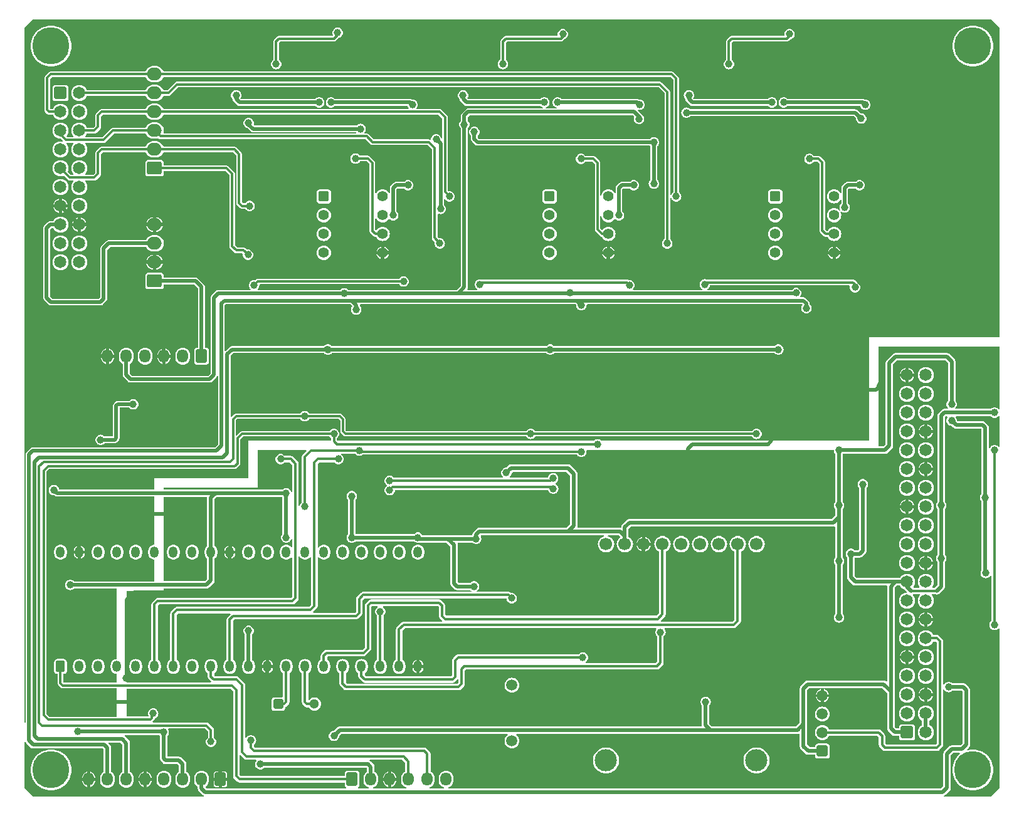
<source format=gbl>
G04*
G04 #@! TF.GenerationSoftware,Altium Limited,Altium Designer,19.0.15 (446)*
G04*
G04 Layer_Physical_Order=2*
G04 Layer_Color=16716563*
%FSLAX25Y25*%
%MOIN*%
G70*
G01*
G75*
%ADD50C,0.05906*%
%ADD61C,0.05512*%
%ADD68C,0.01378*%
%ADD69C,0.01968*%
%ADD70C,0.01181*%
G04:AMPARAMS|DCode=72|XSize=55.12mil|YSize=55.12mil|CornerRadius=5.51mil|HoleSize=0mil|Usage=FLASHONLY|Rotation=0.000|XOffset=0mil|YOffset=0mil|HoleType=Round|Shape=RoundedRectangle|*
%AMROUNDEDRECTD72*
21,1,0.05512,0.04409,0,0,0.0*
21,1,0.04409,0.05512,0,0,0.0*
1,1,0.01102,0.02205,-0.02205*
1,1,0.01102,-0.02205,-0.02205*
1,1,0.01102,-0.02205,0.02205*
1,1,0.01102,0.02205,0.02205*
%
%ADD72ROUNDEDRECTD72*%
G04:AMPARAMS|DCode=73|XSize=64.96mil|YSize=64.96mil|CornerRadius=6.5mil|HoleSize=0mil|Usage=FLASHONLY|Rotation=270.000|XOffset=0mil|YOffset=0mil|HoleType=Round|Shape=RoundedRectangle|*
%AMROUNDEDRECTD73*
21,1,0.06496,0.05197,0,0,270.0*
21,1,0.05197,0.06496,0,0,270.0*
1,1,0.01299,-0.02598,-0.02598*
1,1,0.01299,-0.02598,0.02598*
1,1,0.01299,0.02598,0.02598*
1,1,0.01299,0.02598,-0.02598*
%
%ADD73ROUNDEDRECTD73*%
%ADD74C,0.06496*%
G04:AMPARAMS|DCode=75|XSize=59.06mil|YSize=59.06mil|CornerRadius=5.91mil|HoleSize=0mil|Usage=FLASHONLY|Rotation=90.000|XOffset=0mil|YOffset=0mil|HoleType=Round|Shape=RoundedRectangle|*
%AMROUNDEDRECTD75*
21,1,0.05906,0.04724,0,0,90.0*
21,1,0.04724,0.05906,0,0,90.0*
1,1,0.01181,0.02362,0.02362*
1,1,0.01181,0.02362,-0.02362*
1,1,0.01181,-0.02362,-0.02362*
1,1,0.01181,-0.02362,0.02362*
%
%ADD75ROUNDEDRECTD75*%
%ADD76C,0.11811*%
%ADD77C,0.06693*%
G04:AMPARAMS|DCode=78|XSize=59.06mil|YSize=70.87mil|CornerRadius=7.38mil|HoleSize=0mil|Usage=FLASHONLY|Rotation=0.000|XOffset=0mil|YOffset=0mil|HoleType=Round|Shape=RoundedRectangle|*
%AMROUNDEDRECTD78*
21,1,0.05906,0.05610,0,0,0.0*
21,1,0.04429,0.07087,0,0,0.0*
1,1,0.01476,0.02215,-0.02805*
1,1,0.01476,-0.02215,-0.02805*
1,1,0.01476,-0.02215,0.02805*
1,1,0.01476,0.02215,0.02805*
%
%ADD78ROUNDEDRECTD78*%
%ADD79O,0.05906X0.07087*%
G04:AMPARAMS|DCode=80|XSize=51.18mil|YSize=51.18mil|CornerRadius=5.12mil|HoleSize=0mil|Usage=FLASHONLY|Rotation=0.000|XOffset=0mil|YOffset=0mil|HoleType=Round|Shape=RoundedRectangle|*
%AMROUNDEDRECTD80*
21,1,0.05118,0.04095,0,0,0.0*
21,1,0.04095,0.05118,0,0,0.0*
1,1,0.01024,0.02047,-0.02047*
1,1,0.01024,-0.02047,-0.02047*
1,1,0.01024,-0.02047,0.02047*
1,1,0.01024,0.02047,0.02047*
%
%ADD80ROUNDEDRECTD80*%
%ADD81C,0.05118*%
%ADD82O,0.04724X0.05906*%
G04:AMPARAMS|DCode=83|XSize=59.06mil|YSize=47.24mil|CornerRadius=4.72mil|HoleSize=0mil|Usage=FLASHONLY|Rotation=90.000|XOffset=0mil|YOffset=0mil|HoleType=Round|Shape=RoundedRectangle|*
%AMROUNDEDRECTD83*
21,1,0.05906,0.03780,0,0,90.0*
21,1,0.04961,0.04724,0,0,90.0*
1,1,0.00945,0.01890,0.02480*
1,1,0.00945,0.01890,-0.02480*
1,1,0.00945,-0.01890,-0.02480*
1,1,0.00945,-0.01890,0.02480*
%
%ADD83ROUNDEDRECTD83*%
G04:AMPARAMS|DCode=84|XSize=66.93mil|YSize=78.74mil|CornerRadius=8.37mil|HoleSize=0mil|Usage=FLASHONLY|Rotation=90.000|XOffset=0mil|YOffset=0mil|HoleType=Round|Shape=RoundedRectangle|*
%AMROUNDEDRECTD84*
21,1,0.06693,0.06201,0,0,90.0*
21,1,0.05020,0.07874,0,0,90.0*
1,1,0.01673,0.03100,0.02510*
1,1,0.01673,0.03100,-0.02510*
1,1,0.01673,-0.03100,-0.02510*
1,1,0.01673,-0.03100,0.02510*
%
%ADD84ROUNDEDRECTD84*%
%ADD85O,0.07874X0.06693*%
%ADD86C,0.19685*%
%ADD87C,0.05906*%
%ADD88C,0.03937*%
G36*
X519197Y409667D02*
Y245000D01*
X450000D01*
Y190000D01*
X307591D01*
X307470Y190147D01*
X307050Y190491D01*
X306572Y190747D01*
X306052Y190905D01*
X305512Y190958D01*
X304972Y190905D01*
X304452Y190747D01*
X303973Y190491D01*
X303554Y190147D01*
X303433Y190000D01*
X166965D01*
X166744Y190221D01*
Y191319D01*
X166893Y191398D01*
X167313Y191743D01*
X167657Y192162D01*
X167913Y192641D01*
X168070Y193160D01*
X168124Y193701D01*
X168070Y194241D01*
X167913Y194761D01*
X167657Y195239D01*
X167313Y195659D01*
X166893Y196003D01*
X166414Y196259D01*
X165895Y196417D01*
X165354Y196470D01*
X164814Y196417D01*
X164295Y196259D01*
X163816Y196003D01*
X163396Y195659D01*
X163052Y195239D01*
X162972Y195091D01*
X116535D01*
X116535Y195091D01*
X116176Y195043D01*
X115840Y194904D01*
X115553Y194684D01*
X115553Y194684D01*
X113663Y192794D01*
X113201Y192985D01*
Y200999D01*
X113962Y201760D01*
X147421D01*
X147501Y201611D01*
X147845Y201191D01*
X148265Y200847D01*
X148743Y200591D01*
X149263Y200434D01*
X149803Y200380D01*
X150344Y200434D01*
X150863Y200591D01*
X151342Y200847D01*
X151761Y201191D01*
X152106Y201611D01*
X152185Y201760D01*
X167850D01*
X168689Y200920D01*
Y195000D01*
X168689Y195000D01*
X168736Y194640D01*
X168875Y194305D01*
X169096Y194017D01*
X170395Y192718D01*
X170683Y192497D01*
X171018Y192358D01*
X171378Y192311D01*
X171378Y192311D01*
X267618D01*
X267698Y192162D01*
X268042Y191743D01*
X268461Y191398D01*
X268940Y191142D01*
X269460Y190985D01*
X270000Y190932D01*
X270540Y190985D01*
X271060Y191142D01*
X271538Y191398D01*
X271958Y191743D01*
X272303Y192162D01*
X272382Y192311D01*
X387618D01*
X387698Y192162D01*
X388042Y191743D01*
X388461Y191398D01*
X388940Y191142D01*
X389460Y190985D01*
X390000Y190932D01*
X390540Y190985D01*
X391060Y191142D01*
X391539Y191398D01*
X391958Y191743D01*
X392302Y192162D01*
X392558Y192641D01*
X392716Y193160D01*
X392769Y193701D01*
X392716Y194241D01*
X392558Y194761D01*
X392302Y195239D01*
X391958Y195659D01*
X391539Y196003D01*
X391060Y196259D01*
X390540Y196417D01*
X390000Y196470D01*
X389460Y196417D01*
X388940Y196259D01*
X388461Y196003D01*
X388042Y195659D01*
X387698Y195239D01*
X387618Y195091D01*
X272382D01*
X272303Y195239D01*
X271958Y195659D01*
X271538Y196003D01*
X271060Y196259D01*
X270540Y196417D01*
X270000Y196470D01*
X269460Y196417D01*
X268940Y196259D01*
X268461Y196003D01*
X268042Y195659D01*
X267698Y195239D01*
X267618Y195091D01*
X171954D01*
X171469Y195576D01*
Y201496D01*
X171421Y201856D01*
X171282Y202191D01*
X171062Y202479D01*
X171062Y202479D01*
X169408Y204132D01*
X169120Y204353D01*
X168785Y204492D01*
X168425Y204539D01*
X168425Y204539D01*
X152185D01*
X152106Y204688D01*
X151761Y205108D01*
X151342Y205452D01*
X150863Y205708D01*
X150344Y205866D01*
X149803Y205919D01*
X149263Y205866D01*
X148743Y205708D01*
X148265Y205452D01*
X147845Y205108D01*
X147501Y204688D01*
X147421Y204539D01*
X113386D01*
X113386Y204539D01*
X113026Y204492D01*
X112691Y204353D01*
X112403Y204132D01*
X112403Y204132D01*
X110948Y202678D01*
X110498Y202831D01*
X110448Y202872D01*
Y235244D01*
X112000Y236796D01*
X160106D01*
X160247Y236625D01*
X160666Y236280D01*
X161145Y236024D01*
X161664Y235867D01*
X162205Y235813D01*
X162745Y235867D01*
X163265Y236024D01*
X163743Y236280D01*
X164163Y236625D01*
X164303Y236796D01*
X278216D01*
X278357Y236625D01*
X278777Y236280D01*
X279255Y236024D01*
X279775Y235867D01*
X280315Y235813D01*
X280855Y235867D01*
X281375Y236024D01*
X281854Y236280D01*
X282273Y236625D01*
X282414Y236796D01*
X399476D01*
X399617Y236625D01*
X400036Y236280D01*
X400515Y236024D01*
X401034Y235867D01*
X401575Y235813D01*
X402115Y235867D01*
X402634Y236024D01*
X403113Y236280D01*
X403533Y236625D01*
X403877Y237044D01*
X404133Y237523D01*
X404291Y238042D01*
X404344Y238583D01*
X404291Y239123D01*
X404133Y239642D01*
X403877Y240121D01*
X403533Y240541D01*
X403113Y240885D01*
X402634Y241141D01*
X402115Y241299D01*
X401575Y241352D01*
X401034Y241299D01*
X400515Y241141D01*
X400036Y240885D01*
X399617Y240541D01*
X399476Y240370D01*
X282414D01*
X282273Y240541D01*
X281854Y240885D01*
X281375Y241141D01*
X280855Y241299D01*
X280315Y241352D01*
X279775Y241299D01*
X279255Y241141D01*
X278777Y240885D01*
X278357Y240541D01*
X278216Y240370D01*
X164303D01*
X164163Y240541D01*
X163743Y240885D01*
X163265Y241141D01*
X162745Y241299D01*
X162205Y241352D01*
X161664Y241299D01*
X161145Y241141D01*
X161095Y241115D01*
X160955Y241096D01*
X160524Y240918D01*
X160154Y240634D01*
X159890Y240370D01*
X111260D01*
X111260Y240370D01*
X110797Y240309D01*
X110545Y240204D01*
X110366Y240130D01*
X109996Y239846D01*
X107799Y237649D01*
X107299Y237856D01*
Y262252D01*
X107827Y262780D01*
X174063D01*
X175133Y261710D01*
X174863Y261381D01*
X174607Y260902D01*
X174449Y260383D01*
X174396Y259842D01*
X174449Y259302D01*
X174607Y258783D01*
X174863Y258304D01*
X175207Y257884D01*
X175627Y257540D01*
X176106Y257284D01*
X176625Y257126D01*
X177165Y257073D01*
X177706Y257126D01*
X178225Y257284D01*
X178704Y257540D01*
X179123Y257884D01*
X179468Y258304D01*
X179724Y258783D01*
X179881Y259302D01*
X179935Y259842D01*
X179881Y260383D01*
X179724Y260902D01*
X179468Y261381D01*
X179123Y261801D01*
X179084Y261833D01*
X179040Y262397D01*
X179360Y262780D01*
X293748D01*
X294103Y262425D01*
X294081Y262205D01*
X294134Y261665D01*
X294292Y261145D01*
X294548Y260666D01*
X294892Y260247D01*
X295312Y259902D01*
X295791Y259646D01*
X296310Y259489D01*
X296850Y259436D01*
X297391Y259489D01*
X297910Y259646D01*
X298389Y259902D01*
X298809Y260247D01*
X299153Y260666D01*
X299409Y261145D01*
X299566Y261665D01*
X299620Y262205D01*
X299612Y262280D01*
X300065Y262780D01*
X414088D01*
X414378Y262345D01*
X414233Y262168D01*
X413977Y261690D01*
X413819Y261170D01*
X413766Y260630D01*
X413819Y260090D01*
X413977Y259570D01*
X414233Y259091D01*
X414577Y258672D01*
X414997Y258327D01*
X415476Y258071D01*
X415995Y257914D01*
X416535Y257861D01*
X417076Y257914D01*
X417595Y258071D01*
X418074Y258327D01*
X418494Y258672D01*
X418838Y259091D01*
X419094Y259570D01*
X419251Y260090D01*
X419305Y260630D01*
X419251Y261170D01*
X419094Y261690D01*
X418838Y262168D01*
X418494Y262588D01*
X418322Y262729D01*
Y262992D01*
X418261Y263455D01*
X418083Y263886D01*
X417799Y264256D01*
X417799Y264256D01*
X416224Y265830D01*
X415854Y266114D01*
X415423Y266293D01*
X414961Y266354D01*
X413319D01*
X413300Y266373D01*
X413105Y266854D01*
X413326Y267123D01*
X413582Y267602D01*
X413740Y268121D01*
X413793Y268661D01*
X413740Y269202D01*
X413582Y269721D01*
X413326Y270200D01*
X412982Y270620D01*
X412562Y270964D01*
X412083Y271220D01*
X411564Y271377D01*
X411024Y271431D01*
X410483Y271377D01*
X409964Y271220D01*
X409485Y270964D01*
X409065Y270620D01*
X408796Y270291D01*
X363931D01*
X363806Y270791D01*
X364058Y270926D01*
X364478Y271270D01*
X364822Y271690D01*
X365078Y272169D01*
X365236Y272688D01*
X365246Y272794D01*
X439306D01*
X439677Y272294D01*
X439646Y272194D01*
X439593Y271654D01*
X439646Y271113D01*
X439804Y270594D01*
X440060Y270115D01*
X440404Y269695D01*
X440824Y269351D01*
X441302Y269095D01*
X441822Y268937D01*
X442362Y268884D01*
X442903Y268937D01*
X443422Y269095D01*
X443901Y269351D01*
X444320Y269695D01*
X444665Y270115D01*
X444921Y270594D01*
X445078Y271113D01*
X445131Y271654D01*
X445078Y272194D01*
X444921Y272713D01*
X444665Y273192D01*
X444320Y273612D01*
X443901Y273956D01*
X443501Y274170D01*
X443415Y274281D01*
X442360Y275336D01*
X442052Y275573D01*
X441692Y275722D01*
X441307Y275773D01*
X363606D01*
X363579Y275787D01*
X363060Y275944D01*
X362520Y275998D01*
X361979Y275944D01*
X361460Y275787D01*
X360981Y275531D01*
X360561Y275186D01*
X360217Y274767D01*
X359961Y274288D01*
X359804Y273769D01*
X359750Y273228D01*
X359804Y272688D01*
X359961Y272169D01*
X360217Y271690D01*
X360561Y271270D01*
X360981Y270926D01*
X361234Y270791D01*
X361108Y270291D01*
X324395D01*
X324216Y270791D01*
X324320Y270877D01*
X324665Y271296D01*
X324921Y271775D01*
X325078Y272294D01*
X325131Y272835D01*
X325078Y273375D01*
X324921Y273894D01*
X324665Y274373D01*
X324320Y274793D01*
X323901Y275137D01*
X323422Y275393D01*
X322902Y275551D01*
X322362Y275604D01*
X322051Y275573D01*
X321692Y275722D01*
X321307Y275773D01*
X244000D01*
X243973Y275787D01*
X243454Y275944D01*
X242913Y275998D01*
X242373Y275944D01*
X241854Y275787D01*
X241375Y275531D01*
X240955Y275186D01*
X240611Y274767D01*
X240355Y274288D01*
X240197Y273769D01*
X240144Y273228D01*
X240197Y272688D01*
X240355Y272169D01*
X240611Y271690D01*
X240955Y271270D01*
X241375Y270926D01*
X241627Y270791D01*
X241502Y270291D01*
X236463D01*
X236193Y270760D01*
X236372Y271191D01*
X236433Y271654D01*
Y356169D01*
X236604Y356310D01*
X236948Y356729D01*
X237204Y357208D01*
X237362Y357728D01*
X237415Y358268D01*
X237362Y358808D01*
X237204Y359328D01*
X236948Y359806D01*
X236604Y360226D01*
X236433Y360366D01*
Y362252D01*
X237394Y363213D01*
X324228D01*
X325043Y362399D01*
X325001Y362319D01*
X324843Y361800D01*
X324790Y361260D01*
X324843Y360719D01*
X325001Y360200D01*
X325256Y359721D01*
X325601Y359302D01*
X326021Y358957D01*
X326499Y358701D01*
X327019Y358544D01*
X327559Y358491D01*
X328099Y358544D01*
X328619Y358701D01*
X329098Y358957D01*
X329517Y359302D01*
X329862Y359721D01*
X330118Y360200D01*
X330275Y360719D01*
X330328Y361260D01*
X330275Y361800D01*
X330118Y362319D01*
X329862Y362798D01*
X329517Y363218D01*
X329098Y363562D01*
X328745Y363751D01*
X326781Y365715D01*
X327046Y366157D01*
X327224Y366103D01*
X327764Y366050D01*
X328304Y366103D01*
X328823Y366261D01*
X329302Y366516D01*
X329722Y366861D01*
X330066Y367281D01*
X330322Y367759D01*
X330480Y368279D01*
X330533Y368819D01*
X330480Y369359D01*
X330322Y369879D01*
X330066Y370357D01*
X329722Y370777D01*
X329302Y371122D01*
X328823Y371377D01*
X328304Y371535D01*
X327764Y371588D01*
X327452Y371557D01*
X327045Y371726D01*
X326583Y371787D01*
X286351D01*
X286210Y371958D01*
X285790Y372303D01*
X285312Y372558D01*
X284792Y372716D01*
X284252Y372769D01*
X283712Y372716D01*
X283192Y372558D01*
X282714Y372303D01*
X282294Y371958D01*
X281949Y371538D01*
X281694Y371060D01*
X281536Y370540D01*
X281483Y370000D01*
X281536Y369460D01*
X281694Y368940D01*
X281949Y368461D01*
X282294Y368042D01*
X282714Y367698D01*
X283192Y367442D01*
X283712Y367284D01*
X283662Y366787D01*
X277756D01*
X277706Y367284D01*
X278225Y367442D01*
X278704Y367698D01*
X279123Y368042D01*
X279468Y368461D01*
X279724Y368940D01*
X279881Y369460D01*
X279905Y369702D01*
X279944Y370000D01*
X279905Y370298D01*
X279881Y370540D01*
X279724Y371060D01*
X279468Y371538D01*
X279123Y371958D01*
X278704Y372303D01*
X278225Y372558D01*
X277706Y372716D01*
X277165Y372769D01*
X276625Y372716D01*
X276106Y372558D01*
X275627Y372303D01*
X275207Y371958D01*
X275067Y371787D01*
X236609D01*
X236379Y372099D01*
X236317Y372229D01*
X236558Y372680D01*
X236716Y373200D01*
X236769Y373740D01*
X236716Y374281D01*
X236558Y374800D01*
X236302Y375279D01*
X235958Y375698D01*
X235539Y376043D01*
X235060Y376299D01*
X234540Y376456D01*
X234000Y376509D01*
X233460Y376456D01*
X232940Y376299D01*
X232462Y376043D01*
X232042Y375698D01*
X231698Y375279D01*
X231442Y374800D01*
X231284Y374281D01*
X231231Y373740D01*
X231284Y373200D01*
X231442Y372680D01*
X231698Y372202D01*
X232042Y371782D01*
X232285Y371582D01*
X232337Y371191D01*
X232516Y370760D01*
X232800Y370390D01*
X234453Y368736D01*
X234823Y368453D01*
X235002Y368378D01*
X235254Y368274D01*
X235717Y368213D01*
X275067D01*
X275207Y368042D01*
X275627Y367698D01*
X276106Y367442D01*
X276625Y367284D01*
X276575Y366787D01*
X236654D01*
X236653Y366787D01*
X236191Y366726D01*
X235939Y366621D01*
X235760Y366547D01*
X235390Y366264D01*
X233382Y364256D01*
X233098Y363886D01*
X232920Y363455D01*
X232859Y362992D01*
Y360366D01*
X232687Y360226D01*
X232343Y359806D01*
X232087Y359328D01*
X231930Y358808D01*
X231876Y358268D01*
X231930Y357728D01*
X232087Y357208D01*
X232343Y356729D01*
X232687Y356310D01*
X232859Y356169D01*
Y272394D01*
X230756Y270291D01*
X172965D01*
X172824Y270462D01*
X172405Y270807D01*
X171926Y271062D01*
X171406Y271220D01*
X170866Y271273D01*
X170326Y271220D01*
X169806Y271062D01*
X169328Y270807D01*
X168908Y270462D01*
X168767Y270291D01*
X124946D01*
X124767Y270791D01*
X124872Y270877D01*
X125216Y271296D01*
X125472Y271775D01*
X125629Y272294D01*
X125683Y272835D01*
X125672Y272944D01*
X126008Y273314D01*
X200033D01*
X200060Y273265D01*
X200404Y272845D01*
X200824Y272501D01*
X201303Y272245D01*
X201822Y272087D01*
X202362Y272034D01*
X202902Y272087D01*
X203422Y272245D01*
X203901Y272501D01*
X204320Y272845D01*
X204665Y273265D01*
X204921Y273743D01*
X205078Y274263D01*
X205131Y274803D01*
X205078Y275343D01*
X204921Y275863D01*
X204665Y276342D01*
X204320Y276761D01*
X203901Y277106D01*
X203422Y277362D01*
X202902Y277519D01*
X202362Y277572D01*
X201822Y277519D01*
X201303Y277362D01*
X200824Y277106D01*
X200404Y276761D01*
X200060Y276342D01*
X200033Y276292D01*
X124882D01*
X124496Y276241D01*
X124137Y276093D01*
X123829Y275856D01*
X123507Y275534D01*
X123454Y275551D01*
X122913Y275604D01*
X122373Y275551D01*
X121854Y275393D01*
X121375Y275137D01*
X120955Y274793D01*
X120611Y274373D01*
X120355Y273894D01*
X120197Y273375D01*
X120144Y272835D01*
X120197Y272294D01*
X120355Y271775D01*
X120611Y271296D01*
X120955Y270877D01*
X121060Y270791D01*
X120881Y270291D01*
X103937D01*
X103474Y270230D01*
X103222Y270125D01*
X103043Y270052D01*
X102673Y269767D01*
X100311Y267405D01*
X100027Y267035D01*
X99849Y266604D01*
X99788Y266142D01*
Y225937D01*
X98472Y224622D01*
X57906D01*
X56787Y225740D01*
Y230883D01*
X57207Y231107D01*
X57809Y231601D01*
X58302Y232203D01*
X58670Y232890D01*
X58896Y233635D01*
X58972Y234409D01*
Y235591D01*
X58896Y236365D01*
X58670Y237110D01*
X58302Y237797D01*
X57809Y238399D01*
X57207Y238893D01*
X56520Y239260D01*
X55775Y239486D01*
X55000Y239562D01*
X54225Y239486D01*
X53480Y239260D01*
X52793Y238893D01*
X52192Y238399D01*
X51697Y237797D01*
X51331Y237110D01*
X51104Y236365D01*
X51028Y235591D01*
Y234409D01*
X51104Y233635D01*
X51331Y232890D01*
X51697Y232203D01*
X52192Y231601D01*
X52793Y231107D01*
X53213Y230883D01*
Y225000D01*
X53274Y224537D01*
X53452Y224107D01*
X53736Y223736D01*
X55902Y221571D01*
X56272Y221287D01*
X56450Y221213D01*
X56703Y221109D01*
X57165Y221048D01*
X57165Y221048D01*
X99213D01*
X99675Y221109D01*
X100106Y221287D01*
X100476Y221571D01*
X102838Y223933D01*
X102838Y223933D01*
X103122Y224303D01*
X103225Y224551D01*
X103725Y224451D01*
Y188142D01*
X102177Y186594D01*
X5280D01*
X5280Y186594D01*
X4817Y186533D01*
X4386Y186355D01*
X4016Y186071D01*
X4016Y186071D01*
X1886Y183941D01*
X1602Y183571D01*
X1424Y183140D01*
X1363Y182677D01*
Y181102D01*
X1363Y40000D01*
X803D01*
Y409667D01*
X5333Y414197D01*
X514668D01*
X519197Y409667D01*
D02*
G37*
G36*
Y206889D02*
X518697Y206710D01*
X518494Y206958D01*
X518074Y207302D01*
X517595Y207558D01*
X517076Y207716D01*
X516535Y207769D01*
X515995Y207716D01*
X515476Y207558D01*
X514997Y207302D01*
X514630Y207001D01*
X495851D01*
X495673Y207455D01*
X495668Y207501D01*
X496003Y207910D01*
X496259Y208389D01*
X496417Y208909D01*
X496470Y209449D01*
X496417Y209989D01*
X496259Y210509D01*
X496003Y210987D01*
X495702Y211354D01*
Y232283D01*
X495634Y232802D01*
X495434Y233284D01*
X495116Y233699D01*
X492754Y236061D01*
X492339Y236379D01*
X492057Y236496D01*
X491857Y236579D01*
X491339Y236647D01*
X463779D01*
X463262Y236579D01*
X462779Y236379D01*
X462364Y236061D01*
X459215Y232911D01*
X458897Y232497D01*
X458697Y232014D01*
X458629Y231496D01*
Y188231D01*
X457399Y187001D01*
X455000D01*
Y240000D01*
X519197D01*
Y206889D01*
D02*
G37*
G36*
Y203111D02*
Y186889D01*
X518697Y186710D01*
X518494Y186958D01*
X518074Y187302D01*
X517595Y187558D01*
X517076Y187716D01*
X516535Y187769D01*
X515995Y187716D01*
X515476Y187558D01*
X514997Y187302D01*
X514577Y186958D01*
X514233Y186539D01*
X513977Y186060D01*
X513958Y185998D01*
X513458Y186072D01*
Y197205D01*
X513390Y197723D01*
X513190Y198205D01*
X512872Y198620D01*
X511651Y199840D01*
X511237Y200158D01*
X510754Y200358D01*
X510236Y200427D01*
X496892D01*
X496463Y200855D01*
X496417Y201328D01*
X496259Y201847D01*
X496003Y202326D01*
X495862Y202499D01*
X496098Y202999D01*
X514630D01*
X514997Y202697D01*
X515476Y202442D01*
X515995Y202284D01*
X516535Y202231D01*
X517076Y202284D01*
X517595Y202442D01*
X518074Y202697D01*
X518494Y203042D01*
X518697Y203290D01*
X519197Y203111D01*
D02*
G37*
G36*
X431142Y184460D02*
X431300Y183940D01*
X431556Y183461D01*
X431857Y183095D01*
Y157614D01*
X431556Y157247D01*
X431300Y156768D01*
X431142Y156249D01*
X431089Y155709D01*
X431142Y155168D01*
X431300Y154649D01*
X431556Y154170D01*
X431857Y153803D01*
Y150435D01*
X429880Y148458D01*
X322362D01*
X321844Y148390D01*
X321361Y148190D01*
X320947Y147872D01*
X318585Y145510D01*
X318267Y145095D01*
X318067Y144613D01*
X318011Y144189D01*
X317832Y143904D01*
X317638Y143734D01*
X295127D01*
X294793Y144234D01*
X294847Y144364D01*
X294915Y144882D01*
Y172441D01*
X294847Y172959D01*
X294647Y173442D01*
X294329Y173856D01*
X291179Y177006D01*
X290764Y177324D01*
X290282Y177524D01*
X289764Y177592D01*
X259591D01*
X259073Y177524D01*
X258873Y177441D01*
X258590Y177324D01*
X258175Y177006D01*
X256932Y175763D01*
X256460Y175716D01*
X255940Y175558D01*
X255462Y175303D01*
X255042Y174958D01*
X254697Y174539D01*
X254442Y174060D01*
X254284Y173540D01*
X254231Y173000D01*
X254284Y172460D01*
X254442Y171940D01*
X254697Y171461D01*
X255042Y171042D01*
X255187Y170923D01*
X255008Y170423D01*
X197249D01*
X196958Y170777D01*
X196538Y171121D01*
X196060Y171377D01*
X195540Y171535D01*
X195000Y171588D01*
X194460Y171535D01*
X193940Y171377D01*
X193462Y171121D01*
X193042Y170777D01*
X192698Y170357D01*
X192442Y169879D01*
X192284Y169359D01*
X192231Y168819D01*
X192284Y168279D01*
X192442Y167759D01*
X192698Y167280D01*
X193042Y166861D01*
X193364Y166597D01*
X193418Y166309D01*
Y166290D01*
X193364Y166002D01*
X193042Y165738D01*
X192698Y165318D01*
X192442Y164839D01*
X192284Y164320D01*
X192231Y163779D01*
X192284Y163239D01*
X192442Y162720D01*
X192698Y162241D01*
X193042Y161821D01*
X193462Y161477D01*
X193940Y161221D01*
X194460Y161064D01*
X195000Y161010D01*
X195540Y161064D01*
X196060Y161221D01*
X196538Y161477D01*
X196958Y161821D01*
X197302Y162241D01*
X197558Y162720D01*
X197716Y163239D01*
X197766Y163750D01*
X279274D01*
X279347Y163507D01*
X279603Y163028D01*
X279947Y162609D01*
X280367Y162264D01*
X280846Y162009D01*
X281365Y161851D01*
X281906Y161798D01*
X282446Y161851D01*
X282965Y162009D01*
X283444Y162264D01*
X283864Y162609D01*
X284208Y163028D01*
X284464Y163507D01*
X284622Y164027D01*
X284675Y164567D01*
X284622Y165107D01*
X284464Y165627D01*
X284208Y166105D01*
X283864Y166525D01*
X283444Y166869D01*
X283105Y167051D01*
X283070Y167156D01*
X283064Y167458D01*
X283107Y167605D01*
X283428Y167776D01*
X283848Y168121D01*
X284192Y168540D01*
X284448Y169019D01*
X284606Y169538D01*
X284659Y170079D01*
X284606Y170619D01*
X284448Y171139D01*
X284192Y171617D01*
X283848Y172037D01*
X283428Y172381D01*
X282949Y172637D01*
X282430Y172795D01*
X281890Y172848D01*
X281349Y172795D01*
X280830Y172637D01*
X280351Y172381D01*
X279932Y172037D01*
X279587Y171617D01*
X279331Y171139D01*
X279174Y170619D01*
X279154Y170423D01*
X258992D01*
X258814Y170923D01*
X258958Y171042D01*
X259302Y171461D01*
X259558Y171940D01*
X259716Y172460D01*
X259763Y172932D01*
X260420Y173589D01*
X288935D01*
X290912Y171612D01*
Y145711D01*
X288935Y143734D01*
X242520D01*
X242002Y143666D01*
X241519Y143465D01*
X241105Y143148D01*
X239530Y141573D01*
X239212Y141158D01*
X239012Y140675D01*
X238944Y140157D01*
Y139875D01*
X212434D01*
X212302Y140121D01*
X211958Y140541D01*
X211539Y140885D01*
X211060Y141141D01*
X210540Y141299D01*
X210000Y141352D01*
X209460Y141299D01*
X208940Y141141D01*
X208461Y140885D01*
X208095Y140584D01*
X176804D01*
Y158724D01*
X177106Y159091D01*
X177362Y159570D01*
X177519Y160090D01*
X177572Y160630D01*
X177519Y161170D01*
X177362Y161690D01*
X177106Y162168D01*
X176761Y162588D01*
X176342Y162932D01*
X175863Y163188D01*
X175343Y163346D01*
X174803Y163399D01*
X174263Y163346D01*
X173743Y163188D01*
X173265Y162932D01*
X172845Y162588D01*
X172501Y162168D01*
X172245Y161690D01*
X172087Y161170D01*
X172034Y160630D01*
X172087Y160090D01*
X172245Y159570D01*
X172501Y159091D01*
X172802Y158724D01*
Y140488D01*
X172501Y140121D01*
X172245Y139642D01*
X172087Y139123D01*
X172034Y138583D01*
X172087Y138042D01*
X172245Y137523D01*
X172501Y137044D01*
X172845Y136625D01*
X173265Y136280D01*
X173743Y136024D01*
X174263Y135867D01*
X174803Y135813D01*
X175343Y135867D01*
X175863Y136024D01*
X176342Y136280D01*
X176709Y136581D01*
X208095D01*
X208461Y136280D01*
X208940Y136024D01*
X209460Y135867D01*
X210000Y135813D01*
X210540Y135867D01*
X210605Y135886D01*
X210709Y135873D01*
X225155D01*
X227133Y133895D01*
Y114173D01*
X227201Y113655D01*
X227401Y113173D01*
X227719Y112758D01*
X229293Y111183D01*
X229708Y110865D01*
X230191Y110665D01*
X230709Y110597D01*
X237898D01*
X238265Y110296D01*
X238438Y110204D01*
X238312Y109704D01*
X180913D01*
X180473Y109645D01*
X180062Y109475D01*
X179709Y109205D01*
X177536Y107031D01*
X177265Y106678D01*
X177095Y106268D01*
X177037Y105827D01*
Y99131D01*
X176460Y98554D01*
X154505D01*
X154298Y99054D01*
X156205Y100961D01*
X156475Y101314D01*
X156646Y101724D01*
X156703Y102165D01*
Y128132D01*
X157151Y128268D01*
X157203Y128265D01*
X157611Y127769D01*
X158123Y127348D01*
X158707Y127036D01*
X159341Y126844D01*
X160000Y126779D01*
X160659Y126844D01*
X161293Y127036D01*
X161877Y127348D01*
X162389Y127769D01*
X162809Y128280D01*
X163121Y128865D01*
X163314Y129498D01*
X163379Y130157D01*
Y131339D01*
X163314Y131998D01*
X163121Y132631D01*
X162809Y133215D01*
X162389Y133728D01*
X161877Y134148D01*
X161293Y134460D01*
X160659Y134652D01*
X160000Y134717D01*
X159341Y134652D01*
X158707Y134460D01*
X158123Y134148D01*
X157611Y133728D01*
X157203Y133231D01*
X157151Y133228D01*
X156703Y133364D01*
Y177916D01*
X157398Y178611D01*
X165550D01*
X165758Y178357D01*
X166178Y178012D01*
X166657Y177757D01*
X167176Y177599D01*
X167717Y177546D01*
X168257Y177599D01*
X168776Y177757D01*
X169255Y178012D01*
X169675Y178357D01*
X170019Y178777D01*
X170275Y179255D01*
X170433Y179775D01*
X170486Y180315D01*
X170433Y180855D01*
X170275Y181375D01*
X170019Y181853D01*
X169675Y182273D01*
X169255Y182617D01*
X169095Y182703D01*
X169221Y183203D01*
X176677D01*
X176967Y182849D01*
X177387Y182505D01*
X177866Y182249D01*
X178385Y182091D01*
X178925Y182038D01*
X179465Y182091D01*
X179985Y182249D01*
X180464Y182505D01*
X180638Y182648D01*
X294602D01*
X294892Y182294D01*
X295312Y181949D01*
X295791Y181693D01*
X296310Y181536D01*
X296850Y181483D01*
X297391Y181536D01*
X297910Y181693D01*
X298389Y181949D01*
X298809Y182294D01*
X299153Y182713D01*
X299409Y183192D01*
X299566Y183712D01*
X299620Y184252D01*
X299595Y184500D01*
X299979Y185000D01*
X431089D01*
X431142Y184460D01*
D02*
G37*
G36*
X163052Y192162D02*
X163396Y191743D01*
X163816Y191398D01*
X163964Y191319D01*
Y190000D01*
X120000D01*
Y170079D01*
X70079D01*
X70000Y170000D01*
Y163992D01*
X19284D01*
X19251Y164320D01*
X19094Y164839D01*
X18838Y165318D01*
X18494Y165738D01*
X18074Y166082D01*
X17595Y166338D01*
X17076Y166496D01*
X16535Y166549D01*
X15995Y166496D01*
X15476Y166338D01*
X14997Y166082D01*
X14577Y165738D01*
X14233Y165318D01*
X13977Y164839D01*
X13819Y164320D01*
X13766Y163779D01*
X13819Y163239D01*
X13977Y162720D01*
X14233Y162241D01*
X14577Y161821D01*
X14997Y161477D01*
X15476Y161221D01*
X15995Y161064D01*
X16535Y161010D01*
X16756Y161032D01*
X16847Y160941D01*
X16847Y160941D01*
X17217Y160657D01*
X17522Y160531D01*
X17648Y160479D01*
X18110Y160418D01*
X70000D01*
Y134717D01*
X69341Y134652D01*
X68707Y134460D01*
X68123Y134148D01*
X67611Y133728D01*
X67191Y133215D01*
X66879Y132631D01*
X66686Y131998D01*
X66622Y131339D01*
Y130157D01*
X66686Y129498D01*
X66879Y128865D01*
X67191Y128280D01*
X67611Y127769D01*
X68123Y127348D01*
X68707Y127036D01*
X69341Y126844D01*
X70000Y126779D01*
Y115173D01*
X27296D01*
X27155Y115344D01*
X26735Y115688D01*
X26257Y115944D01*
X25737Y116102D01*
X25197Y116155D01*
X24657Y116102D01*
X24137Y115944D01*
X23658Y115688D01*
X23239Y115344D01*
X22894Y114924D01*
X22638Y114446D01*
X22481Y113926D01*
X22428Y113386D01*
X22481Y112846D01*
X22638Y112326D01*
X22894Y111847D01*
X23239Y111428D01*
X23658Y111083D01*
X24137Y110827D01*
X24657Y110670D01*
X25197Y110617D01*
X25737Y110670D01*
X26257Y110827D01*
X26735Y111083D01*
X27155Y111428D01*
X27296Y111599D01*
X50000D01*
Y73969D01*
X49341Y73904D01*
X48707Y73712D01*
X48123Y73400D01*
X47611Y72979D01*
X47191Y72467D01*
X46879Y71883D01*
X46687Y71250D01*
X46622Y70591D01*
Y69410D01*
X46687Y68750D01*
X46879Y68117D01*
X47191Y67532D01*
X47611Y67020D01*
X48123Y66600D01*
X48707Y66288D01*
X49341Y66096D01*
X50000Y66031D01*
Y61332D01*
X21877D01*
X21489Y61719D01*
Y66035D01*
X21890D01*
X22274Y66085D01*
X22632Y66233D01*
X22940Y66470D01*
X23176Y66777D01*
X23324Y67135D01*
X23375Y67520D01*
Y72480D01*
X23324Y72865D01*
X23176Y73223D01*
X22940Y73531D01*
X22632Y73766D01*
X22274Y73915D01*
X21890Y73966D01*
X18110D01*
X17726Y73915D01*
X17368Y73766D01*
X17060Y73531D01*
X16824Y73223D01*
X16676Y72865D01*
X16625Y72480D01*
Y67520D01*
X16676Y67135D01*
X16824Y66777D01*
X17060Y66470D01*
X17368Y66233D01*
X17726Y66085D01*
X18110Y66035D01*
X18511D01*
Y61102D01*
X18562Y60717D01*
X18710Y60358D01*
X18947Y60049D01*
X20207Y58790D01*
X20515Y58553D01*
X20874Y58404D01*
X21260Y58353D01*
X50000D01*
Y43122D01*
X13961D01*
X12414Y44670D01*
Y173440D01*
X13961Y174988D01*
X112598D01*
X112598Y174988D01*
X112958Y175036D01*
X113293Y175174D01*
X113581Y175395D01*
X115156Y176970D01*
X115156Y176970D01*
X115377Y177258D01*
X115516Y177593D01*
X115563Y177953D01*
Y190763D01*
X117111Y192311D01*
X162972D01*
X163052Y192162D01*
D02*
G37*
G36*
X150773Y184538D02*
X148669Y182434D01*
X148414Y182101D01*
X148254Y181714D01*
X148199Y181299D01*
Y157249D01*
X147845Y156958D01*
X147501Y156538D01*
X147245Y156060D01*
X147087Y155540D01*
X147085Y155523D01*
X146585Y155547D01*
Y177953D01*
X146527Y178394D01*
X146357Y178805D01*
X146087Y179157D01*
X143724Y181519D01*
X143371Y181790D01*
X142961Y181960D01*
X142520Y182018D01*
X139175D01*
X138966Y182273D01*
X138546Y182617D01*
X138068Y182873D01*
X137548Y183031D01*
X137008Y183084D01*
X136468Y183031D01*
X135948Y182873D01*
X135469Y182617D01*
X135050Y182273D01*
X134705Y181853D01*
X134449Y181375D01*
X134292Y180855D01*
X134239Y180315D01*
X134292Y179775D01*
X134449Y179255D01*
X134705Y178777D01*
X135050Y178357D01*
X135469Y178012D01*
X135948Y177757D01*
X136468Y177599D01*
X137008Y177546D01*
X137548Y177599D01*
X138068Y177757D01*
X138546Y178012D01*
X138966Y178357D01*
X139175Y178611D01*
X141814D01*
X143178Y177247D01*
Y162943D01*
X142678Y162869D01*
X142558Y163265D01*
X142303Y163743D01*
X141958Y164163D01*
X141539Y164507D01*
X141060Y164763D01*
X140540Y164921D01*
X140000Y164974D01*
X139460Y164921D01*
X138940Y164763D01*
X138461Y164507D01*
X138094Y164206D01*
X75000D01*
Y165000D01*
X125000D01*
Y185000D01*
X150582D01*
X150773Y184538D01*
D02*
G37*
G36*
X97999Y159843D02*
Y134046D01*
X97611Y133728D01*
X97191Y133215D01*
X96879Y132631D01*
X96687Y131998D01*
X96622Y131339D01*
Y130157D01*
X96687Y129498D01*
X96879Y128865D01*
X97191Y128280D01*
X97611Y127769D01*
X97999Y127450D01*
Y116577D01*
X96809Y115387D01*
X75000D01*
Y160203D01*
X97682D01*
X97999Y159843D01*
D02*
G37*
G36*
X491699Y231454D02*
Y211354D01*
X491398Y210987D01*
X491142Y210509D01*
X490985Y209989D01*
X490932Y209449D01*
X490985Y208909D01*
X491142Y208389D01*
X491398Y207910D01*
X491734Y207501D01*
X491729Y207455D01*
X491551Y207001D01*
X489764D01*
X489246Y206933D01*
X488763Y206733D01*
X488349Y206415D01*
X486774Y204840D01*
X486456Y204426D01*
X486256Y203943D01*
X486188Y203425D01*
Y157614D01*
X485886Y157247D01*
X485631Y156768D01*
X485473Y156249D01*
X485420Y155709D01*
X485473Y155168D01*
X485631Y154649D01*
X485886Y154170D01*
X486188Y153803D01*
Y129464D01*
X485886Y129098D01*
X485631Y128619D01*
X485473Y128099D01*
X485420Y127559D01*
X485473Y127019D01*
X485631Y126499D01*
X485886Y126021D01*
X486188Y125654D01*
Y113427D01*
X484700Y111940D01*
X483630D01*
X483400Y112440D01*
X483447Y112495D01*
X483797Y113066D01*
X484053Y113683D01*
X484209Y114333D01*
X484261Y115000D01*
X484209Y115667D01*
X484053Y116317D01*
X483797Y116935D01*
X483447Y117505D01*
X483013Y118013D01*
X482505Y118447D01*
X481934Y118797D01*
X481317Y119053D01*
X480667Y119209D01*
X480000Y119261D01*
X479333Y119209D01*
X478683Y119053D01*
X478065Y118797D01*
X477495Y118447D01*
X476987Y118013D01*
X476553Y117505D01*
X476203Y116935D01*
X475947Y116317D01*
X475791Y115667D01*
X475739Y115000D01*
X475791Y114333D01*
X475947Y113683D01*
X476203Y113066D01*
X476553Y112495D01*
X476600Y112440D01*
X476370Y111940D01*
X473630D01*
X473394Y112433D01*
X473447Y112495D01*
X473797Y113066D01*
X474053Y113683D01*
X474209Y114333D01*
X474261Y115000D01*
X474209Y115667D01*
X474053Y116317D01*
X473797Y116935D01*
X473447Y117505D01*
X473013Y118013D01*
X472505Y118447D01*
X471935Y118797D01*
X471317Y119053D01*
X470667Y119209D01*
X470000Y119261D01*
X469333Y119209D01*
X468683Y119053D01*
X468066Y118797D01*
X467495Y118447D01*
X466987Y118013D01*
X466553Y117505D01*
X466244Y117001D01*
X443309D01*
X442159Y118152D01*
Y127920D01*
X444843D01*
X445361Y127988D01*
X445561Y128071D01*
X445843Y128188D01*
X446258Y128506D01*
X447872Y130120D01*
X448190Y130535D01*
X448307Y130817D01*
X448390Y131017D01*
X448458Y131535D01*
Y165024D01*
X448759Y165391D01*
X449015Y165869D01*
X449173Y166389D01*
X449226Y166929D01*
X449173Y167469D01*
X449015Y167989D01*
X448759Y168468D01*
X448415Y168887D01*
X447995Y169232D01*
X447516Y169488D01*
X446997Y169645D01*
X446457Y169698D01*
X445916Y169645D01*
X445397Y169488D01*
X444918Y169232D01*
X444498Y168887D01*
X444154Y168468D01*
X443898Y167989D01*
X443741Y167469D01*
X443687Y166929D01*
X443741Y166389D01*
X443898Y165869D01*
X444154Y165391D01*
X444455Y165024D01*
Y132364D01*
X444014Y131923D01*
X442063D01*
X441696Y132224D01*
X441217Y132480D01*
X440698Y132637D01*
X440158Y132691D01*
X439617Y132637D01*
X439098Y132480D01*
X438619Y132224D01*
X438199Y131879D01*
X437855Y131460D01*
X437599Y130981D01*
X437441Y130462D01*
X437388Y129921D01*
X437441Y129381D01*
X437599Y128861D01*
X437855Y128383D01*
X438156Y128016D01*
Y117323D01*
X438224Y116805D01*
X438424Y116322D01*
X438742Y115908D01*
X441065Y113585D01*
X441480Y113267D01*
X441721Y113167D01*
X441962Y113067D01*
X442480Y112999D01*
X459090D01*
X459419Y112623D01*
X459416Y112598D01*
Y62178D01*
X458954Y61987D01*
X458895Y62045D01*
X458481Y62363D01*
X458198Y62480D01*
X457998Y62563D01*
X457480Y62631D01*
X417323D01*
X416805Y62563D01*
X416322Y62363D01*
X415908Y62045D01*
X413545Y59683D01*
X413227Y59268D01*
X413110Y58986D01*
X413027Y58786D01*
X412959Y58268D01*
Y40199D01*
X410982Y38222D01*
X366183D01*
X364915Y39490D01*
Y49276D01*
X365216Y49643D01*
X365472Y50121D01*
X365629Y50641D01*
X365683Y51181D01*
X365629Y51721D01*
X365472Y52241D01*
X365216Y52720D01*
X364872Y53139D01*
X364452Y53484D01*
X363973Y53740D01*
X363454Y53897D01*
X362913Y53950D01*
X362373Y53897D01*
X361854Y53740D01*
X361375Y53484D01*
X360955Y53139D01*
X360611Y52720D01*
X360355Y52241D01*
X360197Y51721D01*
X360144Y51181D01*
X360197Y50641D01*
X360355Y50121D01*
X360611Y49643D01*
X360912Y49276D01*
Y38661D01*
X360920Y38598D01*
X360591Y38222D01*
X168504D01*
X167986Y38154D01*
X167745Y38054D01*
X167503Y37954D01*
X167089Y37636D01*
X165287Y35833D01*
X164814Y35787D01*
X164295Y35629D01*
X163816Y35373D01*
X163396Y35029D01*
X163052Y34609D01*
X162796Y34131D01*
X162638Y33611D01*
X162585Y33071D01*
X162638Y32531D01*
X162796Y32011D01*
X163052Y31532D01*
X163396Y31113D01*
X163816Y30768D01*
X164295Y30512D01*
X164814Y30355D01*
X165354Y30302D01*
X165895Y30355D01*
X166414Y30512D01*
X166893Y30768D01*
X167313Y31113D01*
X167657Y31532D01*
X167913Y32011D01*
X168070Y32531D01*
X168117Y33003D01*
X169333Y34219D01*
X257564D01*
X257698Y33960D01*
X257726Y33719D01*
X257191Y33281D01*
X256698Y32679D01*
X256330Y31992D01*
X256104Y31247D01*
X256028Y30472D01*
X256104Y29697D01*
X256330Y28952D01*
X256698Y28265D01*
X257191Y27663D01*
X257793Y27169D01*
X258480Y26802D01*
X259225Y26576D01*
X260000Y26500D01*
X260775Y26576D01*
X261520Y26802D01*
X262207Y27169D01*
X262809Y27663D01*
X263302Y28265D01*
X263670Y28952D01*
X263896Y29697D01*
X263972Y30472D01*
X263896Y31247D01*
X263670Y31992D01*
X263302Y32679D01*
X262809Y33281D01*
X262274Y33719D01*
X262302Y33960D01*
X262436Y34219D01*
X411811D01*
X412329Y34287D01*
X412470Y34346D01*
X412959Y34007D01*
Y27559D01*
X413027Y27041D01*
X413110Y26841D01*
X413227Y26558D01*
X413545Y26144D01*
X416105Y23585D01*
X416519Y23267D01*
X417002Y23067D01*
X417520Y22999D01*
X421033D01*
Y22638D01*
X421088Y22223D01*
X421248Y21836D01*
X421503Y21503D01*
X421836Y21249D01*
X422223Y21088D01*
X422638Y21034D01*
X427362D01*
X427777Y21088D01*
X428164Y21249D01*
X428497Y21503D01*
X428752Y21836D01*
X428912Y22223D01*
X428967Y22638D01*
Y27362D01*
X428912Y27777D01*
X428752Y28164D01*
X428497Y28497D01*
X428164Y28752D01*
X427777Y28912D01*
X427362Y28967D01*
X422638D01*
X422223Y28912D01*
X421836Y28752D01*
X421503Y28497D01*
X421248Y28164D01*
X421088Y27777D01*
X421033Y27362D01*
Y27001D01*
X418349D01*
X416962Y28388D01*
Y39370D01*
Y57439D01*
X418152Y58628D01*
X456651D01*
X459416Y55864D01*
Y37008D01*
X459484Y36490D01*
X459684Y36007D01*
X460002Y35593D01*
X462010Y33585D01*
X462425Y33267D01*
X462666Y33167D01*
X462907Y33067D01*
X463425Y32999D01*
X465738D01*
Y32402D01*
X465794Y31971D01*
X465961Y31570D01*
X466225Y31225D01*
X466570Y30961D01*
X466971Y30794D01*
X467402Y30738D01*
X472598D01*
X473029Y30794D01*
X473430Y30961D01*
X473775Y31225D01*
X474039Y31570D01*
X474206Y31971D01*
X474262Y32402D01*
Y37598D01*
X474206Y38029D01*
X474039Y38430D01*
X473775Y38775D01*
X473430Y39039D01*
X473029Y39206D01*
X472598Y39262D01*
X467402D01*
X466971Y39206D01*
X466570Y39039D01*
X466225Y38775D01*
X465961Y38430D01*
X465794Y38029D01*
X465738Y37598D01*
Y37001D01*
X464254D01*
X463419Y37837D01*
Y56693D01*
Y111769D01*
X464648Y112999D01*
X466244D01*
X466553Y112495D01*
X466987Y111987D01*
X467495Y111553D01*
X468066Y111203D01*
X468683Y110947D01*
X468760Y110929D01*
X469932Y109757D01*
X469741Y109241D01*
X469333Y109209D01*
X468683Y109053D01*
X468066Y108797D01*
X467495Y108447D01*
X466987Y108013D01*
X466553Y107505D01*
X466203Y106934D01*
X465947Y106317D01*
X465791Y105667D01*
X465739Y105000D01*
X465791Y104333D01*
X465947Y103683D01*
X466203Y103066D01*
X466553Y102495D01*
X466987Y101987D01*
X467495Y101553D01*
X468066Y101203D01*
X468683Y100947D01*
X469333Y100791D01*
X470000Y100739D01*
X470667Y100791D01*
X471317Y100947D01*
X471935Y101203D01*
X472505Y101553D01*
X473013Y101987D01*
X473447Y102495D01*
X473797Y103066D01*
X474053Y103683D01*
X474209Y104333D01*
X474261Y105000D01*
X474209Y105667D01*
X474053Y106317D01*
X473797Y106934D01*
X473447Y107505D01*
X473116Y107892D01*
X473153Y108310D01*
X473234Y108482D01*
X473284Y108503D01*
X473323Y108533D01*
X476825D01*
X477010Y108033D01*
X476987Y108013D01*
X476553Y107505D01*
X476203Y106934D01*
X475947Y106317D01*
X475791Y105667D01*
X475739Y105000D01*
X475791Y104333D01*
X475947Y103683D01*
X476203Y103066D01*
X476553Y102495D01*
X476987Y101987D01*
X477495Y101553D01*
X478065Y101203D01*
X478683Y100947D01*
X479333Y100791D01*
X480000Y100739D01*
X480667Y100791D01*
X481317Y100947D01*
X481934Y101203D01*
X482505Y101553D01*
X483013Y101987D01*
X483447Y102495D01*
X483797Y103066D01*
X484053Y103683D01*
X484209Y104333D01*
X484261Y105000D01*
X484209Y105667D01*
X484053Y106317D01*
X483797Y106934D01*
X483447Y107505D01*
X483013Y108013D01*
X482990Y108033D01*
X483175Y108533D01*
X484787D01*
X484826Y108503D01*
X485309Y108303D01*
X485827Y108235D01*
X486345Y108303D01*
X486828Y108503D01*
X487242Y108821D01*
X489604Y111183D01*
X489922Y111598D01*
X490122Y112080D01*
X490190Y112598D01*
Y125654D01*
X490491Y126021D01*
X490747Y126499D01*
X490905Y127019D01*
X490958Y127559D01*
X490905Y128099D01*
X490747Y128619D01*
X490491Y129098D01*
X490190Y129464D01*
Y153803D01*
X490491Y154170D01*
X490747Y154649D01*
X490905Y155168D01*
X490958Y155709D01*
X490905Y156249D01*
X490747Y156768D01*
X490491Y157247D01*
X490190Y157614D01*
Y202596D01*
X490593Y202999D01*
X491303D01*
X491540Y202499D01*
X491398Y202326D01*
X491142Y201847D01*
X490985Y201328D01*
X490932Y200787D01*
X490985Y200247D01*
X491142Y199728D01*
X491398Y199249D01*
X491743Y198829D01*
X492162Y198485D01*
X492641Y198229D01*
X493160Y198071D01*
X493633Y198025D01*
X494648Y197010D01*
X495062Y196692D01*
X495545Y196492D01*
X496063Y196424D01*
X509407D01*
X509455Y196376D01*
Y161748D01*
X509154Y161381D01*
X508898Y160902D01*
X508741Y160383D01*
X508688Y159843D01*
X508741Y159302D01*
X508898Y158783D01*
X509154Y158304D01*
X509455Y157937D01*
Y121124D01*
X509253Y120745D01*
X509095Y120225D01*
X509042Y119685D01*
X509095Y119145D01*
X509253Y118625D01*
X509509Y118147D01*
X509853Y117727D01*
X510273Y117383D01*
X510751Y117127D01*
X511271Y116969D01*
X511811Y116916D01*
X512351Y116969D01*
X512871Y117127D01*
X513349Y117383D01*
X513769Y117727D01*
X514114Y118147D01*
X514752Y118280D01*
X514832Y118222D01*
Y94293D01*
X514577Y94084D01*
X514233Y93664D01*
X513977Y93186D01*
X513819Y92666D01*
X513766Y92126D01*
X513819Y91586D01*
X513977Y91066D01*
X514233Y90588D01*
X514577Y90168D01*
X514997Y89824D01*
X515476Y89568D01*
X515995Y89410D01*
X516535Y89357D01*
X517076Y89410D01*
X517595Y89568D01*
X518074Y89824D01*
X518494Y90168D01*
X518697Y90416D01*
X519197Y90237D01*
Y5333D01*
X514668Y803D01*
X489802D01*
X489636Y1275D01*
X489977Y1416D01*
X490392Y1734D01*
X492754Y4097D01*
X493072Y4511D01*
X493272Y4994D01*
X493340Y5512D01*
Y22793D01*
X494530Y23983D01*
X497951D01*
X498222Y23534D01*
X498221Y23483D01*
X497321Y22679D01*
X496510Y21771D01*
X495805Y20778D01*
X495216Y19712D01*
X494750Y18587D01*
X494413Y17416D01*
X494209Y16216D01*
X494140Y15000D01*
X494209Y13784D01*
X494413Y12584D01*
X494750Y11413D01*
X495216Y10288D01*
X495805Y9222D01*
X496510Y8229D01*
X497321Y7321D01*
X498229Y6510D01*
X499222Y5805D01*
X500288Y5216D01*
X501413Y4750D01*
X502584Y4413D01*
X503784Y4209D01*
X505000Y4140D01*
X506216Y4209D01*
X507416Y4413D01*
X508587Y4750D01*
X509712Y5216D01*
X510778Y5805D01*
X511771Y6510D01*
X512679Y7321D01*
X513490Y8229D01*
X514195Y9222D01*
X514784Y10288D01*
X515250Y11413D01*
X515587Y12584D01*
X515791Y13784D01*
X515860Y15000D01*
X515791Y16216D01*
X515587Y17416D01*
X515250Y18587D01*
X514784Y19712D01*
X514195Y20778D01*
X513490Y21771D01*
X512679Y22679D01*
X511771Y23490D01*
X510778Y24195D01*
X509712Y24784D01*
X508587Y25250D01*
X507416Y25587D01*
X506216Y25791D01*
X505000Y25860D01*
X503784Y25791D01*
X502584Y25587D01*
X502260Y25494D01*
X501998Y25939D01*
X502990Y26931D01*
X503308Y27346D01*
X503508Y27828D01*
X503576Y28346D01*
Y57480D01*
X503508Y57998D01*
X503308Y58481D01*
X502990Y58895D01*
X501415Y60470D01*
X501001Y60788D01*
X500518Y60988D01*
X500000Y61057D01*
X494031D01*
X493665Y61358D01*
X493186Y61614D01*
X492666Y61771D01*
X492126Y61824D01*
X491586Y61771D01*
X491066Y61614D01*
X490588Y61358D01*
X490168Y61013D01*
X489823Y60594D01*
X489185Y60460D01*
X489105Y60519D01*
Y83465D01*
X489047Y83906D01*
X488877Y84316D01*
X488606Y84669D01*
X487071Y86205D01*
X486718Y86475D01*
X486307Y86646D01*
X485866Y86703D01*
X483892D01*
X483797Y86935D01*
X483447Y87505D01*
X483013Y88013D01*
X482505Y88447D01*
X481934Y88797D01*
X481317Y89053D01*
X480667Y89209D01*
X480000Y89261D01*
X479333Y89209D01*
X478683Y89053D01*
X478065Y88797D01*
X477495Y88447D01*
X476987Y88013D01*
X476553Y87505D01*
X476203Y86935D01*
X475947Y86317D01*
X475791Y85667D01*
X475739Y85000D01*
X475791Y84333D01*
X475947Y83683D01*
X476203Y83065D01*
X476553Y82495D01*
X476987Y81987D01*
X477495Y81553D01*
X478065Y81203D01*
X478683Y80947D01*
X479333Y80791D01*
X480000Y80739D01*
X480667Y80791D01*
X481317Y80947D01*
X481934Y81203D01*
X482505Y81553D01*
X483013Y81987D01*
X483447Y82495D01*
X483797Y83065D01*
X483892Y83297D01*
X485160D01*
X485698Y82759D01*
Y29052D01*
X485121Y28475D01*
X458973D01*
X458396Y29052D01*
Y33071D01*
X458338Y33512D01*
X458168Y33923D01*
X457898Y34275D01*
X456126Y36047D01*
X455773Y36318D01*
X455362Y36488D01*
X454921Y36546D01*
X428571D01*
X428302Y37049D01*
X427809Y37651D01*
X427207Y38145D01*
X426520Y38512D01*
X425775Y38738D01*
X425000Y38814D01*
X424225Y38738D01*
X423480Y38512D01*
X422793Y38145D01*
X422191Y37651D01*
X421698Y37049D01*
X421330Y36363D01*
X421104Y35618D01*
X421028Y34843D01*
X421104Y34068D01*
X421330Y33323D01*
X421698Y32636D01*
X422191Y32034D01*
X422793Y31540D01*
X423480Y31173D01*
X424225Y30947D01*
X425000Y30871D01*
X425775Y30947D01*
X426520Y31173D01*
X427207Y31540D01*
X427809Y32034D01*
X428302Y32636D01*
X428571Y33139D01*
X454215D01*
X454989Y32365D01*
Y28346D01*
X455047Y27905D01*
X455218Y27495D01*
X455488Y27142D01*
X457063Y25567D01*
X457416Y25296D01*
X457827Y25126D01*
X458268Y25068D01*
X485827D01*
X486268Y25126D01*
X486679Y25296D01*
X487031Y25567D01*
X488606Y27142D01*
X488877Y27495D01*
X489047Y27905D01*
X489105Y28346D01*
Y57592D01*
X489185Y57650D01*
X489823Y57517D01*
X490168Y57097D01*
X490588Y56753D01*
X491066Y56497D01*
X491586Y56339D01*
X492126Y56286D01*
X492666Y56339D01*
X493186Y56497D01*
X493665Y56753D01*
X494031Y57054D01*
X499171D01*
X499573Y56651D01*
Y29175D01*
X498384Y27986D01*
X493701D01*
X493183Y27917D01*
X492700Y27718D01*
X492286Y27399D01*
X489923Y25037D01*
X489605Y24623D01*
X489405Y24140D01*
X489337Y23622D01*
Y6341D01*
X488147Y5151D01*
X226301D01*
X226227Y5651D01*
X226520Y5740D01*
X227207Y6107D01*
X227808Y6601D01*
X228303Y7203D01*
X228670Y7890D01*
X228896Y8635D01*
X228972Y9409D01*
Y10591D01*
X228896Y11365D01*
X228670Y12111D01*
X228303Y12797D01*
X227808Y13399D01*
X227207Y13893D01*
X226520Y14260D01*
X225775Y14486D01*
X225000Y14562D01*
X224225Y14486D01*
X223480Y14260D01*
X222793Y13893D01*
X222192Y13399D01*
X221697Y12797D01*
X221330Y12111D01*
X221104Y11365D01*
X221028Y10591D01*
Y9409D01*
X221104Y8635D01*
X221330Y7890D01*
X221697Y7203D01*
X222192Y6601D01*
X222793Y6107D01*
X223480Y5740D01*
X223773Y5651D01*
X223699Y5151D01*
X216301D01*
X216227Y5651D01*
X216520Y5740D01*
X217207Y6107D01*
X217809Y6601D01*
X218302Y7203D01*
X218670Y7890D01*
X218896Y8635D01*
X218972Y9409D01*
Y10591D01*
X218896Y11365D01*
X218670Y12111D01*
X218302Y12797D01*
X217809Y13399D01*
X217207Y13893D01*
X216704Y14162D01*
Y23583D01*
X216646Y24024D01*
X216475Y24434D01*
X216205Y24787D01*
X214590Y26401D01*
X214238Y26672D01*
X213827Y26842D01*
X213386Y26900D01*
X123422D01*
X122963Y27359D01*
Y28542D01*
X123218Y28751D01*
X123562Y29170D01*
X123818Y29649D01*
X123976Y30168D01*
X124029Y30709D01*
X123976Y31249D01*
X123818Y31768D01*
X123562Y32247D01*
X123218Y32667D01*
X122798Y33011D01*
X122320Y33267D01*
X121800Y33425D01*
X121260Y33478D01*
X120720Y33425D01*
X120200Y33267D01*
X119721Y33011D01*
X119302Y32667D01*
X118957Y32247D01*
X118319Y32113D01*
X118239Y32172D01*
Y60000D01*
X118181Y60441D01*
X118011Y60852D01*
X117740Y61205D01*
X114748Y64197D01*
X114395Y64467D01*
X113984Y64638D01*
X113543Y64696D01*
X102280D01*
X101704Y65273D01*
Y66508D01*
X101877Y66600D01*
X102389Y67020D01*
X102809Y67532D01*
X103121Y68117D01*
X103314Y68750D01*
X103378Y69410D01*
Y70591D01*
X103314Y71250D01*
X103121Y71883D01*
X102809Y72467D01*
X102389Y72979D01*
X101877Y73400D01*
X101293Y73712D01*
X100659Y73904D01*
X100000Y73969D01*
X99341Y73904D01*
X98707Y73712D01*
X98123Y73400D01*
X97611Y72979D01*
X97191Y72467D01*
X96879Y71883D01*
X96687Y71250D01*
X96622Y70591D01*
Y69410D01*
X96687Y68750D01*
X96879Y68117D01*
X97191Y67532D01*
X97611Y67020D01*
X98123Y66600D01*
X98296Y66508D01*
Y64567D01*
X98355Y64126D01*
X98525Y63715D01*
X98795Y63362D01*
X100112Y62046D01*
X99905Y61546D01*
X55118D01*
Y109882D01*
X55167Y110000D01*
X75000D01*
Y111384D01*
X97638D01*
X98156Y111453D01*
X98638Y111653D01*
X99053Y111971D01*
X101415Y114333D01*
X101733Y114747D01*
X101933Y115230D01*
X102001Y115748D01*
Y127450D01*
X102389Y127769D01*
X102809Y128280D01*
X103121Y128865D01*
X103314Y129498D01*
X103378Y130157D01*
Y131339D01*
X103314Y131998D01*
X103121Y132631D01*
X102809Y133215D01*
X102389Y133728D01*
X102001Y134046D01*
Y159013D01*
X103191Y160203D01*
X137999D01*
Y140488D01*
X137698Y140121D01*
X137442Y139642D01*
X137284Y139123D01*
X137231Y138583D01*
X137284Y138042D01*
X137442Y137523D01*
X137698Y137044D01*
X138042Y136625D01*
X138461Y136280D01*
X138940Y136024D01*
X139460Y135867D01*
X140000Y135813D01*
X140540Y135867D01*
X141060Y136024D01*
X141539Y136280D01*
X141958Y136625D01*
X142303Y137044D01*
X142558Y137523D01*
X142678Y137918D01*
X143178Y137844D01*
Y133554D01*
X142678Y133375D01*
X142389Y133728D01*
X141877Y134148D01*
X141293Y134460D01*
X140659Y134652D01*
X140000Y134717D01*
X139341Y134652D01*
X138707Y134460D01*
X138123Y134148D01*
X137611Y133728D01*
X137191Y133215D01*
X136879Y132631D01*
X136686Y131998D01*
X136621Y131339D01*
Y130157D01*
X136686Y129498D01*
X136879Y128865D01*
X137191Y128280D01*
X137611Y127769D01*
X138123Y127348D01*
X138707Y127036D01*
X139341Y126844D01*
X140000Y126779D01*
X140659Y126844D01*
X141293Y127036D01*
X141877Y127348D01*
X142389Y127769D01*
X142678Y128121D01*
X143178Y127942D01*
Y107005D01*
X142602Y106428D01*
X71653D01*
X71213Y106370D01*
X70802Y106200D01*
X70449Y105929D01*
X68795Y104276D01*
X68525Y103923D01*
X68354Y103512D01*
X68296Y103071D01*
Y73492D01*
X68123Y73400D01*
X67611Y72979D01*
X67191Y72467D01*
X66879Y71883D01*
X66686Y71250D01*
X66622Y70591D01*
Y69410D01*
X66686Y68750D01*
X66879Y68117D01*
X67191Y67532D01*
X67611Y67020D01*
X68123Y66600D01*
X68707Y66288D01*
X69341Y66096D01*
X70000Y66031D01*
X70659Y66096D01*
X71293Y66288D01*
X71877Y66600D01*
X72389Y67020D01*
X72809Y67532D01*
X73121Y68117D01*
X73313Y68750D01*
X73378Y69410D01*
Y70591D01*
X73313Y71250D01*
X73121Y71883D01*
X72809Y72467D01*
X72389Y72979D01*
X71877Y73400D01*
X71703Y73492D01*
Y102365D01*
X72359Y103021D01*
X143307D01*
X143748Y103079D01*
X144159Y103249D01*
X144512Y103520D01*
X146087Y105095D01*
X146357Y105447D01*
X146527Y105858D01*
X146585Y106299D01*
Y128352D01*
X147085Y128478D01*
X147191Y128280D01*
X147611Y127769D01*
X148123Y127348D01*
X148707Y127036D01*
X149341Y126844D01*
X150000Y126779D01*
X150659Y126844D01*
X151293Y127036D01*
X151877Y127348D01*
X152389Y127769D01*
X152796Y128265D01*
X152849Y128268D01*
X153296Y128132D01*
Y102871D01*
X152129Y101704D01*
X81890D01*
X81449Y101646D01*
X81038Y101475D01*
X80685Y101205D01*
X78795Y99315D01*
X78525Y98962D01*
X78355Y98551D01*
X78297Y98110D01*
Y73492D01*
X78123Y73400D01*
X77611Y72979D01*
X77191Y72467D01*
X76879Y71883D01*
X76687Y71250D01*
X76622Y70591D01*
Y69410D01*
X76687Y68750D01*
X76879Y68117D01*
X77191Y67532D01*
X77611Y67020D01*
X78123Y66600D01*
X78707Y66288D01*
X79341Y66096D01*
X80000Y66031D01*
X80659Y66096D01*
X81293Y66288D01*
X81877Y66600D01*
X82389Y67020D01*
X82809Y67532D01*
X83121Y68117D01*
X83314Y68750D01*
X83378Y69410D01*
Y70591D01*
X83314Y71250D01*
X83121Y71883D01*
X82809Y72467D01*
X82389Y72979D01*
X81877Y73400D01*
X81704Y73492D01*
Y97405D01*
X82595Y98296D01*
X110141D01*
X110348Y97796D01*
X108795Y96244D01*
X108525Y95891D01*
X108354Y95480D01*
X108297Y95039D01*
Y73492D01*
X108123Y73400D01*
X107611Y72979D01*
X107191Y72467D01*
X106879Y71883D01*
X106686Y71250D01*
X106622Y70591D01*
Y69410D01*
X106686Y68750D01*
X106879Y68117D01*
X107191Y67532D01*
X107611Y67020D01*
X108123Y66600D01*
X108707Y66288D01*
X109341Y66096D01*
X110000Y66031D01*
X110659Y66096D01*
X111293Y66288D01*
X111877Y66600D01*
X112389Y67020D01*
X112809Y67532D01*
X113121Y68117D01*
X113314Y68750D01*
X113379Y69410D01*
Y70591D01*
X113314Y71250D01*
X113121Y71883D01*
X112809Y72467D01*
X112389Y72979D01*
X111877Y73400D01*
X111704Y73492D01*
Y94334D01*
X112517Y95147D01*
X177165D01*
X177606Y95205D01*
X178017Y95375D01*
X178370Y95646D01*
X179945Y97221D01*
X180216Y97573D01*
X180386Y97984D01*
X180444Y98425D01*
Y105121D01*
X181619Y106297D01*
X257074D01*
X257126Y105759D01*
X257284Y105239D01*
X257540Y104761D01*
X257884Y104341D01*
X258304Y103997D01*
X258783Y103741D01*
X259302Y103583D01*
X259842Y103530D01*
X260383Y103583D01*
X260902Y103741D01*
X261381Y103997D01*
X261801Y104341D01*
X262145Y104761D01*
X262401Y105239D01*
X262559Y105759D01*
X262612Y106299D01*
X262559Y106840D01*
X262401Y107359D01*
X262145Y107838D01*
X261801Y108257D01*
X261381Y108602D01*
X260902Y108858D01*
X260383Y109015D01*
X259842Y109068D01*
X259515Y109036D01*
X259346Y109205D01*
X258994Y109475D01*
X258583Y109645D01*
X258142Y109704D01*
X241294D01*
X241169Y110204D01*
X241342Y110296D01*
X241761Y110640D01*
X242106Y111060D01*
X242362Y111539D01*
X242519Y112058D01*
X242572Y112598D01*
X242519Y113139D01*
X242362Y113658D01*
X242106Y114137D01*
X241761Y114557D01*
X241342Y114901D01*
X240863Y115157D01*
X240343Y115314D01*
X239803Y115368D01*
X239263Y115314D01*
X238743Y115157D01*
X238265Y114901D01*
X237898Y114600D01*
X231538D01*
X231135Y115002D01*
Y134724D01*
X231067Y135242D01*
X231013Y135373D01*
X231138Y135659D01*
X231347Y135873D01*
X239039D01*
X239406Y135572D01*
X239885Y135316D01*
X240405Y135158D01*
X240945Y135105D01*
X241485Y135158D01*
X242005Y135316D01*
X242483Y135572D01*
X242903Y135916D01*
X243247Y136336D01*
X243503Y136814D01*
X243661Y137334D01*
X243714Y137874D01*
X243661Y138414D01*
X243503Y138934D01*
X243343Y139233D01*
X243557Y139668D01*
X243633Y139731D01*
X308945D01*
X309004Y139231D01*
X308653Y139146D01*
X308021Y138885D01*
X307437Y138527D01*
X306917Y138083D01*
X306473Y137563D01*
X306115Y136979D01*
X305854Y136347D01*
X305694Y135682D01*
X305640Y135000D01*
X305694Y134318D01*
X305854Y133653D01*
X306115Y133021D01*
X306473Y132437D01*
X306917Y131917D01*
X307437Y131473D01*
X308021Y131115D01*
X308653Y130853D01*
X309318Y130694D01*
X310000Y130640D01*
X310682Y130694D01*
X311347Y130853D01*
X311979Y131115D01*
X312563Y131473D01*
X313083Y131917D01*
X313527Y132437D01*
X313885Y133021D01*
X314146Y133653D01*
X314306Y134318D01*
X314360Y135000D01*
X314306Y135682D01*
X314146Y136347D01*
X313885Y136979D01*
X313527Y137563D01*
X313083Y138083D01*
X312563Y138527D01*
X311979Y138885D01*
X311347Y139146D01*
X310996Y139231D01*
X311055Y139731D01*
X316809D01*
X317508Y139031D01*
X317479Y138780D01*
X317366Y138467D01*
X316917Y138083D01*
X316473Y137563D01*
X316115Y136979D01*
X315854Y136347D01*
X315694Y135682D01*
X315640Y135000D01*
X315694Y134318D01*
X315854Y133653D01*
X316115Y133021D01*
X316473Y132437D01*
X316917Y131917D01*
X317437Y131473D01*
X318021Y131115D01*
X318653Y130853D01*
X319318Y130694D01*
X320000Y130640D01*
X320682Y130694D01*
X321347Y130853D01*
X321979Y131115D01*
X322563Y131473D01*
X323083Y131917D01*
X323527Y132437D01*
X323885Y133021D01*
X324147Y133653D01*
X324306Y134318D01*
X324360Y135000D01*
X324306Y135682D01*
X324147Y136347D01*
X323885Y136979D01*
X323527Y137563D01*
X323083Y138083D01*
X322563Y138527D01*
X322001Y138871D01*
Y143265D01*
X323191Y144455D01*
X430709D01*
X431227Y144524D01*
X431368Y144582D01*
X431857Y144243D01*
Y127969D01*
X431556Y127602D01*
X431300Y127123D01*
X431142Y126603D01*
X431089Y126063D01*
X431142Y125523D01*
X431300Y125003D01*
X431556Y124524D01*
X431857Y124158D01*
Y97968D01*
X431556Y97601D01*
X431300Y97123D01*
X431142Y96603D01*
X431089Y96063D01*
X431142Y95523D01*
X431300Y95003D01*
X431556Y94525D01*
X431900Y94105D01*
X432320Y93761D01*
X432798Y93505D01*
X433318Y93347D01*
X433858Y93294D01*
X434399Y93347D01*
X434918Y93505D01*
X435397Y93761D01*
X435816Y94105D01*
X436161Y94525D01*
X436417Y95003D01*
X436574Y95523D01*
X436627Y96063D01*
X436574Y96603D01*
X436417Y97123D01*
X436161Y97601D01*
X435860Y97968D01*
Y124158D01*
X436161Y124524D01*
X436417Y125003D01*
X436574Y125523D01*
X436627Y126063D01*
X436574Y126603D01*
X436417Y127123D01*
X436161Y127602D01*
X435860Y127969D01*
Y149606D01*
Y153803D01*
X436161Y154170D01*
X436417Y154649D01*
X436574Y155168D01*
X436627Y155709D01*
X436574Y156249D01*
X436417Y156768D01*
X436161Y157247D01*
X435860Y157614D01*
Y182999D01*
X458228D01*
X458746Y183067D01*
X458946Y183150D01*
X459229Y183267D01*
X459644Y183585D01*
X462045Y185986D01*
X462363Y186401D01*
X462563Y186884D01*
X462631Y187402D01*
Y230667D01*
X464608Y232644D01*
X490510D01*
X491699Y231454D01*
D02*
G37*
G36*
X111682Y56775D02*
Y11811D01*
X111740Y11370D01*
X111910Y10959D01*
X112181Y10606D01*
X113992Y8795D01*
X114345Y8525D01*
X114756Y8354D01*
X115197Y8297D01*
X171032D01*
Y7195D01*
X171092Y6741D01*
X171267Y6318D01*
X171546Y5955D01*
X171909Y5677D01*
X171971Y5651D01*
X171871Y5151D01*
X97679D01*
X97261Y5569D01*
X97239Y5791D01*
X97318Y6198D01*
X97808Y6601D01*
X98303Y7203D01*
X98669Y7890D01*
X98896Y8635D01*
X98972Y9409D01*
Y10591D01*
X98896Y11365D01*
X98669Y12111D01*
X98303Y12797D01*
X97808Y13399D01*
X97207Y13893D01*
X96520Y14260D01*
X95775Y14486D01*
X95000Y14562D01*
X94225Y14486D01*
X93480Y14260D01*
X92793Y13893D01*
X92191Y13399D01*
X91698Y12797D01*
X91330Y12111D01*
X91104Y11365D01*
X91028Y10591D01*
Y9409D01*
X91104Y8635D01*
X91330Y7890D01*
X91698Y7203D01*
X92191Y6601D01*
X92793Y6107D01*
X92999Y5997D01*
Y5000D01*
X93067Y4482D01*
X93267Y3999D01*
X93585Y3585D01*
X95435Y1734D01*
X95850Y1416D01*
X96132Y1299D01*
X96025Y803D01*
X5333D01*
X803Y5333D01*
Y29883D01*
X1303Y29982D01*
X1416Y29708D01*
X1734Y29294D01*
X4097Y26931D01*
X4511Y26613D01*
X4994Y26413D01*
X5512Y26345D01*
X14728D01*
X14742Y25845D01*
X13784Y25791D01*
X12584Y25587D01*
X11413Y25250D01*
X10288Y24784D01*
X9222Y24195D01*
X8229Y23490D01*
X7321Y22679D01*
X6510Y21771D01*
X5805Y20778D01*
X5216Y19712D01*
X4750Y18587D01*
X4413Y17416D01*
X4209Y16216D01*
X4140Y15000D01*
X4209Y13784D01*
X4413Y12584D01*
X4750Y11413D01*
X5216Y10288D01*
X5805Y9222D01*
X6510Y8229D01*
X7321Y7321D01*
X8229Y6510D01*
X9222Y5805D01*
X10288Y5216D01*
X11413Y4750D01*
X12584Y4413D01*
X13784Y4209D01*
X15000Y4140D01*
X16216Y4209D01*
X17416Y4413D01*
X18587Y4750D01*
X19712Y5216D01*
X20778Y5805D01*
X21771Y6510D01*
X22679Y7321D01*
X23490Y8229D01*
X24195Y9222D01*
X24784Y10288D01*
X25250Y11413D01*
X25587Y12584D01*
X25791Y13784D01*
X25860Y15000D01*
X25791Y16216D01*
X25587Y17416D01*
X25250Y18587D01*
X24784Y19712D01*
X24195Y20778D01*
X23490Y21771D01*
X22679Y22679D01*
X21771Y23490D01*
X20778Y24195D01*
X19712Y24784D01*
X18587Y25250D01*
X17416Y25587D01*
X16216Y25791D01*
X15258Y25845D01*
X15272Y26345D01*
X42478D01*
X42999Y25825D01*
Y14003D01*
X42793Y13893D01*
X42191Y13399D01*
X41697Y12797D01*
X41331Y12111D01*
X41104Y11365D01*
X41028Y10591D01*
Y9409D01*
X41104Y8635D01*
X41331Y7890D01*
X41697Y7203D01*
X42191Y6601D01*
X42793Y6107D01*
X43480Y5740D01*
X44225Y5514D01*
X45000Y5438D01*
X45775Y5514D01*
X46520Y5740D01*
X47207Y6107D01*
X47809Y6601D01*
X48303Y7203D01*
X48669Y7890D01*
X48896Y8635D01*
X48972Y9409D01*
Y10591D01*
X48896Y11365D01*
X48669Y12111D01*
X48303Y12797D01*
X47809Y13399D01*
X47207Y13893D01*
X47001Y14003D01*
Y26654D01*
X46933Y27171D01*
X46850Y27371D01*
X46733Y27654D01*
X46415Y28069D01*
X45451Y29033D01*
X45643Y29495D01*
X51927D01*
X52999Y28423D01*
Y14003D01*
X52793Y13893D01*
X52192Y13399D01*
X51697Y12797D01*
X51331Y12111D01*
X51104Y11365D01*
X51028Y10591D01*
Y9409D01*
X51104Y8635D01*
X51331Y7890D01*
X51697Y7203D01*
X52192Y6601D01*
X52793Y6107D01*
X53480Y5740D01*
X54225Y5514D01*
X55000Y5438D01*
X55775Y5514D01*
X56520Y5740D01*
X57207Y6107D01*
X57809Y6601D01*
X58302Y7203D01*
X58670Y7890D01*
X58896Y8635D01*
X58972Y9409D01*
Y10591D01*
X58896Y11365D01*
X58670Y12111D01*
X58302Y12797D01*
X57809Y13399D01*
X57207Y13893D01*
X57001Y14003D01*
Y29252D01*
X56933Y29770D01*
X56733Y30253D01*
X56415Y30667D01*
X54171Y32911D01*
X54144Y32932D01*
X54314Y33432D01*
X72525D01*
X72802Y33094D01*
Y21197D01*
X72870Y20679D01*
X73070Y20196D01*
X73388Y19782D01*
X74585Y18585D01*
X74999Y18267D01*
X75482Y18067D01*
X76000Y17999D01*
X82171D01*
X82999Y17171D01*
Y14003D01*
X82793Y13893D01*
X82191Y13399D01*
X81697Y12797D01*
X81331Y12111D01*
X81104Y11365D01*
X81028Y10591D01*
Y9409D01*
X81104Y8635D01*
X81331Y7890D01*
X81697Y7203D01*
X82191Y6601D01*
X82793Y6107D01*
X83480Y5740D01*
X84225Y5514D01*
X85000Y5438D01*
X85775Y5514D01*
X86520Y5740D01*
X87207Y6107D01*
X87809Y6601D01*
X88302Y7203D01*
X88670Y7890D01*
X88896Y8635D01*
X88972Y9409D01*
Y10591D01*
X88896Y11365D01*
X88670Y12111D01*
X88302Y12797D01*
X87809Y13399D01*
X87207Y13893D01*
X87001Y14003D01*
Y18000D01*
X86933Y18518D01*
X86733Y19001D01*
X86415Y19415D01*
X84415Y21415D01*
X84001Y21733D01*
X83518Y21933D01*
X83000Y22001D01*
X76829D01*
X76805Y22026D01*
Y33094D01*
X77106Y33461D01*
X77362Y33940D01*
X77519Y34460D01*
X77572Y35000D01*
X77519Y35540D01*
X77362Y36060D01*
X77138Y36478D01*
X77207Y36694D01*
X77391Y36978D01*
X96973D01*
X98396Y35556D01*
Y32249D01*
X98042Y31958D01*
X97698Y31539D01*
X97442Y31060D01*
X97284Y30540D01*
X97231Y30000D01*
X97284Y29460D01*
X97442Y28940D01*
X97698Y28462D01*
X98042Y28042D01*
X98462Y27698D01*
X98940Y27442D01*
X99460Y27284D01*
X100000Y27231D01*
X100540Y27284D01*
X101060Y27442D01*
X101539Y27698D01*
X101958Y28042D01*
X102303Y28462D01*
X102558Y28940D01*
X102716Y29460D01*
X102769Y30000D01*
X102716Y30540D01*
X102558Y31060D01*
X102303Y31539D01*
X101958Y31958D01*
X101604Y32249D01*
Y36220D01*
X101550Y36636D01*
X101389Y37023D01*
X101134Y37355D01*
X98772Y39717D01*
X98440Y39972D01*
X98053Y40132D01*
X97638Y40187D01*
X69137D01*
X69026Y40347D01*
X68940Y40687D01*
X69638Y41385D01*
X69893Y41718D01*
X70053Y42105D01*
X70087Y42362D01*
X70351Y42442D01*
X70830Y42698D01*
X71250Y43042D01*
X71594Y43461D01*
X71850Y43940D01*
X72007Y44460D01*
X72061Y45000D01*
X72007Y45540D01*
X71850Y46060D01*
X71594Y46538D01*
X71250Y46958D01*
X70830Y47302D01*
X70351Y47558D01*
X69832Y47716D01*
X69291Y47769D01*
X68751Y47716D01*
X68232Y47558D01*
X67753Y47302D01*
X67333Y46958D01*
X66989Y46538D01*
X66733Y46060D01*
X66575Y45540D01*
X66522Y45000D01*
X66575Y44460D01*
X66733Y43940D01*
X66788Y43837D01*
X66527Y43336D01*
X55118D01*
Y58139D01*
X110318D01*
X111682Y56775D01*
D02*
G37*
G36*
X203296Y18704D02*
Y14162D01*
X202793Y13893D01*
X202191Y13399D01*
X201697Y12797D01*
X201330Y12111D01*
X201104Y11365D01*
X201028Y10591D01*
Y9409D01*
X201104Y8635D01*
X201330Y7890D01*
X201697Y7203D01*
X202191Y6601D01*
X202793Y6107D01*
X203480Y5740D01*
X203773Y5651D01*
X203699Y5151D01*
X186301D01*
X186227Y5651D01*
X186520Y5740D01*
X187207Y6107D01*
X187809Y6601D01*
X188303Y7203D01*
X188670Y7890D01*
X188896Y8635D01*
X188972Y9409D01*
Y10591D01*
X188896Y11365D01*
X188670Y12111D01*
X188303Y12797D01*
X187809Y13399D01*
X187207Y13893D01*
X187001Y14003D01*
Y16575D01*
X186933Y17093D01*
X186816Y17376D01*
X186733Y17575D01*
X186415Y17990D01*
X184990Y19415D01*
X184575Y19733D01*
X184234Y19875D01*
X184408Y20344D01*
X201657D01*
X203296Y18704D01*
D02*
G37*
G36*
X117693Y20843D02*
X118046Y20572D01*
X118457Y20402D01*
X118898Y20344D01*
X123945D01*
X124043Y20224D01*
X124168Y19844D01*
X123918Y19538D01*
X123662Y19060D01*
X123504Y18540D01*
X123451Y18000D01*
X123504Y17460D01*
X123662Y16940D01*
X123918Y16462D01*
X124262Y16042D01*
X124682Y15698D01*
X125161Y15442D01*
X125680Y15284D01*
X126220Y15231D01*
X126761Y15284D01*
X127280Y15442D01*
X127759Y15698D01*
X128126Y15999D01*
X182746D01*
X182999Y15746D01*
Y14003D01*
X182793Y13893D01*
X182192Y13399D01*
X181697Y12797D01*
X181331Y12111D01*
X181104Y11365D01*
X181028Y10591D01*
Y9409D01*
X181104Y8635D01*
X181331Y7890D01*
X181697Y7203D01*
X182192Y6601D01*
X182793Y6107D01*
X183480Y5740D01*
X183773Y5651D01*
X183699Y5151D01*
X178129D01*
X178029Y5651D01*
X178091Y5677D01*
X178454Y5955D01*
X178733Y6318D01*
X178908Y6741D01*
X178968Y7195D01*
Y12805D01*
X178908Y13259D01*
X178733Y13682D01*
X178454Y14045D01*
X178091Y14323D01*
X177668Y14499D01*
X177215Y14558D01*
X172785D01*
X172332Y14499D01*
X171909Y14323D01*
X171546Y14045D01*
X171267Y13682D01*
X171092Y13259D01*
X171032Y12805D01*
Y11704D01*
X115902D01*
X115089Y12517D01*
Y22739D01*
X115589Y22946D01*
X117693Y20843D01*
D02*
G37*
%LPC*%
G36*
X505000Y410860D02*
X503784Y410791D01*
X502584Y410587D01*
X501413Y410250D01*
X500288Y409784D01*
X499222Y409195D01*
X498229Y408490D01*
X497321Y407679D01*
X496510Y406771D01*
X495805Y405778D01*
X495216Y404712D01*
X494750Y403587D01*
X494413Y402417D01*
X494209Y401216D01*
X494140Y400000D01*
X494209Y398784D01*
X494413Y397584D01*
X494750Y396413D01*
X495216Y395288D01*
X495805Y394222D01*
X496510Y393229D01*
X497321Y392321D01*
X498229Y391510D01*
X499222Y390805D01*
X500288Y390216D01*
X501413Y389750D01*
X502584Y389413D01*
X503784Y389209D01*
X505000Y389140D01*
X506216Y389209D01*
X507416Y389413D01*
X508587Y389750D01*
X509712Y390216D01*
X510778Y390805D01*
X511771Y391510D01*
X512679Y392321D01*
X513490Y393229D01*
X514195Y394222D01*
X514784Y395288D01*
X515250Y396413D01*
X515587Y397584D01*
X515791Y398784D01*
X515860Y400000D01*
X515791Y401216D01*
X515587Y402417D01*
X515250Y403587D01*
X514784Y404712D01*
X514195Y405778D01*
X513490Y406771D01*
X512679Y407679D01*
X511771Y408490D01*
X510778Y409195D01*
X509712Y409784D01*
X508587Y410250D01*
X507416Y410587D01*
X506216Y410791D01*
X505000Y410860D01*
D02*
G37*
G36*
X15000D02*
X13784Y410791D01*
X12584Y410587D01*
X11413Y410250D01*
X10288Y409784D01*
X9222Y409195D01*
X8229Y408490D01*
X7321Y407679D01*
X6510Y406771D01*
X5805Y405778D01*
X5216Y404712D01*
X4750Y403587D01*
X4413Y402417D01*
X4209Y401216D01*
X4140Y400000D01*
X4209Y398784D01*
X4413Y397584D01*
X4750Y396413D01*
X5216Y395288D01*
X5805Y394222D01*
X6510Y393229D01*
X7321Y392321D01*
X8229Y391510D01*
X9222Y390805D01*
X10288Y390216D01*
X11413Y389750D01*
X12584Y389413D01*
X13784Y389209D01*
X15000Y389140D01*
X16216Y389209D01*
X17416Y389413D01*
X18587Y389750D01*
X19712Y390216D01*
X20778Y390805D01*
X21771Y391510D01*
X22679Y392321D01*
X23490Y393229D01*
X24195Y394222D01*
X24784Y395288D01*
X25250Y396413D01*
X25587Y397584D01*
X25791Y398784D01*
X25860Y400000D01*
X25791Y401216D01*
X25587Y402417D01*
X25250Y403587D01*
X24784Y404712D01*
X24195Y405778D01*
X23490Y406771D01*
X22679Y407679D01*
X21771Y408490D01*
X20778Y409195D01*
X19712Y409784D01*
X18587Y410250D01*
X17416Y410587D01*
X16216Y410791D01*
X15000Y410860D01*
D02*
G37*
G36*
X407480Y409068D02*
X406940Y409015D01*
X406421Y408858D01*
X405942Y408602D01*
X405522Y408257D01*
X405178Y407838D01*
X404922Y407359D01*
X404764Y406840D01*
X404711Y406299D01*
X404748Y405926D01*
X404418Y405426D01*
X376898D01*
X376512Y405375D01*
X376153Y405227D01*
X375845Y404990D01*
X374270Y403415D01*
X374033Y403107D01*
X373885Y402748D01*
X373834Y402362D01*
Y392729D01*
X373784Y392703D01*
X373365Y392358D01*
X373020Y391938D01*
X372764Y391460D01*
X372607Y390940D01*
X372554Y390400D01*
X372607Y389860D01*
X372764Y389340D01*
X373020Y388861D01*
X373365Y388442D01*
X373784Y388098D01*
X374263Y387842D01*
X374783Y387684D01*
X375323Y387631D01*
X375863Y387684D01*
X376383Y387842D01*
X376861Y388098D01*
X377281Y388442D01*
X377625Y388861D01*
X377881Y389340D01*
X378039Y389860D01*
X378092Y390400D01*
X378039Y390940D01*
X377881Y391460D01*
X377625Y391938D01*
X377281Y392358D01*
X376861Y392703D01*
X376812Y392729D01*
Y401745D01*
X377515Y402448D01*
X406032D01*
X406417Y402499D01*
X406776Y402647D01*
X407085Y402884D01*
X407758Y403557D01*
X408021Y403583D01*
X408540Y403741D01*
X409019Y403997D01*
X409439Y404341D01*
X409783Y404761D01*
X410039Y405239D01*
X410196Y405759D01*
X410250Y406299D01*
X410196Y406840D01*
X410039Y407359D01*
X409783Y407838D01*
X409439Y408257D01*
X409019Y408602D01*
X408540Y408858D01*
X408021Y409015D01*
X407480Y409068D01*
D02*
G37*
G36*
X287008D02*
X286468Y409015D01*
X285948Y408858D01*
X285469Y408602D01*
X285050Y408257D01*
X284705Y407838D01*
X284449Y407359D01*
X284292Y406840D01*
X284239Y406299D01*
X284275Y405926D01*
X283946Y405426D01*
X256898D01*
X256512Y405375D01*
X256153Y405227D01*
X255845Y404990D01*
X254270Y403415D01*
X254033Y403107D01*
X253885Y402748D01*
X253834Y402362D01*
Y392838D01*
X253580Y392703D01*
X253160Y392358D01*
X252816Y391938D01*
X252560Y391460D01*
X252402Y390940D01*
X252349Y390400D01*
X252402Y389860D01*
X252560Y389340D01*
X252816Y388861D01*
X253160Y388442D01*
X253580Y388098D01*
X254058Y387842D01*
X254578Y387684D01*
X255118Y387631D01*
X255658Y387684D01*
X256178Y387842D01*
X256657Y388098D01*
X257076Y388442D01*
X257421Y388861D01*
X257677Y389340D01*
X257834Y389860D01*
X257887Y390400D01*
X257834Y390940D01*
X257677Y391460D01*
X257421Y391938D01*
X257076Y392358D01*
X256812Y392575D01*
Y401745D01*
X257515Y402448D01*
X286032D01*
X286417Y402499D01*
X286776Y402647D01*
X287085Y402884D01*
X287886Y403686D01*
X288068Y403741D01*
X288546Y403997D01*
X288966Y404341D01*
X289310Y404761D01*
X289566Y405239D01*
X289724Y405759D01*
X289777Y406299D01*
X289724Y406840D01*
X289566Y407359D01*
X289310Y407838D01*
X288966Y408257D01*
X288546Y408602D01*
X288068Y408858D01*
X287548Y409015D01*
X287008Y409068D01*
D02*
G37*
G36*
X167323Y409856D02*
X166783Y409803D01*
X166263Y409645D01*
X165784Y409389D01*
X165365Y409045D01*
X165020Y408625D01*
X164764Y408146D01*
X164607Y407627D01*
X164554Y407087D01*
X164607Y406546D01*
X164764Y406027D01*
X164841Y405883D01*
X164519Y405426D01*
X136221D01*
X135835Y405375D01*
X135476Y405227D01*
X135168Y404990D01*
X133593Y403415D01*
X133356Y403107D01*
X133207Y402748D01*
X133157Y402362D01*
Y392729D01*
X133107Y392703D01*
X132687Y392358D01*
X132343Y391938D01*
X132087Y391460D01*
X131930Y390940D01*
X131876Y390400D01*
X131930Y389860D01*
X132087Y389340D01*
X132343Y388861D01*
X132687Y388442D01*
X133107Y388098D01*
X133586Y387842D01*
X134105Y387684D01*
X134646Y387631D01*
X135186Y387684D01*
X135705Y387842D01*
X136184Y388098D01*
X136604Y388442D01*
X136948Y388861D01*
X137204Y389340D01*
X137362Y389860D01*
X137415Y390400D01*
X137362Y390940D01*
X137204Y391460D01*
X136948Y391938D01*
X136604Y392358D01*
X136184Y392703D01*
X136135Y392729D01*
Y401745D01*
X136837Y402448D01*
X165354D01*
X165740Y402499D01*
X166099Y402647D01*
X166407Y402884D01*
X167907Y404384D01*
X168383Y404528D01*
X168861Y404784D01*
X169281Y405128D01*
X169625Y405548D01*
X169881Y406027D01*
X170039Y406546D01*
X170092Y407087D01*
X170039Y407627D01*
X169881Y408146D01*
X169625Y408625D01*
X169281Y409045D01*
X168861Y409389D01*
X168383Y409645D01*
X167863Y409803D01*
X167323Y409856D01*
D02*
G37*
G36*
X22598Y379262D02*
X17402D01*
X16971Y379206D01*
X16570Y379039D01*
X16225Y378775D01*
X15961Y378430D01*
X15794Y378029D01*
X15738Y377598D01*
Y372402D01*
X15794Y371971D01*
X15961Y371570D01*
X16225Y371225D01*
X16570Y370961D01*
X16971Y370794D01*
X17402Y370738D01*
X22598D01*
X23029Y370794D01*
X23430Y370961D01*
X23775Y371225D01*
X24039Y371570D01*
X24206Y371971D01*
X24262Y372402D01*
Y377598D01*
X24206Y378029D01*
X24039Y378430D01*
X23775Y378775D01*
X23430Y379039D01*
X23029Y379206D01*
X22598Y379262D01*
D02*
G37*
G36*
X354063Y376588D02*
X353523Y376535D01*
X353003Y376377D01*
X352524Y376121D01*
X352105Y375777D01*
X351761Y375358D01*
X351505Y374879D01*
X351347Y374359D01*
X351294Y373819D01*
X351347Y373279D01*
X351505Y372759D01*
X351761Y372281D01*
X352105Y371861D01*
X352276Y371720D01*
Y371654D01*
X352337Y371191D01*
X352516Y370760D01*
X352800Y370390D01*
X354453Y368736D01*
X354823Y368453D01*
X355002Y368378D01*
X355254Y368274D01*
X355717Y368213D01*
X396059D01*
X396199Y368042D01*
X396619Y367698D01*
X397098Y367442D01*
X397617Y367284D01*
X398158Y367231D01*
X398698Y367284D01*
X399217Y367442D01*
X399696Y367698D01*
X400116Y368042D01*
X400460Y368461D01*
X400716Y368940D01*
X400874Y369460D01*
X400927Y370000D01*
X400874Y370540D01*
X400716Y371060D01*
X400460Y371538D01*
X400116Y371958D01*
X399696Y372303D01*
X399217Y372558D01*
X398698Y372716D01*
X398158Y372769D01*
X397617Y372716D01*
X397098Y372558D01*
X396619Y372303D01*
X396199Y371958D01*
X396059Y371787D01*
X356607D01*
X356327Y372233D01*
X356366Y372281D01*
X356622Y372759D01*
X356779Y373279D01*
X356832Y373819D01*
X356779Y374359D01*
X356622Y374879D01*
X356366Y375358D01*
X356021Y375777D01*
X355602Y376121D01*
X355123Y376377D01*
X354603Y376535D01*
X354063Y376588D01*
D02*
G37*
G36*
X113386D02*
X112846Y376535D01*
X112326Y376377D01*
X111847Y376121D01*
X111428Y375777D01*
X111083Y375358D01*
X110827Y374879D01*
X110670Y374359D01*
X110617Y373819D01*
X110670Y373279D01*
X110827Y372759D01*
X111083Y372281D01*
X111428Y371861D01*
X111599Y371720D01*
Y371654D01*
X111660Y371191D01*
X111838Y370760D01*
X112122Y370390D01*
X113776Y368736D01*
X114146Y368453D01*
X114324Y368378D01*
X114577Y368274D01*
X115039Y368213D01*
X155382D01*
X155522Y368042D01*
X155942Y367698D01*
X156421Y367442D01*
X156940Y367284D01*
X157480Y367231D01*
X158021Y367284D01*
X158540Y367442D01*
X159019Y367698D01*
X159438Y368042D01*
X159783Y368461D01*
X160039Y368940D01*
X160196Y369460D01*
X160249Y370000D01*
X160196Y370540D01*
X160039Y371060D01*
X159783Y371538D01*
X159438Y371958D01*
X159019Y372303D01*
X158540Y372558D01*
X158021Y372716D01*
X157480Y372769D01*
X156940Y372716D01*
X156421Y372558D01*
X155942Y372303D01*
X155522Y371958D01*
X155382Y371787D01*
X115930D01*
X115649Y372233D01*
X115688Y372281D01*
X115944Y372759D01*
X116102Y373279D01*
X116155Y373819D01*
X116102Y374359D01*
X115944Y374879D01*
X115688Y375358D01*
X115344Y375777D01*
X114924Y376121D01*
X114446Y376377D01*
X113926Y376535D01*
X113386Y376588D01*
D02*
G37*
G36*
X163779Y372769D02*
X163239Y372716D01*
X162720Y372558D01*
X162241Y372303D01*
X161821Y371958D01*
X161477Y371538D01*
X161221Y371060D01*
X161064Y370540D01*
X161010Y370000D01*
X161064Y369460D01*
X161221Y368940D01*
X161477Y368461D01*
X161821Y368042D01*
X162241Y367698D01*
X162720Y367442D01*
X163239Y367284D01*
X163779Y367231D01*
X164320Y367284D01*
X164839Y367442D01*
X165318Y367698D01*
X165738Y368042D01*
X165943Y368292D01*
X204369D01*
X204371Y368279D01*
X204528Y367759D01*
X204784Y367281D01*
X205023Y366989D01*
X204872Y366568D01*
X204803Y366489D01*
X74678D01*
X74475Y366979D01*
X74118Y367563D01*
X73673Y368083D01*
X73153Y368527D01*
X72570Y368885D01*
X71938Y369146D01*
X71273Y369306D01*
X70591Y369360D01*
X69409D01*
X68727Y369306D01*
X68062Y369146D01*
X67430Y368885D01*
X66847Y368527D01*
X66326Y368083D01*
X65882Y367563D01*
X65525Y366979D01*
X65322Y366489D01*
X42000D01*
X41615Y366438D01*
X41255Y366290D01*
X40947Y366053D01*
X38947Y364053D01*
X38710Y363745D01*
X38562Y363385D01*
X38511Y363000D01*
Y357617D01*
X37383Y356489D01*
X33981D01*
X33797Y356934D01*
X33447Y357505D01*
X33013Y358013D01*
X32505Y358447D01*
X31934Y358797D01*
X31317Y359053D01*
X30667Y359209D01*
X30000Y359261D01*
X29333Y359209D01*
X28683Y359053D01*
X28065Y358797D01*
X27495Y358447D01*
X26987Y358013D01*
X26553Y357505D01*
X26203Y356934D01*
X25947Y356317D01*
X25791Y355667D01*
X25739Y355000D01*
X25791Y354333D01*
X25947Y353683D01*
X26203Y353065D01*
X26553Y352495D01*
X26985Y351989D01*
X26984Y351980D01*
X26800Y351489D01*
X23617D01*
X23062Y352044D01*
X23447Y352495D01*
X23797Y353065D01*
X24053Y353683D01*
X24209Y354333D01*
X24261Y355000D01*
X24209Y355667D01*
X24053Y356317D01*
X23797Y356934D01*
X23447Y357505D01*
X23013Y358013D01*
X22505Y358447D01*
X21935Y358797D01*
X21317Y359053D01*
X20667Y359209D01*
X20000Y359261D01*
X19333Y359209D01*
X18683Y359053D01*
X18066Y358797D01*
X17495Y358447D01*
X16987Y358013D01*
X16553Y357505D01*
X16203Y356934D01*
X15947Y356317D01*
X15791Y355667D01*
X15739Y355000D01*
X15791Y354333D01*
X15947Y353683D01*
X16203Y353065D01*
X16553Y352495D01*
X16987Y351987D01*
X17495Y351553D01*
X18066Y351203D01*
X18683Y350947D01*
X19333Y350791D01*
X20000Y350739D01*
X20144Y350750D01*
X21331Y349564D01*
X21077Y349110D01*
X20667Y349209D01*
X20000Y349261D01*
X19333Y349209D01*
X18683Y349053D01*
X18066Y348797D01*
X17495Y348447D01*
X16987Y348013D01*
X16553Y347505D01*
X16203Y346935D01*
X15947Y346317D01*
X15791Y345667D01*
X15739Y345000D01*
X15791Y344333D01*
X15947Y343683D01*
X16203Y343066D01*
X16553Y342495D01*
X16987Y341987D01*
X17495Y341553D01*
X18066Y341203D01*
X18683Y340947D01*
X19333Y340791D01*
X20000Y340739D01*
X20667Y340791D01*
X21317Y340947D01*
X21935Y341203D01*
X22505Y341553D01*
X23013Y341987D01*
X23447Y342495D01*
X23797Y343066D01*
X24053Y343683D01*
X24209Y344333D01*
X24261Y345000D01*
X24209Y345667D01*
X24053Y346317D01*
X23797Y346935D01*
X23447Y347505D01*
X23015Y348011D01*
X23016Y348020D01*
X23200Y348511D01*
X26800D01*
X26984Y348020D01*
X26985Y348011D01*
X26553Y347505D01*
X26203Y346935D01*
X25947Y346317D01*
X25791Y345667D01*
X25739Y345000D01*
X25791Y344333D01*
X25947Y343683D01*
X26203Y343066D01*
X26553Y342495D01*
X26987Y341987D01*
X27495Y341553D01*
X28065Y341203D01*
X28683Y340947D01*
X29333Y340791D01*
X30000Y340739D01*
X30667Y340791D01*
X31317Y340947D01*
X31934Y341203D01*
X32505Y341553D01*
X33013Y341987D01*
X33447Y342495D01*
X33797Y343066D01*
X34053Y343683D01*
X34209Y344333D01*
X34261Y345000D01*
X34209Y345667D01*
X34053Y346317D01*
X33797Y346935D01*
X33447Y347505D01*
X33015Y348011D01*
X33016Y348020D01*
X33200Y348511D01*
X43000D01*
X43385Y348562D01*
X43745Y348710D01*
X44053Y348947D01*
X48617Y353511D01*
X65322D01*
X65525Y353021D01*
X65882Y352437D01*
X66326Y351917D01*
X66847Y351473D01*
X67430Y351115D01*
X68062Y350853D01*
X68727Y350694D01*
X69409Y350640D01*
X70591D01*
X71273Y350694D01*
X71938Y350853D01*
X72017Y350886D01*
X72287Y350679D01*
X72646Y350530D01*
X73032Y350479D01*
X182060D01*
X184774Y347766D01*
X185082Y347529D01*
X185441Y347380D01*
X185827Y347330D01*
X215131D01*
X217401Y345060D01*
Y297983D01*
X217451Y297597D01*
X217600Y297238D01*
X217837Y296930D01*
X218974Y295792D01*
X218898Y295540D01*
X218845Y295000D01*
X218898Y294460D01*
X219056Y293940D01*
X219312Y293461D01*
X219656Y293042D01*
X220076Y292698D01*
X220554Y292442D01*
X221074Y292284D01*
X221614Y292231D01*
X222154Y292284D01*
X222674Y292442D01*
X223153Y292698D01*
X223572Y293042D01*
X223917Y293461D01*
X224173Y293940D01*
X224330Y294460D01*
X224383Y295000D01*
X224330Y295540D01*
X224173Y296060D01*
X223917Y296538D01*
X223572Y296958D01*
X223153Y297303D01*
X222674Y297558D01*
X222154Y297716D01*
X221614Y297769D01*
X221245Y297733D01*
X220379Y298599D01*
Y310586D01*
X220879Y310886D01*
X220988Y310827D01*
X221507Y310670D01*
X222047Y310617D01*
X222587Y310670D01*
X223107Y310827D01*
X223586Y311083D01*
X224005Y311428D01*
X224350Y311847D01*
X224606Y312326D01*
X224763Y312846D01*
X224816Y313386D01*
X224763Y313926D01*
X224606Y314446D01*
X224350Y314924D01*
X224005Y315344D01*
X223834Y315484D01*
Y318589D01*
X224334Y318714D01*
X224469Y318461D01*
X224814Y318042D01*
X225233Y317698D01*
X225712Y317442D01*
X226231Y317284D01*
X226772Y317231D01*
X227312Y317284D01*
X227831Y317442D01*
X228310Y317698D01*
X228730Y318042D01*
X229074Y318461D01*
X229330Y318940D01*
X229488Y319460D01*
X229541Y320000D01*
X229488Y320540D01*
X229330Y321060D01*
X229074Y321538D01*
X228730Y321958D01*
X228310Y322303D01*
X227831Y322558D01*
X227312Y322716D01*
X226772Y322769D01*
X226292Y322722D01*
X225931Y323034D01*
X225899Y323068D01*
Y362205D01*
X225848Y362590D01*
X225699Y362949D01*
X225462Y363258D01*
X222667Y366053D01*
X222359Y366290D01*
X222000Y366438D01*
X221614Y366489D01*
X209370D01*
X209301Y366568D01*
X209150Y366989D01*
X209389Y367281D01*
X209645Y367759D01*
X209803Y368279D01*
X209856Y368819D01*
X209803Y369359D01*
X209645Y369879D01*
X209389Y370357D01*
X209045Y370777D01*
X208625Y371122D01*
X208146Y371377D01*
X207627Y371535D01*
X207087Y371588D01*
X206806Y371561D01*
X206720Y371626D01*
X206289Y371805D01*
X205827Y371866D01*
X165814D01*
X165738Y371958D01*
X165318Y372303D01*
X164839Y372558D01*
X164320Y372716D01*
X163779Y372769D01*
D02*
G37*
G36*
X404457D02*
X403917Y372716D01*
X403397Y372558D01*
X402918Y372303D01*
X402499Y371958D01*
X402154Y371538D01*
X401898Y371060D01*
X401741Y370540D01*
X401687Y370000D01*
X401741Y369460D01*
X401898Y368940D01*
X402154Y368461D01*
X402499Y368042D01*
X402918Y367698D01*
X403397Y367442D01*
X403917Y367284D01*
X404457Y367231D01*
X404997Y367284D01*
X405516Y367442D01*
X405995Y367698D01*
X406415Y368042D01*
X406620Y368292D01*
X445047D01*
X445048Y368279D01*
X445205Y367759D01*
X445461Y367281D01*
X445806Y366861D01*
X446225Y366516D01*
X446704Y366261D01*
X447224Y366103D01*
X447764Y366050D01*
X448304Y366103D01*
X448823Y366261D01*
X449302Y366516D01*
X449722Y366861D01*
X450066Y367281D01*
X450322Y367759D01*
X450480Y368279D01*
X450533Y368819D01*
X450480Y369359D01*
X450322Y369879D01*
X450066Y370357D01*
X449722Y370777D01*
X449302Y371122D01*
X448823Y371377D01*
X448304Y371535D01*
X447764Y371588D01*
X447483Y371561D01*
X447398Y371626D01*
X446967Y371805D01*
X446504Y371866D01*
X406491D01*
X406415Y371958D01*
X405995Y372303D01*
X405516Y372558D01*
X404997Y372716D01*
X404457Y372769D01*
D02*
G37*
G36*
X30000Y369261D02*
X29333Y369209D01*
X28683Y369053D01*
X28065Y368797D01*
X27495Y368447D01*
X26987Y368013D01*
X26553Y367505D01*
X26203Y366934D01*
X25947Y366317D01*
X25791Y365667D01*
X25739Y365000D01*
X25791Y364333D01*
X25947Y363683D01*
X26203Y363066D01*
X26553Y362495D01*
X26987Y361987D01*
X27495Y361553D01*
X28065Y361203D01*
X28683Y360947D01*
X29333Y360791D01*
X30000Y360739D01*
X30667Y360791D01*
X31317Y360947D01*
X31934Y361203D01*
X32505Y361553D01*
X33013Y361987D01*
X33447Y362495D01*
X33797Y363066D01*
X34053Y363683D01*
X34209Y364333D01*
X34261Y365000D01*
X34209Y365667D01*
X34053Y366317D01*
X33797Y366934D01*
X33447Y367505D01*
X33013Y368013D01*
X32505Y368447D01*
X31934Y368797D01*
X31317Y369053D01*
X30667Y369209D01*
X30000Y369261D01*
D02*
G37*
G36*
X352756Y367336D02*
X352216Y367283D01*
X351696Y367125D01*
X351217Y366869D01*
X350798Y366525D01*
X350453Y366105D01*
X350198Y365627D01*
X350040Y365107D01*
X349987Y364567D01*
X350040Y364027D01*
X350198Y363507D01*
X350453Y363028D01*
X350798Y362609D01*
X351217Y362264D01*
X351696Y362009D01*
X352216Y361851D01*
X352756Y361798D01*
X353296Y361851D01*
X353816Y362009D01*
X354294Y362264D01*
X354714Y362609D01*
X354855Y362780D01*
X441780D01*
X442922Y361638D01*
X442900Y361417D01*
X442953Y360877D01*
X443111Y360358D01*
X443367Y359879D01*
X443711Y359459D01*
X444131Y359115D01*
X444610Y358859D01*
X445129Y358701D01*
X445669Y358648D01*
X446209Y358701D01*
X446729Y358859D01*
X447208Y359115D01*
X447627Y359459D01*
X447972Y359879D01*
X448228Y360358D01*
X448385Y360877D01*
X448439Y361417D01*
X448385Y361958D01*
X448228Y362477D01*
X447972Y362956D01*
X447627Y363375D01*
X447208Y363720D01*
X446729Y363976D01*
X446209Y364133D01*
X445669Y364187D01*
X445449Y364165D01*
X443783Y365830D01*
X443413Y366114D01*
X442982Y366293D01*
X442520Y366354D01*
X354855D01*
X354714Y366525D01*
X354294Y366869D01*
X353816Y367125D01*
X353296Y367283D01*
X352756Y367336D01*
D02*
G37*
G36*
X444724Y328753D02*
X444184Y328700D01*
X443665Y328543D01*
X443186Y328287D01*
X442766Y327942D01*
X442626Y327771D01*
X438425D01*
X438425Y327771D01*
X437963Y327710D01*
X437710Y327606D01*
X437532Y327532D01*
X437162Y327248D01*
X435587Y325673D01*
X435303Y325303D01*
X435124Y324872D01*
X435064Y324409D01*
Y321912D01*
X434563Y321787D01*
X434398Y322097D01*
X433928Y322669D01*
X433357Y323138D01*
X432704Y323487D01*
X431996Y323702D01*
X431260Y323774D01*
X430523Y323702D01*
X429815Y323487D01*
X429163Y323138D01*
X428591Y322669D01*
X428122Y322097D01*
X427773Y321444D01*
X427558Y320736D01*
X427486Y320000D01*
X427558Y319264D01*
X427773Y318556D01*
X428122Y317903D01*
X428591Y317331D01*
X429163Y316862D01*
X429815Y316513D01*
X430523Y316299D01*
X431260Y316226D01*
X431996Y316299D01*
X432704Y316513D01*
X433357Y316862D01*
X433928Y317331D01*
X434398Y317903D01*
X434563Y318213D01*
X435064Y318088D01*
Y316272D01*
X434892Y316131D01*
X434548Y315712D01*
X434292Y315233D01*
X434134Y314714D01*
X434081Y314173D01*
X434134Y313633D01*
X434292Y313113D01*
X434445Y312828D01*
X434027Y312549D01*
X433928Y312669D01*
X433357Y313138D01*
X432704Y313487D01*
X431996Y313702D01*
X431260Y313774D01*
X430523Y313702D01*
X429815Y313487D01*
X429163Y313138D01*
X428591Y312669D01*
X428122Y312097D01*
X427773Y311444D01*
X427558Y310736D01*
X427486Y310000D01*
X427558Y309264D01*
X427773Y308556D01*
X428122Y307903D01*
X428591Y307331D01*
X429163Y306862D01*
X429815Y306513D01*
X430523Y306298D01*
X431260Y306226D01*
X431996Y306298D01*
X432704Y306513D01*
X433357Y306862D01*
X433928Y307331D01*
X434398Y307903D01*
X434747Y308556D01*
X434961Y309264D01*
X435034Y310000D01*
X434961Y310736D01*
X434747Y311444D01*
X434501Y311904D01*
X434892Y312215D01*
X435312Y311871D01*
X435791Y311615D01*
X436310Y311457D01*
X436850Y311404D01*
X437391Y311457D01*
X437910Y311615D01*
X438389Y311871D01*
X438808Y312215D01*
X439153Y312635D01*
X439409Y313113D01*
X439566Y313633D01*
X439620Y314173D01*
X439566Y314714D01*
X439409Y315233D01*
X439153Y315712D01*
X438808Y316131D01*
X438637Y316272D01*
Y323669D01*
X439165Y324197D01*
X442626D01*
X442766Y324026D01*
X443186Y323682D01*
X443665Y323426D01*
X444184Y323268D01*
X444724Y323215D01*
X445265Y323268D01*
X445784Y323426D01*
X446263Y323682D01*
X446683Y324026D01*
X447027Y324446D01*
X447283Y324924D01*
X447440Y325444D01*
X447494Y325984D01*
X447440Y326524D01*
X447283Y327044D01*
X447027Y327523D01*
X446683Y327942D01*
X446263Y328287D01*
X445784Y328543D01*
X445265Y328700D01*
X444724Y328753D01*
D02*
G37*
G36*
X240000Y357100D02*
X239460Y357047D01*
X238940Y356889D01*
X238461Y356633D01*
X238042Y356289D01*
X237698Y355869D01*
X237442Y355391D01*
X237284Y354871D01*
X237231Y354331D01*
X237284Y353790D01*
X237442Y353271D01*
X237698Y352792D01*
X238042Y352373D01*
X238213Y352232D01*
Y350551D01*
X238274Y350089D01*
X238453Y349658D01*
X238736Y349288D01*
X240469Y347555D01*
X240469Y347555D01*
X240839Y347271D01*
X241270Y347093D01*
X241732Y347032D01*
X333334D01*
X333475Y346861D01*
X333646Y346720D01*
Y328870D01*
X333475Y328730D01*
X333131Y328310D01*
X332875Y327831D01*
X332717Y327312D01*
X332664Y326772D01*
X332717Y326231D01*
X332875Y325712D01*
X333131Y325233D01*
X333475Y324814D01*
X333895Y324469D01*
X334373Y324213D01*
X334893Y324056D01*
X335433Y324002D01*
X335973Y324056D01*
X336493Y324213D01*
X336972Y324469D01*
X337391Y324814D01*
X337736Y325233D01*
X337991Y325712D01*
X338149Y326231D01*
X338202Y326772D01*
X338149Y327312D01*
X337991Y327831D01*
X337736Y328310D01*
X337391Y328730D01*
X337220Y328870D01*
Y346720D01*
X337391Y346861D01*
X337736Y347280D01*
X337991Y347759D01*
X338149Y348279D01*
X338202Y348819D01*
X338149Y349359D01*
X337991Y349879D01*
X337736Y350357D01*
X337391Y350777D01*
X336972Y351121D01*
X336493Y351377D01*
X335973Y351535D01*
X335433Y351588D01*
X334893Y351535D01*
X334373Y351377D01*
X333895Y351121D01*
X333475Y350777D01*
X333334Y350606D01*
X242472D01*
X241787Y351291D01*
Y352232D01*
X241958Y352373D01*
X242302Y352792D01*
X242558Y353271D01*
X242716Y353790D01*
X242769Y354331D01*
X242716Y354871D01*
X242558Y355391D01*
X242302Y355869D01*
X241958Y356289D01*
X241539Y356633D01*
X241060Y356889D01*
X240540Y357047D01*
X240000Y357100D01*
D02*
G37*
G36*
X296701Y342769D02*
X296161Y342716D01*
X295641Y342558D01*
X295162Y342302D01*
X294743Y341958D01*
X294398Y341539D01*
X294142Y341060D01*
X293985Y340540D01*
X293932Y340000D01*
X293985Y339460D01*
X294142Y338940D01*
X294398Y338461D01*
X294743Y338042D01*
X295162Y337698D01*
X295641Y337442D01*
X296161Y337284D01*
X296701Y337231D01*
X297241Y337284D01*
X297761Y337442D01*
X298239Y337698D01*
X298659Y338042D01*
X299003Y338461D01*
X299030Y338511D01*
X302690D01*
X304023Y337178D01*
Y302362D01*
X304073Y301977D01*
X304222Y301618D01*
X304459Y301309D01*
X306821Y298947D01*
X307130Y298710D01*
X307489Y298562D01*
X307791Y298522D01*
X308122Y297903D01*
X308591Y297331D01*
X309163Y296862D01*
X309816Y296513D01*
X310524Y296299D01*
X311260Y296226D01*
X311996Y296299D01*
X312704Y296513D01*
X313357Y296862D01*
X313929Y297331D01*
X314398Y297903D01*
X314747Y298556D01*
X314961Y299264D01*
X315034Y300000D01*
X314961Y300736D01*
X314747Y301444D01*
X314398Y302097D01*
X313929Y302669D01*
X313357Y303138D01*
X312704Y303487D01*
X311996Y303701D01*
X311260Y303774D01*
X310524Y303701D01*
X309816Y303487D01*
X309163Y303138D01*
X308591Y302669D01*
X308333Y302354D01*
X307696Y302284D01*
X307001Y302979D01*
Y309678D01*
X307013Y309695D01*
X307273Y309682D01*
X307527Y309584D01*
X307558Y309264D01*
X307773Y308556D01*
X308122Y307903D01*
X308591Y307331D01*
X309163Y306862D01*
X309816Y306513D01*
X310524Y306298D01*
X311260Y306226D01*
X311996Y306298D01*
X312704Y306513D01*
X313357Y306862D01*
X313929Y307331D01*
X314378Y307880D01*
X314459Y307946D01*
X314994Y307958D01*
X315312Y307698D01*
X315791Y307442D01*
X316310Y307284D01*
X316850Y307231D01*
X317391Y307284D01*
X317910Y307442D01*
X318389Y307698D01*
X318809Y308042D01*
X319153Y308461D01*
X319409Y308940D01*
X319566Y309460D01*
X319620Y310000D01*
X319566Y310540D01*
X319409Y311060D01*
X319153Y311539D01*
X318809Y311958D01*
X318637Y312099D01*
Y323669D01*
X319165Y324197D01*
X322626D01*
X322766Y324026D01*
X323186Y323682D01*
X323665Y323426D01*
X324184Y323268D01*
X324724Y323215D01*
X325265Y323268D01*
X325784Y323426D01*
X326263Y323682D01*
X326682Y324026D01*
X327027Y324446D01*
X327283Y324924D01*
X327440Y325444D01*
X327494Y325984D01*
X327440Y326524D01*
X327283Y327044D01*
X327027Y327523D01*
X326682Y327942D01*
X326263Y328287D01*
X325784Y328543D01*
X325265Y328700D01*
X324724Y328753D01*
X324184Y328700D01*
X323665Y328543D01*
X323186Y328287D01*
X322766Y327942D01*
X322626Y327771D01*
X318425D01*
X318425Y327771D01*
X317963Y327710D01*
X317710Y327606D01*
X317532Y327532D01*
X317162Y327248D01*
X315587Y325673D01*
X315303Y325303D01*
X315124Y324872D01*
X315064Y324409D01*
Y321912D01*
X314563Y321787D01*
X314398Y322097D01*
X313929Y322669D01*
X313357Y323138D01*
X312704Y323487D01*
X311996Y323702D01*
X311260Y323774D01*
X310524Y323702D01*
X309816Y323487D01*
X309163Y323138D01*
X308591Y322669D01*
X308122Y322097D01*
X307773Y321444D01*
X307558Y320736D01*
X307527Y320416D01*
X307273Y320318D01*
X307013Y320305D01*
X307001Y320322D01*
Y337795D01*
X306950Y338181D01*
X306801Y338540D01*
X306565Y338848D01*
X304360Y341053D01*
X304052Y341290D01*
X303693Y341438D01*
X303307Y341489D01*
X299030D01*
X299003Y341539D01*
X298659Y341958D01*
X298239Y342302D01*
X297761Y342558D01*
X297241Y342716D01*
X296701Y342769D01*
D02*
G37*
G36*
X176811Y342927D02*
X176271Y342874D01*
X175751Y342716D01*
X175273Y342460D01*
X174853Y342116D01*
X174509Y341696D01*
X174253Y341217D01*
X174095Y340698D01*
X174042Y340158D01*
X174095Y339617D01*
X174253Y339098D01*
X174509Y338619D01*
X174853Y338199D01*
X175273Y337855D01*
X175751Y337599D01*
X176271Y337441D01*
X176811Y337388D01*
X177351Y337441D01*
X177871Y337599D01*
X178349Y337855D01*
X178769Y338199D01*
X179114Y338619D01*
X179140Y338668D01*
X182848D01*
X184338Y337178D01*
Y301575D01*
X184388Y301189D01*
X184537Y300830D01*
X184774Y300522D01*
X186349Y298947D01*
X186657Y298710D01*
X187016Y298562D01*
X187402Y298511D01*
X187797D01*
X188122Y297903D01*
X188591Y297331D01*
X189163Y296862D01*
X189815Y296513D01*
X190524Y296299D01*
X191260Y296226D01*
X191996Y296299D01*
X192704Y296513D01*
X193357Y296862D01*
X193929Y297331D01*
X194398Y297903D01*
X194747Y298556D01*
X194961Y299264D01*
X195034Y300000D01*
X194961Y300736D01*
X194747Y301444D01*
X194398Y302097D01*
X193929Y302669D01*
X193357Y303138D01*
X192704Y303487D01*
X191996Y303701D01*
X191260Y303774D01*
X190524Y303701D01*
X189815Y303487D01*
X189163Y303138D01*
X188591Y302669D01*
X188145Y302125D01*
X187898Y302074D01*
X187612Y302045D01*
X187316Y302312D01*
Y308087D01*
X187413Y308169D01*
X188045Y308047D01*
X188122Y307903D01*
X188591Y307331D01*
X189163Y306862D01*
X189815Y306513D01*
X190524Y306298D01*
X191260Y306226D01*
X191996Y306298D01*
X192704Y306513D01*
X193357Y306862D01*
X193929Y307331D01*
X194378Y307880D01*
X194459Y307946D01*
X194994Y307958D01*
X195312Y307698D01*
X195791Y307442D01*
X196310Y307284D01*
X196850Y307231D01*
X197391Y307284D01*
X197910Y307442D01*
X198389Y307698D01*
X198809Y308042D01*
X199153Y308461D01*
X199409Y308940D01*
X199566Y309460D01*
X199620Y310000D01*
X199566Y310540D01*
X199409Y311060D01*
X199153Y311539D01*
X198809Y311958D01*
X198637Y312099D01*
Y323669D01*
X199165Y324197D01*
X202626D01*
X202766Y324026D01*
X203186Y323682D01*
X203665Y323426D01*
X204184Y323268D01*
X204724Y323215D01*
X205265Y323268D01*
X205784Y323426D01*
X206263Y323682D01*
X206682Y324026D01*
X207027Y324446D01*
X207283Y324924D01*
X207440Y325444D01*
X207494Y325984D01*
X207440Y326524D01*
X207283Y327044D01*
X207027Y327523D01*
X206682Y327942D01*
X206263Y328287D01*
X205784Y328543D01*
X205265Y328700D01*
X204724Y328753D01*
X204184Y328700D01*
X203665Y328543D01*
X203186Y328287D01*
X202766Y327942D01*
X202626Y327771D01*
X198425D01*
X198425Y327771D01*
X197963Y327710D01*
X197710Y327606D01*
X197532Y327532D01*
X197162Y327248D01*
X195587Y325673D01*
X195303Y325303D01*
X195124Y324872D01*
X195063Y324409D01*
Y321912D01*
X194563Y321787D01*
X194398Y322097D01*
X193929Y322669D01*
X193357Y323138D01*
X192704Y323487D01*
X191996Y323702D01*
X191260Y323774D01*
X190524Y323702D01*
X189815Y323487D01*
X189163Y323138D01*
X188591Y322669D01*
X188122Y322097D01*
X188045Y321953D01*
X187413Y321831D01*
X187316Y321913D01*
Y337795D01*
X187265Y338181D01*
X187116Y338540D01*
X186880Y338848D01*
X184518Y341210D01*
X184209Y341447D01*
X183850Y341596D01*
X183465Y341647D01*
X179140D01*
X179114Y341696D01*
X178769Y342116D01*
X178349Y342460D01*
X177871Y342716D01*
X177351Y342874D01*
X176811Y342927D01*
D02*
G37*
G36*
X20000Y329261D02*
X19333Y329209D01*
X18683Y329053D01*
X18066Y328797D01*
X17495Y328447D01*
X16987Y328013D01*
X16553Y327505D01*
X16203Y326935D01*
X15947Y326317D01*
X15791Y325667D01*
X15739Y325000D01*
X15791Y324333D01*
X15947Y323683D01*
X16203Y323065D01*
X16553Y322495D01*
X16987Y321987D01*
X17495Y321553D01*
X18066Y321203D01*
X18683Y320947D01*
X19333Y320791D01*
X20000Y320739D01*
X20667Y320791D01*
X21317Y320947D01*
X21935Y321203D01*
X22505Y321553D01*
X23013Y321987D01*
X23447Y322495D01*
X23797Y323065D01*
X24053Y323683D01*
X24209Y324333D01*
X24261Y325000D01*
X24209Y325667D01*
X24053Y326317D01*
X23797Y326935D01*
X23447Y327505D01*
X23013Y328013D01*
X22505Y328447D01*
X21935Y328797D01*
X21317Y329053D01*
X20667Y329209D01*
X20000Y329261D01*
D02*
G37*
G36*
X70591Y389360D02*
X69409D01*
X68727Y389306D01*
X68062Y389146D01*
X67430Y388885D01*
X66847Y388527D01*
X66326Y388083D01*
X65882Y387563D01*
X65525Y386979D01*
X65322Y386489D01*
X15000D01*
X14615Y386438D01*
X14255Y386290D01*
X13947Y386053D01*
X11947Y384053D01*
X11710Y383745D01*
X11562Y383385D01*
X11511Y383000D01*
Y366000D01*
X11562Y365615D01*
X11710Y365255D01*
X11947Y364947D01*
X12947Y363947D01*
X13255Y363710D01*
X13615Y363562D01*
X14000Y363511D01*
X16019D01*
X16203Y363066D01*
X16553Y362495D01*
X16987Y361987D01*
X17495Y361553D01*
X18066Y361203D01*
X18683Y360947D01*
X19333Y360791D01*
X20000Y360739D01*
X20667Y360791D01*
X21317Y360947D01*
X21935Y361203D01*
X22505Y361553D01*
X23013Y361987D01*
X23447Y362495D01*
X23797Y363066D01*
X24053Y363683D01*
X24209Y364333D01*
X24261Y365000D01*
X24209Y365667D01*
X24053Y366317D01*
X23797Y366934D01*
X23447Y367505D01*
X23013Y368013D01*
X22505Y368447D01*
X21935Y368797D01*
X21317Y369053D01*
X20667Y369209D01*
X20000Y369261D01*
X19333Y369209D01*
X18683Y369053D01*
X18066Y368797D01*
X17495Y368447D01*
X16987Y368013D01*
X16553Y367505D01*
X16203Y366934D01*
X16019Y366489D01*
X14617D01*
X14489Y366617D01*
Y382383D01*
X15617Y383511D01*
X65322D01*
X65525Y383021D01*
X65882Y382437D01*
X66326Y381917D01*
X66847Y381473D01*
X67430Y381115D01*
X68062Y380854D01*
X68727Y380694D01*
X69409Y380640D01*
X70591D01*
X71273Y380694D01*
X71938Y380854D01*
X72570Y381115D01*
X73153Y381473D01*
X73673Y381917D01*
X74118Y382437D01*
X74475Y383021D01*
X74678Y383511D01*
X344304D01*
X345755Y382060D01*
Y322329D01*
X345706Y322303D01*
X345286Y321958D01*
X344942Y321538D01*
X344686Y321060D01*
X344528Y320540D01*
X344509Y320345D01*
X344009Y320369D01*
Y375590D01*
X343958Y375976D01*
X343809Y376335D01*
X343573Y376643D01*
X339636Y380580D01*
X339327Y380817D01*
X338968Y380966D01*
X338583Y381017D01*
X81890D01*
X81504Y380966D01*
X81145Y380817D01*
X80837Y380580D01*
X76745Y376489D01*
X74678D01*
X74475Y376979D01*
X74118Y377563D01*
X73673Y378083D01*
X73153Y378527D01*
X72570Y378885D01*
X71938Y379147D01*
X71273Y379306D01*
X70591Y379360D01*
X69409D01*
X68727Y379306D01*
X68062Y379147D01*
X67430Y378885D01*
X66847Y378527D01*
X66326Y378083D01*
X65882Y377563D01*
X65525Y376979D01*
X65322Y376489D01*
X33981D01*
X33797Y376935D01*
X33447Y377505D01*
X33013Y378013D01*
X32505Y378447D01*
X31934Y378797D01*
X31317Y379053D01*
X30667Y379209D01*
X30000Y379261D01*
X29333Y379209D01*
X28683Y379053D01*
X28065Y378797D01*
X27495Y378447D01*
X26987Y378013D01*
X26553Y377505D01*
X26203Y376935D01*
X25947Y376317D01*
X25791Y375667D01*
X25739Y375000D01*
X25791Y374333D01*
X25947Y373683D01*
X26203Y373065D01*
X26553Y372495D01*
X26987Y371987D01*
X27495Y371553D01*
X28065Y371203D01*
X28683Y370947D01*
X29333Y370791D01*
X30000Y370739D01*
X30667Y370791D01*
X31317Y370947D01*
X31934Y371203D01*
X32505Y371553D01*
X33013Y371987D01*
X33447Y372495D01*
X33797Y373065D01*
X33981Y373511D01*
X65322D01*
X65525Y373021D01*
X65882Y372437D01*
X66326Y371917D01*
X66847Y371473D01*
X67430Y371115D01*
X68062Y370853D01*
X68727Y370694D01*
X69409Y370640D01*
X70591D01*
X71273Y370694D01*
X71938Y370853D01*
X72570Y371115D01*
X73153Y371473D01*
X73673Y371917D01*
X74118Y372437D01*
X74475Y373021D01*
X74678Y373511D01*
X77362D01*
X77748Y373562D01*
X78107Y373710D01*
X78415Y373947D01*
X82507Y378039D01*
X337966D01*
X341031Y374974D01*
Y297329D01*
X340981Y297303D01*
X340562Y296958D01*
X340217Y296538D01*
X339961Y296060D01*
X339804Y295540D01*
X339751Y295000D01*
X339804Y294460D01*
X339961Y293940D01*
X340217Y293461D01*
X340562Y293042D01*
X340981Y292698D01*
X341460Y292442D01*
X341979Y292284D01*
X342520Y292231D01*
X343060Y292284D01*
X343579Y292442D01*
X344058Y292698D01*
X344478Y293042D01*
X344822Y293461D01*
X345078Y293940D01*
X345236Y294460D01*
X345289Y295000D01*
X345236Y295540D01*
X345078Y296060D01*
X344822Y296538D01*
X344478Y296958D01*
X344058Y297303D01*
X344009Y297329D01*
Y319631D01*
X344509Y319655D01*
X344528Y319460D01*
X344686Y318940D01*
X344942Y318461D01*
X345286Y318042D01*
X345706Y317698D01*
X346184Y317442D01*
X346704Y317284D01*
X347244Y317231D01*
X347784Y317284D01*
X348304Y317442D01*
X348783Y317698D01*
X349202Y318042D01*
X349547Y318461D01*
X349802Y318940D01*
X349960Y319460D01*
X350013Y320000D01*
X349960Y320540D01*
X349802Y321060D01*
X349547Y321538D01*
X349202Y321958D01*
X348783Y322303D01*
X348733Y322329D01*
Y382677D01*
X348682Y383063D01*
X348534Y383422D01*
X348297Y383730D01*
X345974Y386053D01*
X345666Y386290D01*
X345307Y386438D01*
X344921Y386489D01*
X74678D01*
X74475Y386979D01*
X74118Y387563D01*
X73673Y388083D01*
X73153Y388527D01*
X72570Y388885D01*
X71938Y389146D01*
X71273Y389306D01*
X70591Y389360D01*
D02*
G37*
G36*
X402205Y323769D02*
X397795D01*
X397390Y323716D01*
X397013Y323560D01*
X396689Y323311D01*
X396440Y322987D01*
X396284Y322610D01*
X396231Y322205D01*
Y317795D01*
X396284Y317390D01*
X396440Y317013D01*
X396689Y316689D01*
X397013Y316440D01*
X397390Y316284D01*
X397795Y316231D01*
X402205D01*
X402610Y316284D01*
X402987Y316440D01*
X403311Y316689D01*
X403560Y317013D01*
X403716Y317390D01*
X403769Y317795D01*
Y322205D01*
X403716Y322610D01*
X403560Y322987D01*
X403311Y323311D01*
X402987Y323560D01*
X402610Y323716D01*
X402205Y323769D01*
D02*
G37*
G36*
X282205D02*
X277795D01*
X277390Y323716D01*
X277013Y323560D01*
X276689Y323311D01*
X276440Y322987D01*
X276284Y322610D01*
X276231Y322205D01*
Y317795D01*
X276284Y317390D01*
X276440Y317013D01*
X276689Y316689D01*
X277013Y316440D01*
X277390Y316284D01*
X277795Y316231D01*
X282205D01*
X282610Y316284D01*
X282987Y316440D01*
X283311Y316689D01*
X283560Y317013D01*
X283716Y317390D01*
X283769Y317795D01*
Y322205D01*
X283716Y322610D01*
X283560Y322987D01*
X283311Y323311D01*
X282987Y323560D01*
X282610Y323716D01*
X282205Y323769D01*
D02*
G37*
G36*
X162205D02*
X157795D01*
X157390Y323716D01*
X157013Y323560D01*
X156689Y323311D01*
X156440Y322987D01*
X156284Y322610D01*
X156231Y322205D01*
Y317795D01*
X156284Y317390D01*
X156440Y317013D01*
X156689Y316689D01*
X157013Y316440D01*
X157390Y316284D01*
X157795Y316231D01*
X162205D01*
X162610Y316284D01*
X162987Y316440D01*
X163311Y316689D01*
X163560Y317013D01*
X163716Y317390D01*
X163769Y317795D01*
Y322205D01*
X163716Y322610D01*
X163560Y322987D01*
X163311Y323311D01*
X162987Y323560D01*
X162610Y323716D01*
X162205Y323769D01*
D02*
G37*
G36*
X20750Y318783D02*
Y315750D01*
X23783D01*
X23783Y315753D01*
X23563Y316476D01*
X23207Y317143D01*
X22727Y317727D01*
X22143Y318207D01*
X21476Y318564D01*
X20752Y318783D01*
X20750Y318783D01*
D02*
G37*
G36*
X19250D02*
X19248Y318783D01*
X18524Y318564D01*
X17857Y318207D01*
X17273Y317727D01*
X16793Y317143D01*
X16436Y316476D01*
X16217Y315753D01*
X16217Y315750D01*
X19250D01*
Y318783D01*
D02*
G37*
G36*
X70591Y349360D02*
X69409D01*
X68727Y349306D01*
X68062Y349147D01*
X67430Y348885D01*
X66847Y348527D01*
X66326Y348083D01*
X65882Y347563D01*
X65525Y346979D01*
X65322Y346489D01*
X42000D01*
X41615Y346438D01*
X41255Y346290D01*
X40947Y346053D01*
X38947Y344053D01*
X38710Y343745D01*
X38562Y343385D01*
X38511Y343000D01*
Y332617D01*
X37383Y331489D01*
X33200D01*
X33016Y331980D01*
X33015Y331989D01*
X33447Y332495D01*
X33797Y333066D01*
X34053Y333683D01*
X34209Y334333D01*
X34261Y335000D01*
X34209Y335667D01*
X34053Y336317D01*
X33797Y336934D01*
X33447Y337505D01*
X33013Y338013D01*
X32505Y338447D01*
X31934Y338797D01*
X31317Y339053D01*
X30667Y339209D01*
X30000Y339261D01*
X29333Y339209D01*
X28683Y339053D01*
X28065Y338797D01*
X27495Y338447D01*
X26987Y338013D01*
X26553Y337505D01*
X26203Y336934D01*
X25947Y336317D01*
X25791Y335667D01*
X25739Y335000D01*
X25791Y334333D01*
X25947Y333683D01*
X26203Y333066D01*
X26553Y332495D01*
X26985Y331989D01*
X26984Y331980D01*
X26800Y331489D01*
X25617D01*
X23868Y333238D01*
X24053Y333683D01*
X24209Y334333D01*
X24261Y335000D01*
X24209Y335667D01*
X24053Y336317D01*
X23797Y336934D01*
X23447Y337505D01*
X23013Y338013D01*
X22505Y338447D01*
X21935Y338797D01*
X21317Y339053D01*
X20667Y339209D01*
X20000Y339261D01*
X19333Y339209D01*
X18683Y339053D01*
X18066Y338797D01*
X17495Y338447D01*
X16987Y338013D01*
X16553Y337505D01*
X16203Y336934D01*
X15947Y336317D01*
X15791Y335667D01*
X15739Y335000D01*
X15791Y334333D01*
X15947Y333683D01*
X16203Y333066D01*
X16553Y332495D01*
X16987Y331987D01*
X17495Y331553D01*
X18066Y331203D01*
X18683Y330947D01*
X19333Y330791D01*
X20000Y330739D01*
X20667Y330791D01*
X21317Y330947D01*
X21762Y331132D01*
X23947Y328947D01*
X24255Y328710D01*
X24615Y328562D01*
X25000Y328511D01*
X26800D01*
X26984Y328020D01*
X26985Y328011D01*
X26553Y327505D01*
X26203Y326935D01*
X25947Y326317D01*
X25791Y325667D01*
X25739Y325000D01*
X25791Y324333D01*
X25947Y323683D01*
X26203Y323065D01*
X26553Y322495D01*
X26987Y321987D01*
X27495Y321553D01*
X28065Y321203D01*
X28683Y320947D01*
X29333Y320791D01*
X30000Y320739D01*
X30667Y320791D01*
X31317Y320947D01*
X31934Y321203D01*
X32505Y321553D01*
X33013Y321987D01*
X33447Y322495D01*
X33797Y323065D01*
X34053Y323683D01*
X34209Y324333D01*
X34261Y325000D01*
X34209Y325667D01*
X34053Y326317D01*
X33797Y326935D01*
X33447Y327505D01*
X33015Y328011D01*
X33016Y328020D01*
X33200Y328511D01*
X38000D01*
X38385Y328562D01*
X38745Y328710D01*
X39053Y328947D01*
X41053Y330947D01*
X41290Y331255D01*
X41438Y331615D01*
X41489Y332000D01*
Y342383D01*
X42617Y343511D01*
X65322D01*
X65525Y343021D01*
X65882Y342437D01*
X66326Y341917D01*
X66847Y341473D01*
X67430Y341115D01*
X68062Y340854D01*
X68727Y340694D01*
X69409Y340640D01*
X70591D01*
X71273Y340694D01*
X71938Y340854D01*
X72570Y341115D01*
X73153Y341473D01*
X73673Y341917D01*
X74118Y342437D01*
X74475Y343021D01*
X74678Y343511D01*
X111864D01*
X113471Y341903D01*
Y316535D01*
X113522Y316150D01*
X113671Y315791D01*
X113908Y315482D01*
X115482Y313908D01*
X115791Y313671D01*
X116150Y313522D01*
X116535Y313472D01*
X118143D01*
X118170Y313422D01*
X118514Y313002D01*
X118934Y312658D01*
X119413Y312402D01*
X119932Y312245D01*
X120472Y312191D01*
X121013Y312245D01*
X121532Y312402D01*
X122011Y312658D01*
X122431Y313002D01*
X122775Y313422D01*
X123031Y313901D01*
X123188Y314420D01*
X123242Y314961D01*
X123188Y315501D01*
X123031Y316020D01*
X122775Y316499D01*
X122431Y316919D01*
X122011Y317263D01*
X121532Y317519D01*
X121013Y317677D01*
X120472Y317730D01*
X119932Y317677D01*
X119413Y317519D01*
X118934Y317263D01*
X118514Y316919D01*
X118170Y316499D01*
X118143Y316450D01*
X117152D01*
X116450Y317152D01*
Y342520D01*
X116399Y342905D01*
X116250Y343264D01*
X116014Y343573D01*
X113533Y346053D01*
X113225Y346290D01*
X112866Y346438D01*
X112480Y346489D01*
X74678D01*
X74475Y346979D01*
X74118Y347563D01*
X73673Y348083D01*
X73153Y348527D01*
X72570Y348885D01*
X71938Y349147D01*
X71273Y349306D01*
X70591Y349360D01*
D02*
G37*
G36*
X23783Y314250D02*
X20750D01*
Y311217D01*
X20752Y311217D01*
X21476Y311437D01*
X22143Y311793D01*
X22727Y312273D01*
X23207Y312857D01*
X23563Y313524D01*
X23783Y314247D01*
X23783Y314250D01*
D02*
G37*
G36*
X19250D02*
X16217D01*
X16217Y314247D01*
X16436Y313524D01*
X16793Y312857D01*
X17273Y312273D01*
X17857Y311793D01*
X18524Y311437D01*
X19248Y311217D01*
X19250Y311217D01*
Y314250D01*
D02*
G37*
G36*
X30000Y319261D02*
X29333Y319209D01*
X28683Y319053D01*
X28065Y318797D01*
X27495Y318447D01*
X26987Y318013D01*
X26553Y317505D01*
X26203Y316934D01*
X25947Y316317D01*
X25791Y315667D01*
X25739Y315000D01*
X25791Y314333D01*
X25947Y313683D01*
X26203Y313066D01*
X26553Y312495D01*
X26987Y311987D01*
X27495Y311553D01*
X28065Y311203D01*
X28683Y310947D01*
X29333Y310791D01*
X30000Y310739D01*
X30667Y310791D01*
X31317Y310947D01*
X31934Y311203D01*
X32505Y311553D01*
X33013Y311987D01*
X33447Y312495D01*
X33797Y313066D01*
X34053Y313683D01*
X34209Y314333D01*
X34261Y315000D01*
X34209Y315667D01*
X34053Y316317D01*
X33797Y316934D01*
X33447Y317505D01*
X33013Y318013D01*
X32505Y318447D01*
X31934Y318797D01*
X31317Y319053D01*
X30667Y319209D01*
X30000Y319261D01*
D02*
G37*
G36*
X20000Y309261D02*
X19333Y309209D01*
X18683Y309053D01*
X18066Y308797D01*
X17495Y308447D01*
X16987Y308013D01*
X16553Y307505D01*
X16203Y306934D01*
X16142Y306787D01*
X14449D01*
X14449Y306787D01*
X13986Y306726D01*
X13555Y306547D01*
X13185Y306264D01*
X11335Y304413D01*
X11051Y304043D01*
X10872Y303612D01*
X10812Y303150D01*
Y266181D01*
X10872Y265719D01*
X11051Y265288D01*
X11335Y264917D01*
X13736Y262516D01*
X14107Y262232D01*
X14537Y262053D01*
X15000Y261993D01*
X41213D01*
X41675Y262053D01*
X42106Y262232D01*
X42476Y262516D01*
X44263Y264303D01*
X44264Y264303D01*
X44548Y264673D01*
X44726Y265104D01*
X44787Y265567D01*
X44787Y265567D01*
Y291630D01*
X46370Y293213D01*
X65445D01*
X65525Y293021D01*
X65882Y292437D01*
X66326Y291917D01*
X66847Y291473D01*
X67430Y291115D01*
X68062Y290854D01*
X68727Y290694D01*
X69409Y290640D01*
X70591D01*
X71273Y290694D01*
X71938Y290854D01*
X72570Y291115D01*
X73153Y291473D01*
X73673Y291917D01*
X74118Y292437D01*
X74475Y293021D01*
X74737Y293653D01*
X74897Y294318D01*
X74950Y295000D01*
X74897Y295682D01*
X74737Y296347D01*
X74475Y296979D01*
X74118Y297563D01*
X73673Y298083D01*
X73153Y298527D01*
X72570Y298885D01*
X71938Y299147D01*
X71273Y299306D01*
X70591Y299360D01*
X69409D01*
X68727Y299306D01*
X68062Y299147D01*
X67430Y298885D01*
X66847Y298527D01*
X66326Y298083D01*
X65882Y297563D01*
X65525Y296979D01*
X65445Y296787D01*
X45630D01*
X45630Y296787D01*
X45167Y296726D01*
X44736Y296548D01*
X44366Y296264D01*
X44366Y296264D01*
X41736Y293634D01*
X41453Y293264D01*
X41274Y292832D01*
X41213Y292370D01*
Y266307D01*
X40472Y265566D01*
X15740D01*
X14385Y266921D01*
Y302409D01*
X15189Y303213D01*
X16142D01*
X16203Y303065D01*
X16553Y302495D01*
X16987Y301987D01*
X17495Y301553D01*
X18066Y301203D01*
X18683Y300947D01*
X19333Y300791D01*
X20000Y300739D01*
X20667Y300791D01*
X21317Y300947D01*
X21935Y301203D01*
X22505Y301553D01*
X23013Y301987D01*
X23447Y302495D01*
X23797Y303065D01*
X24053Y303683D01*
X24209Y304333D01*
X24261Y305000D01*
X24209Y305667D01*
X24053Y306317D01*
X23797Y306934D01*
X23447Y307505D01*
X23013Y308013D01*
X22505Y308447D01*
X21935Y308797D01*
X21317Y309053D01*
X20667Y309209D01*
X20000Y309261D01*
D02*
G37*
G36*
X400000Y313774D02*
X399264Y313702D01*
X398556Y313487D01*
X397903Y313138D01*
X397331Y312669D01*
X396862Y312097D01*
X396513Y311444D01*
X396299Y310736D01*
X396226Y310000D01*
X396299Y309264D01*
X396513Y308556D01*
X396862Y307903D01*
X397331Y307331D01*
X397903Y306862D01*
X398556Y306513D01*
X399264Y306298D01*
X400000Y306226D01*
X400736Y306298D01*
X401444Y306513D01*
X402097Y306862D01*
X402669Y307331D01*
X403138Y307903D01*
X403487Y308556D01*
X403701Y309264D01*
X403774Y310000D01*
X403701Y310736D01*
X403487Y311444D01*
X403138Y312097D01*
X402669Y312669D01*
X402097Y313138D01*
X401444Y313487D01*
X400736Y313702D01*
X400000Y313774D01*
D02*
G37*
G36*
X280000D02*
X279264Y313702D01*
X278556Y313487D01*
X277903Y313138D01*
X277331Y312669D01*
X276862Y312097D01*
X276513Y311444D01*
X276298Y310736D01*
X276226Y310000D01*
X276298Y309264D01*
X276513Y308556D01*
X276862Y307903D01*
X277331Y307331D01*
X277903Y306862D01*
X278556Y306513D01*
X279264Y306298D01*
X280000Y306226D01*
X280736Y306298D01*
X281444Y306513D01*
X282097Y306862D01*
X282669Y307331D01*
X283138Y307903D01*
X283487Y308556D01*
X283701Y309264D01*
X283774Y310000D01*
X283701Y310736D01*
X283487Y311444D01*
X283138Y312097D01*
X282669Y312669D01*
X282097Y313138D01*
X281444Y313487D01*
X280736Y313702D01*
X280000Y313774D01*
D02*
G37*
G36*
X160000D02*
X159264Y313702D01*
X158556Y313487D01*
X157903Y313138D01*
X157331Y312669D01*
X156862Y312097D01*
X156513Y311444D01*
X156298Y310736D01*
X156226Y310000D01*
X156298Y309264D01*
X156513Y308556D01*
X156862Y307903D01*
X157331Y307331D01*
X157903Y306862D01*
X158556Y306513D01*
X159264Y306298D01*
X160000Y306226D01*
X160736Y306298D01*
X161444Y306513D01*
X162097Y306862D01*
X162669Y307331D01*
X163138Y307903D01*
X163487Y308556D01*
X163701Y309264D01*
X163774Y310000D01*
X163701Y310736D01*
X163487Y311444D01*
X163138Y312097D01*
X162669Y312669D01*
X162097Y313138D01*
X161444Y313487D01*
X160736Y313702D01*
X160000Y313774D01*
D02*
G37*
G36*
X70750Y308940D02*
Y305750D01*
X74473D01*
X74471Y305772D01*
X74246Y306514D01*
X73880Y307198D01*
X73388Y307797D01*
X72788Y308289D01*
X72105Y308655D01*
X71362Y308880D01*
X70750Y308940D01*
D02*
G37*
G36*
X30750Y308783D02*
Y305750D01*
X33783D01*
X33783Y305752D01*
X33564Y306476D01*
X33207Y307143D01*
X32727Y307727D01*
X32143Y308207D01*
X31476Y308563D01*
X30753Y308783D01*
X30750Y308783D01*
D02*
G37*
G36*
X29250D02*
X29247Y308783D01*
X28524Y308563D01*
X27857Y308207D01*
X27273Y307727D01*
X26793Y307143D01*
X26436Y306476D01*
X26217Y305752D01*
X26217Y305750D01*
X29250D01*
Y308783D01*
D02*
G37*
G36*
X69250Y308940D02*
X68638Y308880D01*
X67896Y308655D01*
X67212Y308289D01*
X66612Y307797D01*
X66120Y307198D01*
X65754Y306514D01*
X65529Y305772D01*
X65527Y305750D01*
X69250D01*
Y308940D01*
D02*
G37*
G36*
X33783Y304250D02*
X30750D01*
Y301217D01*
X30753Y301217D01*
X31476Y301436D01*
X32143Y301793D01*
X32727Y302273D01*
X33207Y302857D01*
X33564Y303524D01*
X33783Y304247D01*
X33783Y304250D01*
D02*
G37*
G36*
X29250D02*
X26217D01*
X26217Y304247D01*
X26436Y303524D01*
X26793Y302857D01*
X27273Y302273D01*
X27857Y301793D01*
X28524Y301436D01*
X29247Y301217D01*
X29250Y301217D01*
Y304250D01*
D02*
G37*
G36*
X74473D02*
X70750D01*
Y301060D01*
X71362Y301120D01*
X72105Y301345D01*
X72788Y301711D01*
X73388Y302203D01*
X73880Y302802D01*
X74246Y303486D01*
X74471Y304228D01*
X74473Y304250D01*
D02*
G37*
G36*
X69250D02*
X65527D01*
X65529Y304228D01*
X65754Y303486D01*
X66120Y302802D01*
X66612Y302203D01*
X67212Y301711D01*
X67896Y301345D01*
X68638Y301120D01*
X69250Y301060D01*
Y304250D01*
D02*
G37*
G36*
X418110Y342769D02*
X417570Y342716D01*
X417051Y342558D01*
X416572Y342302D01*
X416152Y341958D01*
X415808Y341539D01*
X415552Y341060D01*
X415394Y340540D01*
X415341Y340000D01*
X415394Y339460D01*
X415552Y338940D01*
X415808Y338461D01*
X416152Y338042D01*
X416572Y337698D01*
X417051Y337442D01*
X417570Y337284D01*
X418110Y337231D01*
X418650Y337284D01*
X419170Y337442D01*
X419649Y337698D01*
X420068Y338042D01*
X420413Y338461D01*
X420439Y338511D01*
X422375D01*
X423511Y337375D01*
Y301772D01*
X423562Y301386D01*
X423710Y301027D01*
X423947Y300719D01*
X425719Y298947D01*
X426027Y298710D01*
X426386Y298562D01*
X426772Y298511D01*
X427797D01*
X428122Y297903D01*
X428591Y297331D01*
X429163Y296862D01*
X429815Y296513D01*
X430523Y296299D01*
X431260Y296226D01*
X431996Y296299D01*
X432704Y296513D01*
X433357Y296862D01*
X433928Y297331D01*
X434398Y297903D01*
X434747Y298556D01*
X434961Y299264D01*
X435034Y300000D01*
X434961Y300736D01*
X434747Y301444D01*
X434398Y302097D01*
X433928Y302669D01*
X433357Y303138D01*
X432704Y303487D01*
X431996Y303701D01*
X431260Y303774D01*
X430523Y303701D01*
X429815Y303487D01*
X429163Y303138D01*
X428591Y302669D01*
X428122Y302097D01*
X427848Y301586D01*
X427338Y301540D01*
X426489Y302389D01*
Y337992D01*
X426438Y338377D01*
X426290Y338737D01*
X426053Y339045D01*
X424045Y341053D01*
X423737Y341290D01*
X423378Y341438D01*
X422992Y341489D01*
X420439D01*
X420413Y341539D01*
X420068Y341958D01*
X419649Y342302D01*
X419170Y342558D01*
X418650Y342716D01*
X418110Y342769D01*
D02*
G37*
G36*
X400000Y303774D02*
X399264Y303701D01*
X398556Y303487D01*
X397903Y303138D01*
X397331Y302669D01*
X396862Y302097D01*
X396513Y301444D01*
X396299Y300736D01*
X396226Y300000D01*
X396299Y299264D01*
X396513Y298556D01*
X396862Y297903D01*
X397331Y297331D01*
X397903Y296862D01*
X398556Y296513D01*
X399264Y296299D01*
X400000Y296226D01*
X400736Y296299D01*
X401444Y296513D01*
X402097Y296862D01*
X402669Y297331D01*
X403138Y297903D01*
X403487Y298556D01*
X403701Y299264D01*
X403774Y300000D01*
X403701Y300736D01*
X403487Y301444D01*
X403138Y302097D01*
X402669Y302669D01*
X402097Y303138D01*
X401444Y303487D01*
X400736Y303701D01*
X400000Y303774D01*
D02*
G37*
G36*
X280000D02*
X279264Y303701D01*
X278556Y303487D01*
X277903Y303138D01*
X277331Y302669D01*
X276862Y302097D01*
X276513Y301444D01*
X276298Y300736D01*
X276226Y300000D01*
X276298Y299264D01*
X276513Y298556D01*
X276862Y297903D01*
X277331Y297331D01*
X277903Y296862D01*
X278556Y296513D01*
X279264Y296299D01*
X280000Y296226D01*
X280736Y296299D01*
X281444Y296513D01*
X282097Y296862D01*
X282669Y297331D01*
X283138Y297903D01*
X283487Y298556D01*
X283701Y299264D01*
X283774Y300000D01*
X283701Y300736D01*
X283487Y301444D01*
X283138Y302097D01*
X282669Y302669D01*
X282097Y303138D01*
X281444Y303487D01*
X280736Y303701D01*
X280000Y303774D01*
D02*
G37*
G36*
X160000D02*
X159264Y303701D01*
X158556Y303487D01*
X157903Y303138D01*
X157331Y302669D01*
X156862Y302097D01*
X156513Y301444D01*
X156298Y300736D01*
X156226Y300000D01*
X156298Y299264D01*
X156513Y298556D01*
X156862Y297903D01*
X157331Y297331D01*
X157903Y296862D01*
X158556Y296513D01*
X159264Y296299D01*
X160000Y296226D01*
X160736Y296299D01*
X161444Y296513D01*
X162097Y296862D01*
X162669Y297331D01*
X163138Y297903D01*
X163487Y298556D01*
X163701Y299264D01*
X163774Y300000D01*
X163701Y300736D01*
X163487Y301444D01*
X163138Y302097D01*
X162669Y302669D01*
X162097Y303138D01*
X161444Y303487D01*
X160736Y303701D01*
X160000Y303774D01*
D02*
G37*
G36*
X432010Y293269D02*
Y290750D01*
X434529D01*
X434367Y291287D01*
X434056Y291868D01*
X433638Y292378D01*
X433128Y292796D01*
X432547Y293107D01*
X432010Y293269D01*
D02*
G37*
G36*
X430510D02*
X429973Y293107D01*
X429392Y292796D01*
X428882Y292378D01*
X428464Y291868D01*
X428153Y291287D01*
X427990Y290750D01*
X430510D01*
Y293269D01*
D02*
G37*
G36*
X312010D02*
Y290750D01*
X314529D01*
X314367Y291287D01*
X314056Y291868D01*
X313638Y292378D01*
X313128Y292796D01*
X312547Y293107D01*
X312010Y293269D01*
D02*
G37*
G36*
X310510D02*
X309973Y293107D01*
X309392Y292796D01*
X308882Y292378D01*
X308464Y291868D01*
X308153Y291287D01*
X307990Y290750D01*
X310510D01*
Y293269D01*
D02*
G37*
G36*
X192010D02*
Y290750D01*
X194529D01*
X194367Y291287D01*
X194056Y291868D01*
X193638Y292378D01*
X193128Y292796D01*
X192547Y293107D01*
X192010Y293269D01*
D02*
G37*
G36*
X190510D02*
X189973Y293107D01*
X189392Y292796D01*
X188882Y292378D01*
X188464Y291868D01*
X188153Y291287D01*
X187990Y290750D01*
X190510D01*
Y293269D01*
D02*
G37*
G36*
X30000Y299261D02*
X29333Y299209D01*
X28683Y299053D01*
X28065Y298797D01*
X27495Y298447D01*
X26987Y298013D01*
X26553Y297505D01*
X26203Y296935D01*
X25947Y296317D01*
X25791Y295667D01*
X25739Y295000D01*
X25791Y294333D01*
X25947Y293683D01*
X26203Y293066D01*
X26553Y292495D01*
X26987Y291987D01*
X27495Y291553D01*
X28065Y291203D01*
X28683Y290947D01*
X29333Y290791D01*
X30000Y290739D01*
X30667Y290791D01*
X31317Y290947D01*
X31934Y291203D01*
X32505Y291553D01*
X33013Y291987D01*
X33447Y292495D01*
X33797Y293066D01*
X34053Y293683D01*
X34209Y294333D01*
X34261Y295000D01*
X34209Y295667D01*
X34053Y296317D01*
X33797Y296935D01*
X33447Y297505D01*
X33013Y298013D01*
X32505Y298447D01*
X31934Y298797D01*
X31317Y299053D01*
X30667Y299209D01*
X30000Y299261D01*
D02*
G37*
G36*
X20000D02*
X19333Y299209D01*
X18683Y299053D01*
X18066Y298797D01*
X17495Y298447D01*
X16987Y298013D01*
X16553Y297505D01*
X16203Y296935D01*
X15947Y296317D01*
X15791Y295667D01*
X15739Y295000D01*
X15791Y294333D01*
X15947Y293683D01*
X16203Y293066D01*
X16553Y292495D01*
X16987Y291987D01*
X17495Y291553D01*
X18066Y291203D01*
X18683Y290947D01*
X19333Y290791D01*
X20000Y290739D01*
X20667Y290791D01*
X21317Y290947D01*
X21935Y291203D01*
X22505Y291553D01*
X23013Y291987D01*
X23447Y292495D01*
X23797Y293066D01*
X24053Y293683D01*
X24209Y294333D01*
X24261Y295000D01*
X24209Y295667D01*
X24053Y296317D01*
X23797Y296935D01*
X23447Y297505D01*
X23013Y298013D01*
X22505Y298447D01*
X21935Y298797D01*
X21317Y299053D01*
X20667Y299209D01*
X20000Y299261D01*
D02*
G37*
G36*
X434529Y289250D02*
X432010D01*
Y286731D01*
X432547Y286893D01*
X433128Y287204D01*
X433638Y287622D01*
X434056Y288132D01*
X434367Y288713D01*
X434529Y289250D01*
D02*
G37*
G36*
X430510D02*
X427990D01*
X428153Y288713D01*
X428464Y288132D01*
X428882Y287622D01*
X429392Y287204D01*
X429973Y286893D01*
X430510Y286731D01*
Y289250D01*
D02*
G37*
G36*
X314529D02*
X312010D01*
Y286731D01*
X312547Y286893D01*
X313128Y287204D01*
X313638Y287622D01*
X314056Y288132D01*
X314367Y288713D01*
X314529Y289250D01*
D02*
G37*
G36*
X310510D02*
X307990D01*
X308153Y288713D01*
X308464Y288132D01*
X308882Y287622D01*
X309392Y287204D01*
X309973Y286893D01*
X310510Y286731D01*
Y289250D01*
D02*
G37*
G36*
X194529D02*
X192010D01*
Y286731D01*
X192547Y286893D01*
X193128Y287204D01*
X193638Y287622D01*
X194056Y288132D01*
X194367Y288713D01*
X194529Y289250D01*
D02*
G37*
G36*
X190510D02*
X187990D01*
X188153Y288713D01*
X188464Y288132D01*
X188882Y287622D01*
X189392Y287204D01*
X189973Y286893D01*
X190510Y286731D01*
Y289250D01*
D02*
G37*
G36*
X400000Y293774D02*
X399264Y293702D01*
X398556Y293487D01*
X397903Y293138D01*
X397331Y292669D01*
X396862Y292097D01*
X396513Y291444D01*
X396299Y290736D01*
X396226Y290000D01*
X396299Y289264D01*
X396513Y288556D01*
X396862Y287903D01*
X397331Y287331D01*
X397903Y286862D01*
X398556Y286513D01*
X399264Y286298D01*
X400000Y286226D01*
X400736Y286298D01*
X401444Y286513D01*
X402097Y286862D01*
X402669Y287331D01*
X403138Y287903D01*
X403487Y288556D01*
X403701Y289264D01*
X403774Y290000D01*
X403701Y290736D01*
X403487Y291444D01*
X403138Y292097D01*
X402669Y292669D01*
X402097Y293138D01*
X401444Y293487D01*
X400736Y293702D01*
X400000Y293774D01*
D02*
G37*
G36*
X280000D02*
X279264Y293702D01*
X278556Y293487D01*
X277903Y293138D01*
X277331Y292669D01*
X276862Y292097D01*
X276513Y291444D01*
X276298Y290736D01*
X276226Y290000D01*
X276298Y289264D01*
X276513Y288556D01*
X276862Y287903D01*
X277331Y287331D01*
X277903Y286862D01*
X278556Y286513D01*
X279264Y286298D01*
X280000Y286226D01*
X280736Y286298D01*
X281444Y286513D01*
X282097Y286862D01*
X282669Y287331D01*
X283138Y287903D01*
X283487Y288556D01*
X283701Y289264D01*
X283774Y290000D01*
X283701Y290736D01*
X283487Y291444D01*
X283138Y292097D01*
X282669Y292669D01*
X282097Y293138D01*
X281444Y293487D01*
X280736Y293702D01*
X280000Y293774D01*
D02*
G37*
G36*
X160000D02*
X159264Y293702D01*
X158556Y293487D01*
X157903Y293138D01*
X157331Y292669D01*
X156862Y292097D01*
X156513Y291444D01*
X156298Y290736D01*
X156226Y290000D01*
X156298Y289264D01*
X156513Y288556D01*
X156862Y287903D01*
X157331Y287331D01*
X157903Y286862D01*
X158556Y286513D01*
X159264Y286298D01*
X160000Y286226D01*
X160736Y286298D01*
X161444Y286513D01*
X162097Y286862D01*
X162669Y287331D01*
X163138Y287903D01*
X163487Y288556D01*
X163701Y289264D01*
X163774Y290000D01*
X163701Y290736D01*
X163487Y291444D01*
X163138Y292097D01*
X162669Y292669D01*
X162097Y293138D01*
X161444Y293487D01*
X160736Y293702D01*
X160000Y293774D01*
D02*
G37*
G36*
X73100Y339362D02*
X66900D01*
X66420Y339299D01*
X65973Y339114D01*
X65590Y338820D01*
X65295Y338436D01*
X65110Y337989D01*
X65047Y337510D01*
Y332490D01*
X65110Y332011D01*
X65295Y331564D01*
X65590Y331180D01*
X65973Y330886D01*
X66420Y330701D01*
X66900Y330638D01*
X73100D01*
X73580Y330701D01*
X74027Y330886D01*
X74410Y331180D01*
X74705Y331564D01*
X74890Y332011D01*
X74953Y332490D01*
Y333511D01*
X107643D01*
X109771Y331383D01*
Y293464D01*
X109821Y293079D01*
X109970Y292720D01*
X110207Y292412D01*
X112333Y290286D01*
X112641Y290049D01*
X113000Y289900D01*
X113386Y289849D01*
X116617D01*
X116651Y289817D01*
X116963Y289456D01*
X116916Y288976D01*
X116969Y288436D01*
X117127Y287917D01*
X117383Y287438D01*
X117727Y287018D01*
X118147Y286674D01*
X118625Y286418D01*
X119145Y286260D01*
X119685Y286207D01*
X120225Y286260D01*
X120745Y286418D01*
X121223Y286674D01*
X121643Y287018D01*
X121988Y287438D01*
X122243Y287917D01*
X122401Y288436D01*
X122454Y288976D01*
X122401Y289517D01*
X122243Y290036D01*
X121988Y290515D01*
X121643Y290934D01*
X121223Y291279D01*
X120745Y291535D01*
X120225Y291692D01*
X119685Y291746D01*
X119145Y291692D01*
X119091Y291676D01*
X118376Y292391D01*
X118067Y292628D01*
X117708Y292777D01*
X117323Y292828D01*
X114003D01*
X112749Y294081D01*
Y332000D01*
X112698Y332385D01*
X112549Y332745D01*
X112313Y333053D01*
X109313Y336053D01*
X109004Y336290D01*
X108645Y336438D01*
X108260Y336489D01*
X74953D01*
Y337510D01*
X74890Y337989D01*
X74705Y338436D01*
X74410Y338820D01*
X74027Y339114D01*
X73580Y339299D01*
X73100Y339362D01*
D02*
G37*
G36*
X70750Y288940D02*
Y285750D01*
X74473D01*
X74471Y285772D01*
X74246Y286514D01*
X73880Y287198D01*
X73388Y287797D01*
X72788Y288289D01*
X72105Y288655D01*
X71362Y288880D01*
X70750Y288940D01*
D02*
G37*
G36*
X69250D02*
X68638Y288880D01*
X67896Y288655D01*
X67212Y288289D01*
X66612Y287797D01*
X66120Y287198D01*
X65754Y286514D01*
X65529Y285772D01*
X65527Y285750D01*
X69250D01*
Y288940D01*
D02*
G37*
G36*
X74473Y284250D02*
X70750D01*
Y281060D01*
X71362Y281120D01*
X72105Y281345D01*
X72788Y281711D01*
X73388Y282203D01*
X73880Y282802D01*
X74246Y283486D01*
X74471Y284228D01*
X74473Y284250D01*
D02*
G37*
G36*
X69250D02*
X65527D01*
X65529Y284228D01*
X65754Y283486D01*
X66120Y282802D01*
X66612Y282203D01*
X67212Y281711D01*
X67896Y281345D01*
X68638Y281120D01*
X69250Y281060D01*
Y284250D01*
D02*
G37*
G36*
X30000Y289261D02*
X29333Y289209D01*
X28683Y289053D01*
X28065Y288797D01*
X27495Y288447D01*
X26987Y288013D01*
X26553Y287505D01*
X26203Y286934D01*
X25947Y286317D01*
X25791Y285667D01*
X25739Y285000D01*
X25791Y284333D01*
X25947Y283683D01*
X26203Y283066D01*
X26553Y282495D01*
X26987Y281987D01*
X27495Y281553D01*
X28065Y281203D01*
X28683Y280947D01*
X29333Y280791D01*
X30000Y280739D01*
X30667Y280791D01*
X31317Y280947D01*
X31934Y281203D01*
X32505Y281553D01*
X33013Y281987D01*
X33447Y282495D01*
X33797Y283066D01*
X34053Y283683D01*
X34209Y284333D01*
X34261Y285000D01*
X34209Y285667D01*
X34053Y286317D01*
X33797Y286934D01*
X33447Y287505D01*
X33013Y288013D01*
X32505Y288447D01*
X31934Y288797D01*
X31317Y289053D01*
X30667Y289209D01*
X30000Y289261D01*
D02*
G37*
G36*
X20000D02*
X19333Y289209D01*
X18683Y289053D01*
X18066Y288797D01*
X17495Y288447D01*
X16987Y288013D01*
X16553Y287505D01*
X16203Y286934D01*
X15947Y286317D01*
X15791Y285667D01*
X15739Y285000D01*
X15791Y284333D01*
X15947Y283683D01*
X16203Y283066D01*
X16553Y282495D01*
X16987Y281987D01*
X17495Y281553D01*
X18066Y281203D01*
X18683Y280947D01*
X19333Y280791D01*
X20000Y280739D01*
X20667Y280791D01*
X21317Y280947D01*
X21935Y281203D01*
X22505Y281553D01*
X23013Y281987D01*
X23447Y282495D01*
X23797Y283066D01*
X24053Y283683D01*
X24209Y284333D01*
X24261Y285000D01*
X24209Y285667D01*
X24053Y286317D01*
X23797Y286934D01*
X23447Y287505D01*
X23013Y288013D01*
X22505Y288447D01*
X21935Y288797D01*
X21317Y289053D01*
X20667Y289209D01*
X20000Y289261D01*
D02*
G37*
G36*
X75750Y239066D02*
Y235750D01*
X78545D01*
X78492Y236285D01*
X78289Y236953D01*
X77960Y237569D01*
X77518Y238108D01*
X76978Y238551D01*
X76363Y238880D01*
X75750Y239066D01*
D02*
G37*
G36*
X45750D02*
Y235750D01*
X48545D01*
X48492Y236285D01*
X48289Y236953D01*
X47960Y237569D01*
X47518Y238108D01*
X46978Y238551D01*
X46363Y238880D01*
X45750Y239066D01*
D02*
G37*
G36*
X44250D02*
X43637Y238880D01*
X43022Y238551D01*
X42482Y238108D01*
X42040Y237569D01*
X41711Y236953D01*
X41508Y236285D01*
X41455Y235750D01*
X44250D01*
Y239066D01*
D02*
G37*
G36*
X74250D02*
X73637Y238880D01*
X73022Y238551D01*
X72482Y238108D01*
X72040Y237569D01*
X71711Y236953D01*
X71508Y236285D01*
X71455Y235750D01*
X74250D01*
Y239066D01*
D02*
G37*
G36*
X78545Y234250D02*
X75750D01*
Y230934D01*
X76363Y231120D01*
X76978Y231449D01*
X77518Y231892D01*
X77960Y232431D01*
X78289Y233047D01*
X78492Y233715D01*
X78545Y234250D01*
D02*
G37*
G36*
X48545D02*
X45750D01*
Y230934D01*
X46363Y231120D01*
X46978Y231449D01*
X47518Y231892D01*
X47960Y232431D01*
X48289Y233047D01*
X48492Y233715D01*
X48545Y234250D01*
D02*
G37*
G36*
X74250D02*
X71455D01*
X71508Y233715D01*
X71711Y233047D01*
X72040Y232431D01*
X72482Y231892D01*
X73022Y231449D01*
X73637Y231120D01*
X74250Y230934D01*
Y234250D01*
D02*
G37*
G36*
X44250D02*
X41455D01*
X41508Y233715D01*
X41711Y233047D01*
X42040Y232431D01*
X42482Y231892D01*
X43022Y231449D01*
X43637Y231120D01*
X44250Y230934D01*
Y234250D01*
D02*
G37*
G36*
X73100Y279362D02*
X66900D01*
X66420Y279299D01*
X65973Y279114D01*
X65590Y278820D01*
X65295Y278436D01*
X65110Y277989D01*
X65047Y277510D01*
Y272490D01*
X65110Y272011D01*
X65295Y271564D01*
X65590Y271180D01*
X65973Y270886D01*
X66420Y270701D01*
X66900Y270638D01*
X73100D01*
X73580Y270701D01*
X74027Y270886D01*
X74410Y271180D01*
X74705Y271564D01*
X74890Y272011D01*
X74953Y272490D01*
Y273213D01*
X91260D01*
X93213Y271260D01*
Y239558D01*
X92785D01*
X92332Y239499D01*
X91909Y239323D01*
X91546Y239045D01*
X91267Y238682D01*
X91092Y238259D01*
X91032Y237805D01*
Y232195D01*
X91092Y231741D01*
X91267Y231318D01*
X91546Y230955D01*
X91909Y230677D01*
X92332Y230501D01*
X92785Y230442D01*
X97215D01*
X97668Y230501D01*
X98091Y230677D01*
X98454Y230955D01*
X98733Y231318D01*
X98908Y231741D01*
X98968Y232195D01*
Y237805D01*
X98908Y238259D01*
X98733Y238682D01*
X98454Y239045D01*
X98091Y239323D01*
X97668Y239499D01*
X97215Y239558D01*
X96787D01*
Y272000D01*
X96726Y272463D01*
X96548Y272894D01*
X96264Y273264D01*
X93264Y276264D01*
X92893Y276548D01*
X92462Y276726D01*
X92000Y276787D01*
X74953D01*
Y277510D01*
X74890Y277989D01*
X74705Y278436D01*
X74410Y278820D01*
X74027Y279114D01*
X73580Y279299D01*
X73100Y279362D01*
D02*
G37*
G36*
X85000Y239562D02*
X84225Y239486D01*
X83480Y239260D01*
X82793Y238893D01*
X82191Y238399D01*
X81697Y237797D01*
X81331Y237110D01*
X81104Y236365D01*
X81028Y235591D01*
Y234409D01*
X81104Y233635D01*
X81331Y232890D01*
X81697Y232203D01*
X82191Y231601D01*
X82793Y231107D01*
X83480Y230740D01*
X84225Y230514D01*
X85000Y230438D01*
X85775Y230514D01*
X86520Y230740D01*
X87207Y231107D01*
X87809Y231601D01*
X88302Y232203D01*
X88670Y232890D01*
X88896Y233635D01*
X88972Y234409D01*
Y235591D01*
X88896Y236365D01*
X88670Y237110D01*
X88302Y237797D01*
X87809Y238399D01*
X87207Y238893D01*
X86520Y239260D01*
X85775Y239486D01*
X85000Y239562D01*
D02*
G37*
G36*
X65000D02*
X64225Y239486D01*
X63480Y239260D01*
X62793Y238893D01*
X62191Y238399D01*
X61698Y237797D01*
X61330Y237110D01*
X61104Y236365D01*
X61028Y235591D01*
Y234409D01*
X61104Y233635D01*
X61330Y232890D01*
X61698Y232203D01*
X62191Y231601D01*
X62793Y231107D01*
X63480Y230740D01*
X64225Y230514D01*
X65000Y230438D01*
X65775Y230514D01*
X66520Y230740D01*
X67207Y231107D01*
X67809Y231601D01*
X68303Y232203D01*
X68669Y232890D01*
X68896Y233635D01*
X68972Y234409D01*
Y235591D01*
X68896Y236365D01*
X68669Y237110D01*
X68303Y237797D01*
X67809Y238399D01*
X67207Y238893D01*
X66520Y239260D01*
X65775Y239486D01*
X65000Y239562D01*
D02*
G37*
G36*
X58661Y212218D02*
X58121Y212165D01*
X57602Y212007D01*
X57123Y211751D01*
X56703Y211407D01*
X56563Y211236D01*
X50394D01*
X49931Y211175D01*
X49500Y210996D01*
X49130Y210712D01*
X48343Y209925D01*
X48059Y209555D01*
X47880Y209124D01*
X47819Y208661D01*
Y192338D01*
X43437D01*
X43297Y192509D01*
X42877Y192854D01*
X42398Y193110D01*
X41879Y193267D01*
X41339Y193320D01*
X40798Y193267D01*
X40279Y193110D01*
X39800Y192854D01*
X39380Y192509D01*
X39036Y192090D01*
X38780Y191611D01*
X38623Y191091D01*
X38569Y190551D01*
X38623Y190011D01*
X38780Y189491D01*
X39036Y189013D01*
X39380Y188593D01*
X39800Y188249D01*
X40279Y187993D01*
X40798Y187835D01*
X41339Y187782D01*
X41879Y187835D01*
X42398Y187993D01*
X42877Y188249D01*
X43297Y188593D01*
X43437Y188764D01*
X48819D01*
X49281Y188825D01*
X49712Y189004D01*
X50082Y189288D01*
X50870Y190075D01*
X51154Y190445D01*
X51332Y190876D01*
X51393Y191339D01*
Y207662D01*
X56563D01*
X56703Y207491D01*
X57123Y207146D01*
X57602Y206890D01*
X58121Y206733D01*
X58661Y206680D01*
X59202Y206733D01*
X59721Y206890D01*
X60200Y207146D01*
X60619Y207491D01*
X60964Y207910D01*
X61220Y208389D01*
X61377Y208909D01*
X61431Y209449D01*
X61377Y209989D01*
X61220Y210509D01*
X60964Y210987D01*
X60619Y211407D01*
X60200Y211751D01*
X59721Y212007D01*
X59202Y212165D01*
X58661Y212218D01*
D02*
G37*
%LPD*%
G36*
X222920Y361588D02*
Y350763D01*
X222420Y350738D01*
X222401Y350934D01*
X222243Y351453D01*
X221988Y351932D01*
X221643Y352352D01*
X221223Y352696D01*
X220745Y352952D01*
X220225Y353110D01*
X219685Y353163D01*
X219145Y353110D01*
X218625Y352952D01*
X218146Y352696D01*
X217727Y352352D01*
X217383Y351932D01*
X217127Y351453D01*
X216969Y350934D01*
X216918Y350413D01*
X216817Y350327D01*
X216666Y350226D01*
X216439Y350131D01*
X216133Y350257D01*
X215748Y350308D01*
X186444D01*
X183730Y353022D01*
X183422Y353258D01*
X183063Y353407D01*
X182677Y353458D01*
X181677D01*
X181499Y353913D01*
X181494Y353958D01*
X181830Y354367D01*
X182086Y354846D01*
X182244Y355365D01*
X182297Y355906D01*
X182244Y356446D01*
X182086Y356965D01*
X181830Y357444D01*
X181486Y357864D01*
X181066Y358208D01*
X180587Y358464D01*
X180068Y358622D01*
X179528Y358675D01*
X178987Y358622D01*
X178468Y358464D01*
X177989Y358208D01*
X177569Y357864D01*
X177429Y357693D01*
X123102D01*
X122615Y358180D01*
X122716Y358515D01*
X122769Y359055D01*
X122716Y359595D01*
X122558Y360115D01*
X122302Y360594D01*
X121958Y361013D01*
X121538Y361358D01*
X121060Y361613D01*
X120540Y361771D01*
X120000Y361824D01*
X119460Y361771D01*
X118940Y361613D01*
X118462Y361358D01*
X118042Y361013D01*
X117698Y360594D01*
X117442Y360115D01*
X117284Y359595D01*
X117231Y359055D01*
X117284Y358515D01*
X117442Y357995D01*
X117698Y357517D01*
X118042Y357097D01*
X118462Y356753D01*
X118940Y356497D01*
X119376Y356364D01*
X121099Y354642D01*
X121469Y354358D01*
X121647Y354284D01*
X121900Y354179D01*
X122362Y354119D01*
X177113D01*
X177220Y353958D01*
X176953Y353458D01*
X75166D01*
X74810Y353958D01*
X74897Y354318D01*
X74950Y355000D01*
X74897Y355682D01*
X74737Y356347D01*
X74475Y356979D01*
X74118Y357563D01*
X73673Y358083D01*
X73153Y358527D01*
X72570Y358885D01*
X71938Y359146D01*
X71273Y359306D01*
X70591Y359360D01*
X69409D01*
X68727Y359306D01*
X68062Y359146D01*
X67430Y358885D01*
X66847Y358527D01*
X66326Y358083D01*
X65882Y357563D01*
X65525Y356979D01*
X65322Y356489D01*
X48000D01*
X47615Y356438D01*
X47255Y356290D01*
X46947Y356053D01*
X42383Y351489D01*
X33200D01*
X33016Y351980D01*
X33015Y351989D01*
X33447Y352495D01*
X33797Y353065D01*
X33981Y353511D01*
X38000D01*
X38385Y353562D01*
X38745Y353710D01*
X39053Y353947D01*
X41053Y355947D01*
X41290Y356255D01*
X41438Y356615D01*
X41489Y357000D01*
Y362383D01*
X42617Y363511D01*
X65322D01*
X65525Y363021D01*
X65882Y362437D01*
X66326Y361917D01*
X66847Y361473D01*
X67430Y361115D01*
X68062Y360854D01*
X68727Y360694D01*
X69409Y360640D01*
X70591D01*
X71273Y360694D01*
X71938Y360854D01*
X72570Y361115D01*
X73153Y361473D01*
X73673Y361917D01*
X74118Y362437D01*
X74475Y363021D01*
X74678Y363511D01*
X220997D01*
X222920Y361588D01*
D02*
G37*
%LPC*%
G36*
X210000Y134717D02*
X209341Y134652D01*
X208707Y134460D01*
X208123Y134148D01*
X207611Y133728D01*
X207191Y133215D01*
X206879Y132631D01*
X206686Y131998D01*
X206622Y131339D01*
Y130157D01*
X206686Y129498D01*
X206879Y128865D01*
X207191Y128280D01*
X207611Y127769D01*
X208123Y127348D01*
X208707Y127036D01*
X209341Y126844D01*
X210000Y126779D01*
X210659Y126844D01*
X211293Y127036D01*
X211877Y127348D01*
X212389Y127769D01*
X212809Y128280D01*
X213121Y128865D01*
X213314Y129498D01*
X213379Y130157D01*
Y131339D01*
X213314Y131998D01*
X213121Y132631D01*
X212809Y133215D01*
X212389Y133728D01*
X211877Y134148D01*
X211293Y134460D01*
X210659Y134652D01*
X210000Y134717D01*
D02*
G37*
G36*
X200000D02*
X199341Y134652D01*
X198707Y134460D01*
X198123Y134148D01*
X197611Y133728D01*
X197191Y133215D01*
X196879Y132631D01*
X196686Y131998D01*
X196622Y131339D01*
Y130157D01*
X196686Y129498D01*
X196879Y128865D01*
X197191Y128280D01*
X197611Y127769D01*
X198123Y127348D01*
X198707Y127036D01*
X199341Y126844D01*
X200000Y126779D01*
X200659Y126844D01*
X201293Y127036D01*
X201877Y127348D01*
X202389Y127769D01*
X202809Y128280D01*
X203121Y128865D01*
X203314Y129498D01*
X203379Y130157D01*
Y131339D01*
X203314Y131998D01*
X203121Y132631D01*
X202809Y133215D01*
X202389Y133728D01*
X201877Y134148D01*
X201293Y134460D01*
X200659Y134652D01*
X200000Y134717D01*
D02*
G37*
G36*
X190000D02*
X189341Y134652D01*
X188707Y134460D01*
X188123Y134148D01*
X187611Y133728D01*
X187191Y133215D01*
X186879Y132631D01*
X186686Y131998D01*
X186621Y131339D01*
Y130157D01*
X186686Y129498D01*
X186879Y128865D01*
X187191Y128280D01*
X187611Y127769D01*
X188123Y127348D01*
X188707Y127036D01*
X189341Y126844D01*
X190000Y126779D01*
X190659Y126844D01*
X191293Y127036D01*
X191877Y127348D01*
X192389Y127769D01*
X192809Y128280D01*
X193121Y128865D01*
X193314Y129498D01*
X193378Y130157D01*
Y131339D01*
X193314Y131998D01*
X193121Y132631D01*
X192809Y133215D01*
X192389Y133728D01*
X191877Y134148D01*
X191293Y134460D01*
X190659Y134652D01*
X190000Y134717D01*
D02*
G37*
G36*
X180000D02*
X179341Y134652D01*
X178707Y134460D01*
X178123Y134148D01*
X177611Y133728D01*
X177191Y133215D01*
X176879Y132631D01*
X176686Y131998D01*
X176621Y131339D01*
Y130157D01*
X176686Y129498D01*
X176879Y128865D01*
X177191Y128280D01*
X177611Y127769D01*
X178123Y127348D01*
X178707Y127036D01*
X179341Y126844D01*
X180000Y126779D01*
X180659Y126844D01*
X181293Y127036D01*
X181877Y127348D01*
X182389Y127769D01*
X182809Y128280D01*
X183121Y128865D01*
X183314Y129498D01*
X183379Y130157D01*
Y131339D01*
X183314Y131998D01*
X183121Y132631D01*
X182809Y133215D01*
X182389Y133728D01*
X181877Y134148D01*
X181293Y134460D01*
X180659Y134652D01*
X180000Y134717D01*
D02*
G37*
G36*
X170000D02*
X169341Y134652D01*
X168707Y134460D01*
X168123Y134148D01*
X167611Y133728D01*
X167191Y133215D01*
X166879Y132631D01*
X166686Y131998D01*
X166621Y131339D01*
Y130157D01*
X166686Y129498D01*
X166879Y128865D01*
X167191Y128280D01*
X167611Y127769D01*
X168123Y127348D01*
X168707Y127036D01*
X169341Y126844D01*
X170000Y126779D01*
X170659Y126844D01*
X171293Y127036D01*
X171877Y127348D01*
X172389Y127769D01*
X172809Y128280D01*
X173121Y128865D01*
X173314Y129498D01*
X173379Y130157D01*
Y131339D01*
X173314Y131998D01*
X173121Y132631D01*
X172809Y133215D01*
X172389Y133728D01*
X171877Y134148D01*
X171293Y134460D01*
X170659Y134652D01*
X170000Y134717D01*
D02*
G37*
G36*
X30750Y134197D02*
Y131498D01*
X32951D01*
X32910Y131917D01*
X32741Y132474D01*
X32467Y132987D01*
X32098Y133437D01*
X31648Y133806D01*
X31135Y134080D01*
X30750Y134197D01*
D02*
G37*
G36*
X29250D02*
X28865Y134080D01*
X28352Y133806D01*
X27902Y133437D01*
X27533Y132987D01*
X27259Y132474D01*
X27090Y131917D01*
X27049Y131498D01*
X29250D01*
Y134197D01*
D02*
G37*
G36*
X32951Y129998D02*
X30750D01*
Y127299D01*
X31135Y127416D01*
X31648Y127690D01*
X32098Y128059D01*
X32467Y128509D01*
X32741Y129022D01*
X32910Y129579D01*
X32951Y129998D01*
D02*
G37*
G36*
X29250D02*
X27049D01*
X27090Y129579D01*
X27259Y129022D01*
X27533Y128509D01*
X27902Y128059D01*
X28352Y127690D01*
X28865Y127416D01*
X29250Y127299D01*
Y129998D01*
D02*
G37*
G36*
X60000Y134717D02*
X59341Y134652D01*
X58707Y134460D01*
X58123Y134148D01*
X57611Y133728D01*
X57191Y133215D01*
X56879Y132631D01*
X56687Y131998D01*
X56621Y131339D01*
Y130157D01*
X56687Y129498D01*
X56879Y128865D01*
X57191Y128280D01*
X57611Y127769D01*
X58123Y127348D01*
X58707Y127036D01*
X59341Y126844D01*
X60000Y126779D01*
X60659Y126844D01*
X61293Y127036D01*
X61877Y127348D01*
X62389Y127769D01*
X62809Y128280D01*
X63121Y128865D01*
X63314Y129498D01*
X63379Y130157D01*
Y131339D01*
X63314Y131998D01*
X63121Y132631D01*
X62809Y133215D01*
X62389Y133728D01*
X61877Y134148D01*
X61293Y134460D01*
X60659Y134652D01*
X60000Y134717D01*
D02*
G37*
G36*
X50000D02*
X49341Y134652D01*
X48707Y134460D01*
X48123Y134148D01*
X47611Y133728D01*
X47191Y133215D01*
X46879Y132631D01*
X46687Y131998D01*
X46622Y131339D01*
Y130157D01*
X46687Y129498D01*
X46879Y128865D01*
X47191Y128280D01*
X47611Y127769D01*
X48123Y127348D01*
X48707Y127036D01*
X49341Y126844D01*
X50000Y126779D01*
X50659Y126844D01*
X51293Y127036D01*
X51877Y127348D01*
X52389Y127769D01*
X52809Y128280D01*
X53121Y128865D01*
X53313Y129498D01*
X53378Y130157D01*
Y131339D01*
X53313Y131998D01*
X53121Y132631D01*
X52809Y133215D01*
X52389Y133728D01*
X51877Y134148D01*
X51293Y134460D01*
X50659Y134652D01*
X50000Y134717D01*
D02*
G37*
G36*
X40000D02*
X39341Y134652D01*
X38707Y134460D01*
X38123Y134148D01*
X37611Y133728D01*
X37191Y133215D01*
X36879Y132631D01*
X36687Y131998D01*
X36621Y131339D01*
Y130157D01*
X36687Y129498D01*
X36879Y128865D01*
X37191Y128280D01*
X37611Y127769D01*
X38123Y127348D01*
X38707Y127036D01*
X39341Y126844D01*
X40000Y126779D01*
X40659Y126844D01*
X41293Y127036D01*
X41877Y127348D01*
X42389Y127769D01*
X42809Y128280D01*
X43121Y128865D01*
X43314Y129498D01*
X43378Y130157D01*
Y131339D01*
X43314Y131998D01*
X43121Y132631D01*
X42809Y133215D01*
X42389Y133728D01*
X41877Y134148D01*
X41293Y134460D01*
X40659Y134652D01*
X40000Y134717D01*
D02*
G37*
G36*
X20000D02*
X19341Y134652D01*
X18707Y134460D01*
X18123Y134148D01*
X17611Y133728D01*
X17191Y133215D01*
X16879Y132631D01*
X16686Y131998D01*
X16622Y131339D01*
Y130157D01*
X16686Y129498D01*
X16879Y128865D01*
X17191Y128280D01*
X17611Y127769D01*
X18123Y127348D01*
X18707Y127036D01*
X19341Y126844D01*
X20000Y126779D01*
X20659Y126844D01*
X21293Y127036D01*
X21877Y127348D01*
X22389Y127769D01*
X22809Y128280D01*
X23121Y128865D01*
X23314Y129498D01*
X23379Y130157D01*
Y131339D01*
X23314Y131998D01*
X23121Y132631D01*
X22809Y133215D01*
X22389Y133728D01*
X21877Y134148D01*
X21293Y134460D01*
X20659Y134652D01*
X20000Y134717D01*
D02*
G37*
G36*
X40000Y73969D02*
X39341Y73904D01*
X38707Y73712D01*
X38123Y73400D01*
X37611Y72979D01*
X37191Y72467D01*
X36879Y71883D01*
X36687Y71250D01*
X36621Y70591D01*
Y69410D01*
X36687Y68750D01*
X36879Y68117D01*
X37191Y67532D01*
X37611Y67020D01*
X38123Y66600D01*
X38707Y66288D01*
X39341Y66096D01*
X40000Y66031D01*
X40659Y66096D01*
X41293Y66288D01*
X41877Y66600D01*
X42389Y67020D01*
X42809Y67532D01*
X43121Y68117D01*
X43314Y68750D01*
X43378Y69410D01*
Y70591D01*
X43314Y71250D01*
X43121Y71883D01*
X42809Y72467D01*
X42389Y72979D01*
X41877Y73400D01*
X41293Y73712D01*
X40659Y73904D01*
X40000Y73969D01*
D02*
G37*
G36*
X30000D02*
X29341Y73904D01*
X28707Y73712D01*
X28123Y73400D01*
X27611Y72979D01*
X27191Y72467D01*
X26879Y71883D01*
X26686Y71250D01*
X26621Y70591D01*
Y69410D01*
X26686Y68750D01*
X26879Y68117D01*
X27191Y67532D01*
X27611Y67020D01*
X28123Y66600D01*
X28707Y66288D01*
X29341Y66096D01*
X30000Y66031D01*
X30659Y66096D01*
X31293Y66288D01*
X31877Y66600D01*
X32389Y67020D01*
X32809Y67532D01*
X33121Y68117D01*
X33314Y68750D01*
X33378Y69410D01*
Y70591D01*
X33314Y71250D01*
X33121Y71883D01*
X32809Y72467D01*
X32389Y72979D01*
X31877Y73400D01*
X31293Y73712D01*
X30659Y73904D01*
X30000Y73969D01*
D02*
G37*
G36*
X90000Y134717D02*
X89341Y134652D01*
X88707Y134460D01*
X88123Y134148D01*
X87611Y133728D01*
X87191Y133215D01*
X86879Y132631D01*
X86686Y131998D01*
X86621Y131339D01*
Y130157D01*
X86686Y129498D01*
X86879Y128865D01*
X87191Y128280D01*
X87611Y127769D01*
X88123Y127348D01*
X88707Y127036D01*
X89341Y126844D01*
X90000Y126779D01*
X90659Y126844D01*
X91293Y127036D01*
X91877Y127348D01*
X92389Y127769D01*
X92809Y128280D01*
X93121Y128865D01*
X93313Y129498D01*
X93379Y130157D01*
Y131339D01*
X93313Y131998D01*
X93121Y132631D01*
X92809Y133215D01*
X92389Y133728D01*
X91877Y134148D01*
X91293Y134460D01*
X90659Y134652D01*
X90000Y134717D01*
D02*
G37*
G36*
X80000D02*
X79341Y134652D01*
X78707Y134460D01*
X78123Y134148D01*
X77611Y133728D01*
X77191Y133215D01*
X76879Y132631D01*
X76687Y131998D01*
X76622Y131339D01*
Y130157D01*
X76687Y129498D01*
X76879Y128865D01*
X77191Y128280D01*
X77611Y127769D01*
X78123Y127348D01*
X78707Y127036D01*
X79341Y126844D01*
X80000Y126779D01*
X80659Y126844D01*
X81293Y127036D01*
X81877Y127348D01*
X82389Y127769D01*
X82809Y128280D01*
X83121Y128865D01*
X83314Y129498D01*
X83378Y130157D01*
Y131339D01*
X83314Y131998D01*
X83121Y132631D01*
X82809Y133215D01*
X82389Y133728D01*
X81877Y134148D01*
X81293Y134460D01*
X80659Y134652D01*
X80000Y134717D01*
D02*
G37*
G36*
X470750Y228783D02*
Y225750D01*
X473783D01*
X473783Y225752D01*
X473563Y226476D01*
X473207Y227143D01*
X472727Y227727D01*
X472143Y228207D01*
X471476Y228563D01*
X470752Y228783D01*
X470750Y228783D01*
D02*
G37*
G36*
X469250D02*
X469247Y228783D01*
X468524Y228563D01*
X467857Y228207D01*
X467273Y227727D01*
X466793Y227143D01*
X466436Y226476D01*
X466217Y225752D01*
X466217Y225750D01*
X469250D01*
Y228783D01*
D02*
G37*
G36*
X473783Y224250D02*
X470750D01*
Y221217D01*
X470752Y221217D01*
X471476Y221437D01*
X472143Y221793D01*
X472727Y222273D01*
X473207Y222857D01*
X473563Y223524D01*
X473783Y224248D01*
X473783Y224250D01*
D02*
G37*
G36*
X469250D02*
X466217D01*
X466217Y224248D01*
X466436Y223524D01*
X466793Y222857D01*
X467273Y222273D01*
X467857Y221793D01*
X468524Y221437D01*
X469247Y221217D01*
X469250Y221217D01*
Y224250D01*
D02*
G37*
G36*
X480000Y229261D02*
X479333Y229209D01*
X478683Y229053D01*
X478065Y228797D01*
X477495Y228447D01*
X476987Y228013D01*
X476553Y227505D01*
X476203Y226935D01*
X475947Y226317D01*
X475791Y225667D01*
X475739Y225000D01*
X475791Y224333D01*
X475947Y223683D01*
X476203Y223065D01*
X476553Y222495D01*
X476987Y221987D01*
X477495Y221553D01*
X478065Y221203D01*
X478683Y220947D01*
X479333Y220791D01*
X480000Y220739D01*
X480667Y220791D01*
X481317Y220947D01*
X481934Y221203D01*
X482505Y221553D01*
X483013Y221987D01*
X483447Y222495D01*
X483797Y223065D01*
X484053Y223683D01*
X484209Y224333D01*
X484261Y225000D01*
X484209Y225667D01*
X484053Y226317D01*
X483797Y226935D01*
X483447Y227505D01*
X483013Y228013D01*
X482505Y228447D01*
X481934Y228797D01*
X481317Y229053D01*
X480667Y229209D01*
X480000Y229261D01*
D02*
G37*
G36*
Y219261D02*
X479333Y219209D01*
X478683Y219053D01*
X478065Y218797D01*
X477495Y218447D01*
X476987Y218013D01*
X476553Y217505D01*
X476203Y216934D01*
X475947Y216317D01*
X475791Y215667D01*
X475739Y215000D01*
X475791Y214333D01*
X475947Y213683D01*
X476203Y213066D01*
X476553Y212495D01*
X476987Y211987D01*
X477495Y211553D01*
X478065Y211203D01*
X478683Y210947D01*
X479333Y210791D01*
X480000Y210739D01*
X480667Y210791D01*
X481317Y210947D01*
X481934Y211203D01*
X482505Y211553D01*
X483013Y211987D01*
X483447Y212495D01*
X483797Y213066D01*
X484053Y213683D01*
X484209Y214333D01*
X484261Y215000D01*
X484209Y215667D01*
X484053Y216317D01*
X483797Y216934D01*
X483447Y217505D01*
X483013Y218013D01*
X482505Y218447D01*
X481934Y218797D01*
X481317Y219053D01*
X480667Y219209D01*
X480000Y219261D01*
D02*
G37*
G36*
X470000D02*
X469333Y219209D01*
X468683Y219053D01*
X468066Y218797D01*
X467495Y218447D01*
X466987Y218013D01*
X466553Y217505D01*
X466203Y216934D01*
X465947Y216317D01*
X465791Y215667D01*
X465739Y215000D01*
X465791Y214333D01*
X465947Y213683D01*
X466203Y213066D01*
X466553Y212495D01*
X466987Y211987D01*
X467495Y211553D01*
X468066Y211203D01*
X468683Y210947D01*
X469333Y210791D01*
X470000Y210739D01*
X470667Y210791D01*
X471317Y210947D01*
X471935Y211203D01*
X472505Y211553D01*
X473013Y211987D01*
X473447Y212495D01*
X473797Y213066D01*
X474053Y213683D01*
X474209Y214333D01*
X474261Y215000D01*
X474209Y215667D01*
X474053Y216317D01*
X473797Y216934D01*
X473447Y217505D01*
X473013Y218013D01*
X472505Y218447D01*
X471935Y218797D01*
X471317Y219053D01*
X470667Y219209D01*
X470000Y219261D01*
D02*
G37*
G36*
X480000Y209261D02*
X479333Y209209D01*
X478683Y209053D01*
X478065Y208797D01*
X477495Y208447D01*
X476987Y208013D01*
X476553Y207505D01*
X476203Y206934D01*
X475947Y206317D01*
X475791Y205667D01*
X475739Y205000D01*
X475791Y204333D01*
X475947Y203683D01*
X476203Y203065D01*
X476553Y202495D01*
X476987Y201987D01*
X477495Y201553D01*
X478065Y201203D01*
X478683Y200947D01*
X479333Y200791D01*
X480000Y200739D01*
X480667Y200791D01*
X481317Y200947D01*
X481934Y201203D01*
X482505Y201553D01*
X483013Y201987D01*
X483447Y202495D01*
X483797Y203065D01*
X484053Y203683D01*
X484209Y204333D01*
X484261Y205000D01*
X484209Y205667D01*
X484053Y206317D01*
X483797Y206934D01*
X483447Y207505D01*
X483013Y208013D01*
X482505Y208447D01*
X481934Y208797D01*
X481317Y209053D01*
X480667Y209209D01*
X480000Y209261D01*
D02*
G37*
G36*
X470000D02*
X469333Y209209D01*
X468683Y209053D01*
X468066Y208797D01*
X467495Y208447D01*
X466987Y208013D01*
X466553Y207505D01*
X466203Y206934D01*
X465947Y206317D01*
X465791Y205667D01*
X465739Y205000D01*
X465791Y204333D01*
X465947Y203683D01*
X466203Y203065D01*
X466553Y202495D01*
X466987Y201987D01*
X467495Y201553D01*
X468066Y201203D01*
X468683Y200947D01*
X469333Y200791D01*
X470000Y200739D01*
X470667Y200791D01*
X471317Y200947D01*
X471935Y201203D01*
X472505Y201553D01*
X473013Y201987D01*
X473447Y202495D01*
X473797Y203065D01*
X474053Y203683D01*
X474209Y204333D01*
X474261Y205000D01*
X474209Y205667D01*
X474053Y206317D01*
X473797Y206934D01*
X473447Y207505D01*
X473013Y208013D01*
X472505Y208447D01*
X471935Y208797D01*
X471317Y209053D01*
X470667Y209209D01*
X470000Y209261D01*
D02*
G37*
G36*
X480750Y198783D02*
Y195750D01*
X483783D01*
X483783Y195753D01*
X483564Y196476D01*
X483207Y197143D01*
X482727Y197727D01*
X482143Y198207D01*
X481476Y198564D01*
X480753Y198783D01*
X480750Y198783D01*
D02*
G37*
G36*
X479250D02*
X479248Y198783D01*
X478524Y198564D01*
X477857Y198207D01*
X477273Y197727D01*
X476793Y197143D01*
X476437Y196476D01*
X476217Y195753D01*
X476217Y195750D01*
X479250D01*
Y198783D01*
D02*
G37*
G36*
X483783Y194250D02*
X480750D01*
Y191217D01*
X480753Y191217D01*
X481476Y191437D01*
X482143Y191793D01*
X482727Y192273D01*
X483207Y192857D01*
X483564Y193524D01*
X483783Y194247D01*
X483783Y194250D01*
D02*
G37*
G36*
X479250D02*
X476217D01*
X476217Y194247D01*
X476437Y193524D01*
X476793Y192857D01*
X477273Y192273D01*
X477857Y191793D01*
X478524Y191437D01*
X479248Y191217D01*
X479250Y191217D01*
Y194250D01*
D02*
G37*
G36*
X470000Y199261D02*
X469333Y199209D01*
X468683Y199053D01*
X468066Y198797D01*
X467495Y198447D01*
X466987Y198013D01*
X466553Y197505D01*
X466203Y196934D01*
X465947Y196317D01*
X465791Y195667D01*
X465739Y195000D01*
X465791Y194333D01*
X465947Y193683D01*
X466203Y193066D01*
X466553Y192495D01*
X466987Y191987D01*
X467495Y191553D01*
X468066Y191203D01*
X468683Y190947D01*
X469333Y190791D01*
X470000Y190739D01*
X470667Y190791D01*
X471317Y190947D01*
X471935Y191203D01*
X472505Y191553D01*
X473013Y191987D01*
X473447Y192495D01*
X473797Y193066D01*
X474053Y193683D01*
X474209Y194333D01*
X474261Y195000D01*
X474209Y195667D01*
X474053Y196317D01*
X473797Y196934D01*
X473447Y197505D01*
X473013Y198013D01*
X472505Y198447D01*
X471935Y198797D01*
X471317Y199053D01*
X470667Y199209D01*
X470000Y199261D01*
D02*
G37*
G36*
X480000Y189261D02*
X479333Y189209D01*
X478683Y189053D01*
X478065Y188797D01*
X477495Y188447D01*
X476987Y188013D01*
X476553Y187505D01*
X476203Y186934D01*
X475947Y186317D01*
X475791Y185667D01*
X475739Y185000D01*
X475791Y184333D01*
X475947Y183683D01*
X476203Y183065D01*
X476553Y182495D01*
X476987Y181987D01*
X477495Y181553D01*
X478065Y181203D01*
X478683Y180947D01*
X479333Y180791D01*
X480000Y180739D01*
X480667Y180791D01*
X481317Y180947D01*
X481934Y181203D01*
X482505Y181553D01*
X483013Y181987D01*
X483447Y182495D01*
X483797Y183065D01*
X484053Y183683D01*
X484209Y184333D01*
X484261Y185000D01*
X484209Y185667D01*
X484053Y186317D01*
X483797Y186934D01*
X483447Y187505D01*
X483013Y188013D01*
X482505Y188447D01*
X481934Y188797D01*
X481317Y189053D01*
X480667Y189209D01*
X480000Y189261D01*
D02*
G37*
G36*
X470000D02*
X469333Y189209D01*
X468683Y189053D01*
X468066Y188797D01*
X467495Y188447D01*
X466987Y188013D01*
X466553Y187505D01*
X466203Y186934D01*
X465947Y186317D01*
X465791Y185667D01*
X465739Y185000D01*
X465791Y184333D01*
X465947Y183683D01*
X466203Y183065D01*
X466553Y182495D01*
X466987Y181987D01*
X467495Y181553D01*
X468066Y181203D01*
X468683Y180947D01*
X469333Y180791D01*
X470000Y180739D01*
X470667Y180791D01*
X471317Y180947D01*
X471935Y181203D01*
X472505Y181553D01*
X473013Y181987D01*
X473447Y182495D01*
X473797Y183065D01*
X474053Y183683D01*
X474209Y184333D01*
X474261Y185000D01*
X474209Y185667D01*
X474053Y186317D01*
X473797Y186934D01*
X473447Y187505D01*
X473013Y188013D01*
X472505Y188447D01*
X471935Y188797D01*
X471317Y189053D01*
X470667Y189209D01*
X470000Y189261D01*
D02*
G37*
G36*
X480750Y178783D02*
Y175750D01*
X483783D01*
X483783Y175752D01*
X483564Y176476D01*
X483207Y177143D01*
X482727Y177727D01*
X482143Y178207D01*
X481476Y178563D01*
X480753Y178783D01*
X480750Y178783D01*
D02*
G37*
G36*
X479250D02*
X479248Y178783D01*
X478524Y178563D01*
X477857Y178207D01*
X477273Y177727D01*
X476793Y177143D01*
X476437Y176476D01*
X476217Y175752D01*
X476217Y175750D01*
X479250D01*
Y178783D01*
D02*
G37*
G36*
X483783Y174250D02*
X480750D01*
Y171217D01*
X480753Y171217D01*
X481476Y171437D01*
X482143Y171793D01*
X482727Y172273D01*
X483207Y172857D01*
X483564Y173524D01*
X483783Y174248D01*
X483783Y174250D01*
D02*
G37*
G36*
X479250D02*
X476217D01*
X476217Y174248D01*
X476437Y173524D01*
X476793Y172857D01*
X477273Y172273D01*
X477857Y171793D01*
X478524Y171437D01*
X479248Y171217D01*
X479250Y171217D01*
Y174250D01*
D02*
G37*
G36*
X470000Y179261D02*
X469333Y179209D01*
X468683Y179053D01*
X468066Y178797D01*
X467495Y178447D01*
X466987Y178013D01*
X466553Y177505D01*
X466203Y176935D01*
X465947Y176317D01*
X465791Y175667D01*
X465739Y175000D01*
X465791Y174333D01*
X465947Y173683D01*
X466203Y173065D01*
X466553Y172495D01*
X466987Y171987D01*
X467495Y171553D01*
X468066Y171203D01*
X468683Y170947D01*
X469333Y170791D01*
X470000Y170739D01*
X470667Y170791D01*
X471317Y170947D01*
X471935Y171203D01*
X472505Y171553D01*
X473013Y171987D01*
X473447Y172495D01*
X473797Y173065D01*
X474053Y173683D01*
X474209Y174333D01*
X474261Y175000D01*
X474209Y175667D01*
X474053Y176317D01*
X473797Y176935D01*
X473447Y177505D01*
X473013Y178013D01*
X472505Y178447D01*
X471935Y178797D01*
X471317Y179053D01*
X470667Y179209D01*
X470000Y179261D01*
D02*
G37*
G36*
X480000Y169261D02*
X479333Y169209D01*
X478683Y169053D01*
X478065Y168797D01*
X477495Y168447D01*
X476987Y168013D01*
X476553Y167505D01*
X476203Y166935D01*
X475947Y166317D01*
X475791Y165667D01*
X475739Y165000D01*
X475791Y164333D01*
X475947Y163683D01*
X476203Y163066D01*
X476553Y162495D01*
X476987Y161987D01*
X477495Y161553D01*
X478065Y161203D01*
X478683Y160947D01*
X479333Y160791D01*
X480000Y160739D01*
X480667Y160791D01*
X481317Y160947D01*
X481934Y161203D01*
X482505Y161553D01*
X483013Y161987D01*
X483447Y162495D01*
X483797Y163066D01*
X484053Y163683D01*
X484209Y164333D01*
X484261Y165000D01*
X484209Y165667D01*
X484053Y166317D01*
X483797Y166935D01*
X483447Y167505D01*
X483013Y168013D01*
X482505Y168447D01*
X481934Y168797D01*
X481317Y169053D01*
X480667Y169209D01*
X480000Y169261D01*
D02*
G37*
G36*
X470000D02*
X469333Y169209D01*
X468683Y169053D01*
X468066Y168797D01*
X467495Y168447D01*
X466987Y168013D01*
X466553Y167505D01*
X466203Y166935D01*
X465947Y166317D01*
X465791Y165667D01*
X465739Y165000D01*
X465791Y164333D01*
X465947Y163683D01*
X466203Y163066D01*
X466553Y162495D01*
X466987Y161987D01*
X467495Y161553D01*
X468066Y161203D01*
X468683Y160947D01*
X469333Y160791D01*
X470000Y160739D01*
X470667Y160791D01*
X471317Y160947D01*
X471935Y161203D01*
X472505Y161553D01*
X473013Y161987D01*
X473447Y162495D01*
X473797Y163066D01*
X474053Y163683D01*
X474209Y164333D01*
X474261Y165000D01*
X474209Y165667D01*
X474053Y166317D01*
X473797Y166935D01*
X473447Y167505D01*
X473013Y168013D01*
X472505Y168447D01*
X471935Y168797D01*
X471317Y169053D01*
X470667Y169209D01*
X470000Y169261D01*
D02*
G37*
G36*
X470750Y158783D02*
Y155750D01*
X473783D01*
X473783Y155753D01*
X473563Y156476D01*
X473207Y157143D01*
X472727Y157727D01*
X472143Y158207D01*
X471476Y158563D01*
X470752Y158783D01*
X470750Y158783D01*
D02*
G37*
G36*
X469250D02*
X469247Y158783D01*
X468524Y158563D01*
X467857Y158207D01*
X467273Y157727D01*
X466793Y157143D01*
X466436Y156476D01*
X466217Y155753D01*
X466217Y155750D01*
X469250D01*
Y158783D01*
D02*
G37*
G36*
X473783Y154250D02*
X470750D01*
Y151217D01*
X470752Y151217D01*
X471476Y151436D01*
X472143Y151793D01*
X472727Y152273D01*
X473207Y152857D01*
X473563Y153524D01*
X473783Y154247D01*
X473783Y154250D01*
D02*
G37*
G36*
X469250D02*
X466217D01*
X466217Y154247D01*
X466436Y153524D01*
X466793Y152857D01*
X467273Y152273D01*
X467857Y151793D01*
X468524Y151436D01*
X469247Y151217D01*
X469250Y151217D01*
Y154250D01*
D02*
G37*
G36*
X480000Y159261D02*
X479333Y159209D01*
X478683Y159053D01*
X478065Y158797D01*
X477495Y158447D01*
X476987Y158013D01*
X476553Y157505D01*
X476203Y156934D01*
X475947Y156317D01*
X475791Y155667D01*
X475739Y155000D01*
X475791Y154333D01*
X475947Y153683D01*
X476203Y153066D01*
X476553Y152495D01*
X476987Y151987D01*
X477495Y151553D01*
X478065Y151203D01*
X478683Y150947D01*
X479333Y150791D01*
X480000Y150739D01*
X480667Y150791D01*
X481317Y150947D01*
X481934Y151203D01*
X482505Y151553D01*
X483013Y151987D01*
X483447Y152495D01*
X483797Y153066D01*
X484053Y153683D01*
X484209Y154333D01*
X484261Y155000D01*
X484209Y155667D01*
X484053Y156317D01*
X483797Y156934D01*
X483447Y157505D01*
X483013Y158013D01*
X482505Y158447D01*
X481934Y158797D01*
X481317Y159053D01*
X480667Y159209D01*
X480000Y159261D01*
D02*
G37*
G36*
Y149261D02*
X479333Y149209D01*
X478683Y149053D01*
X478065Y148797D01*
X477495Y148447D01*
X476987Y148013D01*
X476553Y147505D01*
X476203Y146934D01*
X475947Y146317D01*
X475791Y145667D01*
X475739Y145000D01*
X475791Y144333D01*
X475947Y143683D01*
X476203Y143066D01*
X476553Y142495D01*
X476987Y141987D01*
X477495Y141553D01*
X478065Y141203D01*
X478683Y140947D01*
X479333Y140791D01*
X480000Y140739D01*
X480667Y140791D01*
X481317Y140947D01*
X481934Y141203D01*
X482505Y141553D01*
X483013Y141987D01*
X483447Y142495D01*
X483797Y143066D01*
X484053Y143683D01*
X484209Y144333D01*
X484261Y145000D01*
X484209Y145667D01*
X484053Y146317D01*
X483797Y146934D01*
X483447Y147505D01*
X483013Y148013D01*
X482505Y148447D01*
X481934Y148797D01*
X481317Y149053D01*
X480667Y149209D01*
X480000Y149261D01*
D02*
G37*
G36*
X470000D02*
X469333Y149209D01*
X468683Y149053D01*
X468066Y148797D01*
X467495Y148447D01*
X466987Y148013D01*
X466553Y147505D01*
X466203Y146934D01*
X465947Y146317D01*
X465791Y145667D01*
X465739Y145000D01*
X465791Y144333D01*
X465947Y143683D01*
X466203Y143066D01*
X466553Y142495D01*
X466987Y141987D01*
X467495Y141553D01*
X468066Y141203D01*
X468683Y140947D01*
X469333Y140791D01*
X470000Y140739D01*
X470667Y140791D01*
X471317Y140947D01*
X471935Y141203D01*
X472505Y141553D01*
X473013Y141987D01*
X473447Y142495D01*
X473797Y143066D01*
X474053Y143683D01*
X474209Y144333D01*
X474261Y145000D01*
X474209Y145667D01*
X474053Y146317D01*
X473797Y146934D01*
X473447Y147505D01*
X473013Y148013D01*
X472505Y148447D01*
X471935Y148797D01*
X471317Y149053D01*
X470667Y149209D01*
X470000Y149261D01*
D02*
G37*
G36*
X330750Y138882D02*
Y135750D01*
X333882D01*
X333880Y135772D01*
X333655Y136514D01*
X333289Y137198D01*
X332797Y137797D01*
X332198Y138289D01*
X331514Y138655D01*
X330772Y138880D01*
X330750Y138882D01*
D02*
G37*
G36*
X329250D02*
X329228Y138880D01*
X328486Y138655D01*
X327802Y138289D01*
X327203Y137797D01*
X326711Y137198D01*
X326345Y136514D01*
X326120Y135772D01*
X326118Y135750D01*
X329250D01*
Y138882D01*
D02*
G37*
G36*
X110750Y134197D02*
Y131498D01*
X112951D01*
X112910Y131917D01*
X112741Y132474D01*
X112467Y132987D01*
X112098Y133437D01*
X111648Y133806D01*
X111135Y134080D01*
X110750Y134197D01*
D02*
G37*
G36*
X109250D02*
X108865Y134080D01*
X108352Y133806D01*
X107902Y133437D01*
X107533Y132987D01*
X107259Y132474D01*
X107090Y131917D01*
X107049Y131498D01*
X109250D01*
Y134197D01*
D02*
G37*
G36*
X333882Y134250D02*
X330750D01*
Y131118D01*
X330772Y131120D01*
X331514Y131345D01*
X332198Y131711D01*
X332797Y132203D01*
X333289Y132802D01*
X333655Y133486D01*
X333880Y134228D01*
X333882Y134250D01*
D02*
G37*
G36*
X329250D02*
X326118D01*
X326120Y134228D01*
X326345Y133486D01*
X326711Y132802D01*
X327203Y132203D01*
X327802Y131711D01*
X328486Y131345D01*
X329228Y131120D01*
X329250Y131118D01*
Y134250D01*
D02*
G37*
G36*
X480000Y139261D02*
X479333Y139209D01*
X478683Y139053D01*
X478065Y138797D01*
X477495Y138447D01*
X476987Y138013D01*
X476553Y137505D01*
X476203Y136934D01*
X475947Y136317D01*
X475791Y135667D01*
X475739Y135000D01*
X475791Y134333D01*
X475947Y133683D01*
X476203Y133065D01*
X476553Y132495D01*
X476987Y131987D01*
X477495Y131553D01*
X478065Y131203D01*
X478683Y130947D01*
X479333Y130791D01*
X480000Y130739D01*
X480667Y130791D01*
X481317Y130947D01*
X481934Y131203D01*
X482505Y131553D01*
X483013Y131987D01*
X483447Y132495D01*
X483797Y133065D01*
X484053Y133683D01*
X484209Y134333D01*
X484261Y135000D01*
X484209Y135667D01*
X484053Y136317D01*
X483797Y136934D01*
X483447Y137505D01*
X483013Y138013D01*
X482505Y138447D01*
X481934Y138797D01*
X481317Y139053D01*
X480667Y139209D01*
X480000Y139261D01*
D02*
G37*
G36*
X470000D02*
X469333Y139209D01*
X468683Y139053D01*
X468066Y138797D01*
X467495Y138447D01*
X466987Y138013D01*
X466553Y137505D01*
X466203Y136934D01*
X465947Y136317D01*
X465791Y135667D01*
X465739Y135000D01*
X465791Y134333D01*
X465947Y133683D01*
X466203Y133065D01*
X466553Y132495D01*
X466987Y131987D01*
X467495Y131553D01*
X468066Y131203D01*
X468683Y130947D01*
X469333Y130791D01*
X470000Y130739D01*
X470667Y130791D01*
X471317Y130947D01*
X471935Y131203D01*
X472505Y131553D01*
X473013Y131987D01*
X473447Y132495D01*
X473797Y133065D01*
X474053Y133683D01*
X474209Y134333D01*
X474261Y135000D01*
X474209Y135667D01*
X474053Y136317D01*
X473797Y136934D01*
X473447Y137505D01*
X473013Y138013D01*
X472505Y138447D01*
X471935Y138797D01*
X471317Y139053D01*
X470667Y139209D01*
X470000Y139261D01*
D02*
G37*
G36*
X390000Y139360D02*
X389318Y139306D01*
X388653Y139146D01*
X388021Y138885D01*
X387437Y138527D01*
X386917Y138083D01*
X386473Y137563D01*
X386115Y136979D01*
X385854Y136347D01*
X385694Y135682D01*
X385640Y135000D01*
X385694Y134318D01*
X385854Y133653D01*
X386115Y133021D01*
X386473Y132437D01*
X386917Y131917D01*
X387437Y131473D01*
X388021Y131115D01*
X388653Y130853D01*
X389318Y130694D01*
X390000Y130640D01*
X390682Y130694D01*
X391347Y130853D01*
X391979Y131115D01*
X392563Y131473D01*
X393083Y131917D01*
X393527Y132437D01*
X393885Y133021D01*
X394146Y133653D01*
X394306Y134318D01*
X394360Y135000D01*
X394306Y135682D01*
X394146Y136347D01*
X393885Y136979D01*
X393527Y137563D01*
X393083Y138083D01*
X392563Y138527D01*
X391979Y138885D01*
X391347Y139146D01*
X390682Y139306D01*
X390000Y139360D01*
D02*
G37*
G36*
X370000D02*
X369318Y139306D01*
X368653Y139146D01*
X368021Y138885D01*
X367437Y138527D01*
X366917Y138083D01*
X366473Y137563D01*
X366115Y136979D01*
X365854Y136347D01*
X365694Y135682D01*
X365640Y135000D01*
X365694Y134318D01*
X365854Y133653D01*
X366115Y133021D01*
X366473Y132437D01*
X366917Y131917D01*
X367437Y131473D01*
X368021Y131115D01*
X368653Y130853D01*
X369318Y130694D01*
X370000Y130640D01*
X370682Y130694D01*
X371347Y130853D01*
X371979Y131115D01*
X372563Y131473D01*
X373083Y131917D01*
X373527Y132437D01*
X373885Y133021D01*
X374147Y133653D01*
X374306Y134318D01*
X374360Y135000D01*
X374306Y135682D01*
X374147Y136347D01*
X373885Y136979D01*
X373527Y137563D01*
X373083Y138083D01*
X372563Y138527D01*
X371979Y138885D01*
X371347Y139146D01*
X370682Y139306D01*
X370000Y139360D01*
D02*
G37*
G36*
X360000D02*
X359318Y139306D01*
X358653Y139146D01*
X358021Y138885D01*
X357437Y138527D01*
X356917Y138083D01*
X356473Y137563D01*
X356115Y136979D01*
X355854Y136347D01*
X355694Y135682D01*
X355640Y135000D01*
X355694Y134318D01*
X355854Y133653D01*
X356115Y133021D01*
X356473Y132437D01*
X356917Y131917D01*
X357437Y131473D01*
X358021Y131115D01*
X358653Y130853D01*
X359318Y130694D01*
X360000Y130640D01*
X360682Y130694D01*
X361347Y130853D01*
X361979Y131115D01*
X362563Y131473D01*
X363083Y131917D01*
X363527Y132437D01*
X363885Y133021D01*
X364146Y133653D01*
X364306Y134318D01*
X364360Y135000D01*
X364306Y135682D01*
X364146Y136347D01*
X363885Y136979D01*
X363527Y137563D01*
X363083Y138083D01*
X362563Y138527D01*
X361979Y138885D01*
X361347Y139146D01*
X360682Y139306D01*
X360000Y139360D01*
D02*
G37*
G36*
X350000D02*
X349318Y139306D01*
X348653Y139146D01*
X348021Y138885D01*
X347437Y138527D01*
X346917Y138083D01*
X346473Y137563D01*
X346115Y136979D01*
X345853Y136347D01*
X345694Y135682D01*
X345640Y135000D01*
X345694Y134318D01*
X345853Y133653D01*
X346115Y133021D01*
X346473Y132437D01*
X346917Y131917D01*
X347437Y131473D01*
X348021Y131115D01*
X348653Y130853D01*
X349318Y130694D01*
X350000Y130640D01*
X350682Y130694D01*
X351347Y130853D01*
X351979Y131115D01*
X352563Y131473D01*
X353083Y131917D01*
X353527Y132437D01*
X353885Y133021D01*
X354147Y133653D01*
X354306Y134318D01*
X354360Y135000D01*
X354306Y135682D01*
X354147Y136347D01*
X353885Y136979D01*
X353527Y137563D01*
X353083Y138083D01*
X352563Y138527D01*
X351979Y138885D01*
X351347Y139146D01*
X350682Y139306D01*
X350000Y139360D01*
D02*
G37*
G36*
X112951Y129998D02*
X110750D01*
Y127299D01*
X111135Y127416D01*
X111648Y127690D01*
X112098Y128059D01*
X112467Y128509D01*
X112741Y129022D01*
X112910Y129579D01*
X112951Y129998D01*
D02*
G37*
G36*
X109250D02*
X107049D01*
X107090Y129579D01*
X107259Y129022D01*
X107533Y128509D01*
X107902Y128059D01*
X108352Y127690D01*
X108865Y127416D01*
X109250Y127299D01*
Y129998D01*
D02*
G37*
G36*
X130000Y134717D02*
X129341Y134652D01*
X128707Y134460D01*
X128123Y134148D01*
X127611Y133728D01*
X127191Y133215D01*
X126879Y132631D01*
X126686Y131998D01*
X126621Y131339D01*
Y130157D01*
X126686Y129498D01*
X126879Y128865D01*
X127191Y128280D01*
X127611Y127769D01*
X128123Y127348D01*
X128707Y127036D01*
X129341Y126844D01*
X130000Y126779D01*
X130659Y126844D01*
X131293Y127036D01*
X131877Y127348D01*
X132389Y127769D01*
X132809Y128280D01*
X133121Y128865D01*
X133314Y129498D01*
X133379Y130157D01*
Y131339D01*
X133314Y131998D01*
X133121Y132631D01*
X132809Y133215D01*
X132389Y133728D01*
X131877Y134148D01*
X131293Y134460D01*
X130659Y134652D01*
X130000Y134717D01*
D02*
G37*
G36*
X120000D02*
X119341Y134652D01*
X118707Y134460D01*
X118123Y134148D01*
X117611Y133728D01*
X117191Y133215D01*
X116879Y132631D01*
X116686Y131998D01*
X116621Y131339D01*
Y130157D01*
X116686Y129498D01*
X116879Y128865D01*
X117191Y128280D01*
X117611Y127769D01*
X118123Y127348D01*
X118707Y127036D01*
X119341Y126844D01*
X120000Y126779D01*
X120659Y126844D01*
X121293Y127036D01*
X121877Y127348D01*
X122389Y127769D01*
X122809Y128280D01*
X123121Y128865D01*
X123314Y129498D01*
X123379Y130157D01*
Y131339D01*
X123314Y131998D01*
X123121Y132631D01*
X122809Y133215D01*
X122389Y133728D01*
X121877Y134148D01*
X121293Y134460D01*
X120659Y134652D01*
X120000Y134717D01*
D02*
G37*
G36*
X480750Y128783D02*
Y125750D01*
X483783D01*
X483783Y125752D01*
X483564Y126476D01*
X483207Y127143D01*
X482727Y127727D01*
X482143Y128207D01*
X481476Y128563D01*
X480753Y128783D01*
X480750Y128783D01*
D02*
G37*
G36*
X479250D02*
X479248Y128783D01*
X478524Y128563D01*
X477857Y128207D01*
X477273Y127727D01*
X476793Y127143D01*
X476437Y126476D01*
X476217Y125752D01*
X476217Y125750D01*
X479250D01*
Y128783D01*
D02*
G37*
G36*
X483783Y124250D02*
X480750D01*
Y121217D01*
X480753Y121217D01*
X481476Y121437D01*
X482143Y121793D01*
X482727Y122273D01*
X483207Y122857D01*
X483564Y123524D01*
X483783Y124248D01*
X483783Y124250D01*
D02*
G37*
G36*
X479250D02*
X476217D01*
X476217Y124248D01*
X476437Y123524D01*
X476793Y122857D01*
X477273Y122273D01*
X477857Y121793D01*
X478524Y121437D01*
X479248Y121217D01*
X479250Y121217D01*
Y124250D01*
D02*
G37*
G36*
X470000Y129261D02*
X469333Y129209D01*
X468683Y129053D01*
X468066Y128797D01*
X467495Y128447D01*
X466987Y128013D01*
X466553Y127505D01*
X466203Y126935D01*
X465947Y126317D01*
X465791Y125667D01*
X465739Y125000D01*
X465791Y124333D01*
X465947Y123683D01*
X466203Y123065D01*
X466553Y122495D01*
X466987Y121987D01*
X467495Y121553D01*
X468066Y121203D01*
X468683Y120947D01*
X469333Y120791D01*
X470000Y120739D01*
X470667Y120791D01*
X471317Y120947D01*
X471935Y121203D01*
X472505Y121553D01*
X473013Y121987D01*
X473447Y122495D01*
X473797Y123065D01*
X474053Y123683D01*
X474209Y124333D01*
X474261Y125000D01*
X474209Y125667D01*
X474053Y126317D01*
X473797Y126935D01*
X473447Y127505D01*
X473013Y128013D01*
X472505Y128447D01*
X471935Y128797D01*
X471317Y129053D01*
X470667Y129209D01*
X470000Y129261D01*
D02*
G37*
G36*
X480750Y98783D02*
Y95750D01*
X483783D01*
X483783Y95753D01*
X483564Y96476D01*
X483207Y97143D01*
X482727Y97727D01*
X482143Y98207D01*
X481476Y98563D01*
X480753Y98783D01*
X480750Y98783D01*
D02*
G37*
G36*
X479250D02*
X479248Y98783D01*
X478524Y98563D01*
X477857Y98207D01*
X477273Y97727D01*
X476793Y97143D01*
X476437Y96476D01*
X476217Y95753D01*
X476217Y95750D01*
X479250D01*
Y98783D01*
D02*
G37*
G36*
X380000Y139360D02*
X379318Y139306D01*
X378653Y139146D01*
X378021Y138885D01*
X377437Y138527D01*
X376917Y138083D01*
X376473Y137563D01*
X376115Y136979D01*
X375853Y136347D01*
X375694Y135682D01*
X375640Y135000D01*
X375694Y134318D01*
X375853Y133653D01*
X376115Y133021D01*
X376473Y132437D01*
X376917Y131917D01*
X377437Y131473D01*
X378021Y131115D01*
X378296Y131001D01*
Y94879D01*
X377247Y93830D01*
X339308D01*
X339101Y94330D01*
X341205Y96433D01*
X341475Y96786D01*
X341646Y97197D01*
X341704Y97638D01*
Y131001D01*
X341979Y131115D01*
X342563Y131473D01*
X343083Y131917D01*
X343527Y132437D01*
X343885Y133021D01*
X344146Y133653D01*
X344306Y134318D01*
X344360Y135000D01*
X344306Y135682D01*
X344146Y136347D01*
X343885Y136979D01*
X343527Y137563D01*
X343083Y138083D01*
X342563Y138527D01*
X341979Y138885D01*
X341347Y139146D01*
X340682Y139306D01*
X340000Y139360D01*
X339318Y139306D01*
X338653Y139146D01*
X338021Y138885D01*
X337437Y138527D01*
X336917Y138083D01*
X336473Y137563D01*
X336115Y136979D01*
X335854Y136347D01*
X335694Y135682D01*
X335640Y135000D01*
X335694Y134318D01*
X335854Y133653D01*
X336115Y133021D01*
X336473Y132437D01*
X336917Y131917D01*
X337437Y131473D01*
X338021Y131115D01*
X338297Y131001D01*
Y98343D01*
X336932Y96979D01*
X225115D01*
X224538Y97556D01*
Y102362D01*
X224480Y102803D01*
X224310Y103214D01*
X224039Y103567D01*
X222464Y105142D01*
X222112Y105412D01*
X221701Y105582D01*
X221260Y105641D01*
X185000D01*
X184559Y105582D01*
X184148Y105412D01*
X183795Y105142D01*
X182260Y103606D01*
X181989Y103253D01*
X181819Y102842D01*
X181761Y102402D01*
Y80233D01*
X180397Y78869D01*
X161417D01*
X160976Y78811D01*
X160566Y78641D01*
X160213Y78370D01*
X158795Y76953D01*
X158525Y76600D01*
X158354Y76189D01*
X158297Y75748D01*
Y73492D01*
X158123Y73400D01*
X157611Y72979D01*
X157191Y72467D01*
X156879Y71883D01*
X156686Y71250D01*
X156622Y70591D01*
Y69410D01*
X156686Y68750D01*
X156879Y68117D01*
X157191Y67532D01*
X157611Y67020D01*
X158123Y66600D01*
X158707Y66288D01*
X159341Y66096D01*
X160000Y66031D01*
X160659Y66096D01*
X161293Y66288D01*
X161877Y66600D01*
X162389Y67020D01*
X162809Y67532D01*
X163121Y68117D01*
X163314Y68750D01*
X163379Y69410D01*
Y70591D01*
X163314Y71250D01*
X163121Y71883D01*
X162809Y72467D01*
X162389Y72979D01*
X161877Y73400D01*
X161704Y73492D01*
Y75042D01*
X162123Y75462D01*
X181102D01*
X181543Y75520D01*
X181954Y75690D01*
X182307Y75961D01*
X184669Y78323D01*
X184940Y78676D01*
X185110Y79087D01*
X185168Y79528D01*
Y101696D01*
X185706Y102234D01*
X188537D01*
X188595Y102154D01*
X188461Y101515D01*
X188042Y101171D01*
X187698Y100751D01*
X187442Y100272D01*
X187284Y99753D01*
X187231Y99213D01*
X187284Y98672D01*
X187442Y98153D01*
X187698Y97674D01*
X188042Y97255D01*
X188296Y97045D01*
Y73492D01*
X188123Y73400D01*
X187611Y72979D01*
X187191Y72467D01*
X186879Y71883D01*
X186686Y71250D01*
X186621Y70591D01*
Y69410D01*
X186686Y68750D01*
X186879Y68117D01*
X187191Y67532D01*
X187611Y67020D01*
X188123Y66600D01*
X188707Y66288D01*
X189341Y66096D01*
X190000Y66031D01*
X190659Y66096D01*
X191293Y66288D01*
X191877Y66600D01*
X192389Y67020D01*
X192809Y67532D01*
X193121Y68117D01*
X193314Y68750D01*
X193378Y69410D01*
Y70591D01*
X193314Y71250D01*
X193121Y71883D01*
X192809Y72467D01*
X192389Y72979D01*
X191877Y73400D01*
X191703Y73492D01*
Y97045D01*
X191958Y97255D01*
X192303Y97674D01*
X192558Y98153D01*
X192716Y98672D01*
X192769Y99213D01*
X192716Y99753D01*
X192558Y100272D01*
X192303Y100751D01*
X191958Y101171D01*
X191539Y101515D01*
X191405Y102154D01*
X191463Y102234D01*
X220554D01*
X221131Y101657D01*
Y96850D01*
X221189Y96409D01*
X221359Y95999D01*
X221630Y95646D01*
X222946Y94330D01*
X222739Y93830D01*
X202362D01*
X201921Y93771D01*
X201510Y93601D01*
X201158Y93331D01*
X198795Y90968D01*
X198525Y90615D01*
X198354Y90205D01*
X198296Y89764D01*
Y73492D01*
X198123Y73400D01*
X197611Y72979D01*
X197191Y72467D01*
X196879Y71883D01*
X196686Y71250D01*
X196622Y70591D01*
Y69410D01*
X196686Y68750D01*
X196879Y68117D01*
X197191Y67532D01*
X197611Y67020D01*
X198123Y66600D01*
X198707Y66288D01*
X199341Y66096D01*
X200000Y66031D01*
X200659Y66096D01*
X201293Y66288D01*
X201877Y66600D01*
X202389Y67020D01*
X202809Y67532D01*
X203121Y68117D01*
X203314Y68750D01*
X203379Y69410D01*
Y70591D01*
X203314Y71250D01*
X203121Y71883D01*
X202809Y72467D01*
X202389Y72979D01*
X201877Y73400D01*
X201704Y73492D01*
Y89058D01*
X203068Y90422D01*
X336558D01*
X336794Y89922D01*
X336634Y89727D01*
X336379Y89249D01*
X336221Y88729D01*
X336168Y88189D01*
X336221Y87649D01*
X336379Y87129D01*
X336634Y86651D01*
X336979Y86231D01*
X337233Y86022D01*
Y72706D01*
X336310Y71782D01*
X299101D01*
X299043Y71862D01*
X299176Y72501D01*
X299596Y72845D01*
X299940Y73265D01*
X300196Y73743D01*
X300354Y74263D01*
X300407Y74803D01*
X300354Y75343D01*
X300196Y75863D01*
X299940Y76342D01*
X299596Y76761D01*
X299176Y77106D01*
X298697Y77362D01*
X298178Y77519D01*
X297638Y77572D01*
X297098Y77519D01*
X296578Y77362D01*
X296099Y77106D01*
X295680Y76761D01*
X295471Y76507D01*
X231496D01*
X231055Y76449D01*
X230644Y76279D01*
X230292Y76008D01*
X228717Y74433D01*
X228446Y74080D01*
X228276Y73669D01*
X228218Y73228D01*
Y65273D01*
X227641Y64696D01*
X182595D01*
X181703Y65588D01*
Y66508D01*
X181877Y66600D01*
X182389Y67020D01*
X182809Y67532D01*
X183121Y68117D01*
X183314Y68750D01*
X183379Y69410D01*
Y70591D01*
X183314Y71250D01*
X183121Y71883D01*
X182809Y72467D01*
X182389Y72979D01*
X181877Y73400D01*
X181293Y73712D01*
X180659Y73904D01*
X180000Y73969D01*
X179341Y73904D01*
X178707Y73712D01*
X178123Y73400D01*
X177611Y72979D01*
X177191Y72467D01*
X176879Y71883D01*
X176686Y71250D01*
X176621Y70591D01*
Y69410D01*
X176686Y68750D01*
X176879Y68117D01*
X177191Y67532D01*
X177611Y67020D01*
X178123Y66600D01*
X178296Y66508D01*
Y64882D01*
X178355Y64441D01*
X178525Y64030D01*
X178795Y63677D01*
X180685Y61787D01*
X181038Y61517D01*
X181449Y61347D01*
X181890Y61289D01*
X228346D01*
X228787Y61347D01*
X229198Y61517D01*
X229551Y61787D01*
X230946Y63183D01*
X231446Y62976D01*
Y61414D01*
X230790Y60759D01*
X172517D01*
X171704Y61572D01*
Y66508D01*
X171877Y66600D01*
X172389Y67020D01*
X172809Y67532D01*
X173121Y68117D01*
X173314Y68750D01*
X173379Y69410D01*
Y70591D01*
X173314Y71250D01*
X173121Y71883D01*
X172809Y72467D01*
X172389Y72979D01*
X171877Y73400D01*
X171293Y73712D01*
X170659Y73904D01*
X170000Y73969D01*
X169341Y73904D01*
X168707Y73712D01*
X168123Y73400D01*
X167611Y72979D01*
X167191Y72467D01*
X166879Y71883D01*
X166686Y71250D01*
X166621Y70591D01*
Y69410D01*
X166686Y68750D01*
X166879Y68117D01*
X167191Y67532D01*
X167611Y67020D01*
X168123Y66600D01*
X168297Y66508D01*
Y60866D01*
X168354Y60425D01*
X168525Y60014D01*
X168795Y59662D01*
X170606Y57850D01*
X170959Y57580D01*
X171370Y57410D01*
X171811Y57352D01*
X231496D01*
X231937Y57410D01*
X232348Y57580D01*
X232701Y57850D01*
X234354Y59504D01*
X234625Y59857D01*
X234795Y60268D01*
X234853Y60709D01*
Y67877D01*
X235351Y68375D01*
X337016D01*
X337457Y68433D01*
X337867Y68603D01*
X338220Y68874D01*
X340142Y70795D01*
X340412Y71148D01*
X340582Y71559D01*
X340640Y72000D01*
Y86022D01*
X340895Y86231D01*
X341240Y86651D01*
X341495Y87129D01*
X341653Y87649D01*
X341706Y88189D01*
X341653Y88729D01*
X341495Y89249D01*
X341240Y89727D01*
X341079Y89922D01*
X341316Y90422D01*
X377953D01*
X378394Y90481D01*
X378804Y90651D01*
X379157Y90921D01*
X381205Y92969D01*
X381475Y93322D01*
X381645Y93732D01*
X381703Y94173D01*
Y131001D01*
X381979Y131115D01*
X382563Y131473D01*
X383083Y131917D01*
X383527Y132437D01*
X383885Y133021D01*
X384146Y133653D01*
X384306Y134318D01*
X384360Y135000D01*
X384306Y135682D01*
X384146Y136347D01*
X383885Y136979D01*
X383527Y137563D01*
X383083Y138083D01*
X382563Y138527D01*
X381979Y138885D01*
X381347Y139146D01*
X380682Y139306D01*
X380000Y139360D01*
D02*
G37*
G36*
X483783Y94250D02*
X480750D01*
Y91217D01*
X480753Y91217D01*
X481476Y91436D01*
X482143Y91793D01*
X482727Y92273D01*
X483207Y92857D01*
X483564Y93524D01*
X483783Y94248D01*
X483783Y94250D01*
D02*
G37*
G36*
X479250D02*
X476217D01*
X476217Y94248D01*
X476437Y93524D01*
X476793Y92857D01*
X477273Y92273D01*
X477857Y91793D01*
X478524Y91436D01*
X479248Y91217D01*
X479250Y91217D01*
Y94250D01*
D02*
G37*
G36*
X470000Y99261D02*
X469333Y99209D01*
X468683Y99053D01*
X468066Y98797D01*
X467495Y98447D01*
X466987Y98013D01*
X466553Y97505D01*
X466203Y96934D01*
X465947Y96317D01*
X465791Y95667D01*
X465739Y95000D01*
X465791Y94333D01*
X465947Y93683D01*
X466203Y93066D01*
X466553Y92495D01*
X466987Y91987D01*
X467495Y91553D01*
X468066Y91203D01*
X468683Y90947D01*
X469333Y90791D01*
X470000Y90739D01*
X470667Y90791D01*
X471317Y90947D01*
X471935Y91203D01*
X472505Y91553D01*
X473013Y91987D01*
X473447Y92495D01*
X473797Y93066D01*
X474053Y93683D01*
X474209Y94333D01*
X474261Y95000D01*
X474209Y95667D01*
X474053Y96317D01*
X473797Y96934D01*
X473447Y97505D01*
X473013Y98013D01*
X472505Y98447D01*
X471935Y98797D01*
X471317Y99053D01*
X470667Y99209D01*
X470000Y99261D01*
D02*
G37*
G36*
Y89261D02*
X469333Y89209D01*
X468683Y89053D01*
X468066Y88797D01*
X467495Y88447D01*
X466987Y88013D01*
X466553Y87505D01*
X466203Y86935D01*
X465947Y86317D01*
X465791Y85667D01*
X465739Y85000D01*
X465791Y84333D01*
X465947Y83683D01*
X466203Y83065D01*
X466553Y82495D01*
X466987Y81987D01*
X467495Y81553D01*
X468066Y81203D01*
X468683Y80947D01*
X469333Y80791D01*
X470000Y80739D01*
X470667Y80791D01*
X471317Y80947D01*
X471935Y81203D01*
X472505Y81553D01*
X473013Y81987D01*
X473447Y82495D01*
X473797Y83065D01*
X474053Y83683D01*
X474209Y84333D01*
X474261Y85000D01*
X474209Y85667D01*
X474053Y86317D01*
X473797Y86935D01*
X473447Y87505D01*
X473013Y88013D01*
X472505Y88447D01*
X471935Y88797D01*
X471317Y89053D01*
X470667Y89209D01*
X470000Y89261D01*
D02*
G37*
G36*
X470750Y78783D02*
Y75750D01*
X473783D01*
X473783Y75753D01*
X473563Y76476D01*
X473207Y77143D01*
X472727Y77727D01*
X472143Y78207D01*
X471476Y78563D01*
X470752Y78783D01*
X470750Y78783D01*
D02*
G37*
G36*
X469250D02*
X469247Y78783D01*
X468524Y78563D01*
X467857Y78207D01*
X467273Y77727D01*
X466793Y77143D01*
X466436Y76476D01*
X466217Y75753D01*
X466217Y75750D01*
X469250D01*
Y78783D01*
D02*
G37*
G36*
X473783Y74250D02*
X470750D01*
Y71217D01*
X470752Y71217D01*
X471476Y71437D01*
X472143Y71793D01*
X472727Y72273D01*
X473207Y72857D01*
X473563Y73524D01*
X473783Y74247D01*
X473783Y74250D01*
D02*
G37*
G36*
X469250D02*
X466217D01*
X466217Y74247D01*
X466436Y73524D01*
X466793Y72857D01*
X467273Y72273D01*
X467857Y71793D01*
X468524Y71437D01*
X469247Y71217D01*
X469250Y71217D01*
Y74250D01*
D02*
G37*
G36*
X210750Y73449D02*
Y70750D01*
X212951D01*
X212910Y71169D01*
X212741Y71726D01*
X212467Y72239D01*
X212098Y72689D01*
X211648Y73058D01*
X211135Y73332D01*
X210750Y73449D01*
D02*
G37*
G36*
X130750D02*
Y70750D01*
X132951D01*
X132910Y71169D01*
X132741Y71726D01*
X132467Y72239D01*
X132098Y72689D01*
X131648Y73058D01*
X131135Y73332D01*
X130750Y73449D01*
D02*
G37*
G36*
X209250D02*
X208865Y73332D01*
X208352Y73058D01*
X207902Y72689D01*
X207533Y72239D01*
X207259Y71726D01*
X207090Y71169D01*
X207049Y70750D01*
X209250D01*
Y73449D01*
D02*
G37*
G36*
X129250D02*
X128865Y73332D01*
X128352Y73058D01*
X127902Y72689D01*
X127533Y72239D01*
X127259Y71726D01*
X127090Y71169D01*
X127049Y70750D01*
X129250D01*
Y73449D01*
D02*
G37*
G36*
X480000Y79261D02*
X479333Y79209D01*
X478683Y79053D01*
X478065Y78797D01*
X477495Y78447D01*
X476987Y78013D01*
X476553Y77505D01*
X476203Y76934D01*
X475947Y76317D01*
X475791Y75667D01*
X475739Y75000D01*
X475791Y74333D01*
X475947Y73683D01*
X476203Y73066D01*
X476553Y72495D01*
X476987Y71987D01*
X477495Y71553D01*
X478065Y71203D01*
X478683Y70947D01*
X479333Y70791D01*
X480000Y70739D01*
X480667Y70791D01*
X481317Y70947D01*
X481934Y71203D01*
X482505Y71553D01*
X483013Y71987D01*
X483447Y72495D01*
X483797Y73066D01*
X484053Y73683D01*
X484209Y74333D01*
X484261Y75000D01*
X484209Y75667D01*
X484053Y76317D01*
X483797Y76934D01*
X483447Y77505D01*
X483013Y78013D01*
X482505Y78447D01*
X481934Y78797D01*
X481317Y79053D01*
X480667Y79209D01*
X480000Y79261D01*
D02*
G37*
G36*
X212951Y69250D02*
X210750D01*
Y66551D01*
X211135Y66668D01*
X211648Y66942D01*
X212098Y67311D01*
X212467Y67761D01*
X212741Y68274D01*
X212910Y68831D01*
X212951Y69250D01*
D02*
G37*
G36*
X132951D02*
X130750D01*
Y66551D01*
X131135Y66668D01*
X131648Y66942D01*
X132098Y67311D01*
X132467Y67761D01*
X132741Y68274D01*
X132910Y68831D01*
X132951Y69250D01*
D02*
G37*
G36*
X209250D02*
X207049D01*
X207090Y68831D01*
X207259Y68274D01*
X207533Y67761D01*
X207902Y67311D01*
X208352Y66942D01*
X208865Y66668D01*
X209250Y66551D01*
Y69250D01*
D02*
G37*
G36*
X129250D02*
X127049D01*
X127090Y68831D01*
X127259Y68274D01*
X127533Y67761D01*
X127902Y67311D01*
X128352Y66942D01*
X128865Y66668D01*
X129250Y66551D01*
Y69250D01*
D02*
G37*
G36*
X120000Y91746D02*
X119460Y91692D01*
X118940Y91535D01*
X118462Y91279D01*
X118042Y90934D01*
X117698Y90515D01*
X117442Y90036D01*
X117284Y89517D01*
X117231Y88976D01*
X117284Y88436D01*
X117442Y87917D01*
X117698Y87438D01*
X117999Y87071D01*
Y73298D01*
X117611Y72979D01*
X117191Y72467D01*
X116879Y71883D01*
X116686Y71250D01*
X116621Y70591D01*
Y69410D01*
X116686Y68750D01*
X116879Y68117D01*
X117191Y67532D01*
X117611Y67020D01*
X118123Y66600D01*
X118707Y66288D01*
X119341Y66096D01*
X120000Y66031D01*
X120659Y66096D01*
X121293Y66288D01*
X121877Y66600D01*
X122389Y67020D01*
X122809Y67532D01*
X123121Y68117D01*
X123314Y68750D01*
X123379Y69410D01*
Y70591D01*
X123314Y71250D01*
X123121Y71883D01*
X122809Y72467D01*
X122389Y72979D01*
X122001Y73298D01*
Y87071D01*
X122302Y87438D01*
X122558Y87917D01*
X122716Y88436D01*
X122769Y88976D01*
X122716Y89517D01*
X122558Y90036D01*
X122302Y90515D01*
X121958Y90934D01*
X121538Y91279D01*
X121060Y91535D01*
X120540Y91692D01*
X120000Y91746D01*
D02*
G37*
G36*
X90000Y73969D02*
X89341Y73904D01*
X88707Y73712D01*
X88123Y73400D01*
X87611Y72979D01*
X87191Y72467D01*
X86879Y71883D01*
X86686Y71250D01*
X86621Y70591D01*
Y69410D01*
X86686Y68750D01*
X86879Y68117D01*
X87191Y67532D01*
X87611Y67020D01*
X88123Y66600D01*
X88707Y66288D01*
X89341Y66096D01*
X90000Y66031D01*
X90659Y66096D01*
X91293Y66288D01*
X91877Y66600D01*
X92389Y67020D01*
X92809Y67532D01*
X93121Y68117D01*
X93313Y68750D01*
X93379Y69410D01*
Y70591D01*
X93313Y71250D01*
X93121Y71883D01*
X92809Y72467D01*
X92389Y72979D01*
X91877Y73400D01*
X91293Y73712D01*
X90659Y73904D01*
X90000Y73969D01*
D02*
G37*
G36*
X60000D02*
X59341Y73904D01*
X58707Y73712D01*
X58123Y73400D01*
X57611Y72979D01*
X57191Y72467D01*
X56879Y71883D01*
X56687Y71250D01*
X56621Y70591D01*
Y69410D01*
X56687Y68750D01*
X56879Y68117D01*
X57191Y67532D01*
X57611Y67020D01*
X58123Y66600D01*
X58707Y66288D01*
X59341Y66096D01*
X60000Y66031D01*
X60659Y66096D01*
X61293Y66288D01*
X61877Y66600D01*
X62389Y67020D01*
X62809Y67532D01*
X63121Y68117D01*
X63314Y68750D01*
X63379Y69410D01*
Y70591D01*
X63314Y71250D01*
X63121Y71883D01*
X62809Y72467D01*
X62389Y72979D01*
X61877Y73400D01*
X61293Y73712D01*
X60659Y73904D01*
X60000Y73969D01*
D02*
G37*
G36*
X480000Y69261D02*
X479333Y69209D01*
X478683Y69053D01*
X478065Y68797D01*
X477495Y68447D01*
X476987Y68013D01*
X476553Y67505D01*
X476203Y66935D01*
X475947Y66317D01*
X475791Y65667D01*
X475739Y65000D01*
X475791Y64333D01*
X475947Y63683D01*
X476203Y63065D01*
X476553Y62495D01*
X476987Y61987D01*
X477495Y61553D01*
X478065Y61203D01*
X478683Y60947D01*
X479333Y60791D01*
X480000Y60739D01*
X480667Y60791D01*
X481317Y60947D01*
X481934Y61203D01*
X482505Y61553D01*
X483013Y61987D01*
X483447Y62495D01*
X483797Y63065D01*
X484053Y63683D01*
X484209Y64333D01*
X484261Y65000D01*
X484209Y65667D01*
X484053Y66317D01*
X483797Y66935D01*
X483447Y67505D01*
X483013Y68013D01*
X482505Y68447D01*
X481934Y68797D01*
X481317Y69053D01*
X480667Y69209D01*
X480000Y69261D01*
D02*
G37*
G36*
X470000D02*
X469333Y69209D01*
X468683Y69053D01*
X468066Y68797D01*
X467495Y68447D01*
X466987Y68013D01*
X466553Y67505D01*
X466203Y66935D01*
X465947Y66317D01*
X465791Y65667D01*
X465739Y65000D01*
X465791Y64333D01*
X465947Y63683D01*
X466203Y63065D01*
X466553Y62495D01*
X466987Y61987D01*
X467495Y61553D01*
X468066Y61203D01*
X468683Y60947D01*
X469333Y60791D01*
X470000Y60739D01*
X470667Y60791D01*
X471317Y60947D01*
X471935Y61203D01*
X472505Y61553D01*
X473013Y61987D01*
X473447Y62495D01*
X473797Y63065D01*
X474053Y63683D01*
X474209Y64333D01*
X474261Y65000D01*
X474209Y65667D01*
X474053Y66317D01*
X473797Y66935D01*
X473447Y67505D01*
X473013Y68013D01*
X472505Y68447D01*
X471935Y68797D01*
X471317Y69053D01*
X470667Y69209D01*
X470000Y69261D01*
D02*
G37*
G36*
X260000Y63972D02*
X259225Y63896D01*
X258480Y63670D01*
X257793Y63302D01*
X257191Y62809D01*
X256698Y62207D01*
X256330Y61520D01*
X256104Y60775D01*
X256028Y60000D01*
X256104Y59225D01*
X256330Y58480D01*
X256698Y57793D01*
X257191Y57191D01*
X257793Y56697D01*
X258480Y56330D01*
X259225Y56104D01*
X260000Y56028D01*
X260775Y56104D01*
X261520Y56330D01*
X262207Y56697D01*
X262809Y57191D01*
X263302Y57793D01*
X263670Y58480D01*
X263896Y59225D01*
X263972Y60000D01*
X263896Y60775D01*
X263670Y61520D01*
X263302Y62207D01*
X262809Y62809D01*
X262207Y63302D01*
X261520Y63670D01*
X260775Y63896D01*
X260000Y63972D01*
D02*
G37*
G36*
X480750Y58783D02*
Y55750D01*
X483783D01*
X483783Y55752D01*
X483564Y56476D01*
X483207Y57143D01*
X482727Y57727D01*
X482143Y58207D01*
X481476Y58564D01*
X480753Y58783D01*
X480750Y58783D01*
D02*
G37*
G36*
X479250D02*
X479248Y58783D01*
X478524Y58564D01*
X477857Y58207D01*
X477273Y57727D01*
X476793Y57143D01*
X476437Y56476D01*
X476217Y55752D01*
X476217Y55750D01*
X479250D01*
Y58783D01*
D02*
G37*
G36*
X425750Y58003D02*
Y55278D01*
X428475D01*
X428289Y55890D01*
X427960Y56506D01*
X427518Y57045D01*
X426978Y57488D01*
X426363Y57817D01*
X425750Y58003D01*
D02*
G37*
G36*
X424250D02*
X423637Y57817D01*
X423022Y57488D01*
X422482Y57045D01*
X422040Y56506D01*
X421711Y55890D01*
X421525Y55278D01*
X424250D01*
Y58003D01*
D02*
G37*
G36*
X483783Y54250D02*
X480750D01*
Y51217D01*
X480753Y51217D01*
X481476Y51437D01*
X482143Y51793D01*
X482727Y52273D01*
X483207Y52857D01*
X483564Y53524D01*
X483783Y54247D01*
X483783Y54250D01*
D02*
G37*
G36*
X479250D02*
X476217D01*
X476217Y54247D01*
X476437Y53524D01*
X476793Y52857D01*
X477273Y52273D01*
X477857Y51793D01*
X478524Y51437D01*
X479248Y51217D01*
X479250Y51217D01*
Y54250D01*
D02*
G37*
G36*
X428475Y53778D02*
X425750D01*
Y51052D01*
X426363Y51238D01*
X426978Y51567D01*
X427518Y52010D01*
X427960Y52549D01*
X428289Y53165D01*
X428475Y53778D01*
D02*
G37*
G36*
X424250D02*
X421525D01*
X421711Y53165D01*
X422040Y52549D01*
X422482Y52010D01*
X423022Y51567D01*
X423637Y51238D01*
X424250Y51052D01*
Y53778D01*
D02*
G37*
G36*
X470000Y59261D02*
X469333Y59209D01*
X468683Y59053D01*
X468066Y58797D01*
X467495Y58447D01*
X466987Y58013D01*
X466553Y57505D01*
X466203Y56934D01*
X465947Y56317D01*
X465791Y55667D01*
X465739Y55000D01*
X465791Y54333D01*
X465947Y53683D01*
X466203Y53066D01*
X466553Y52495D01*
X466987Y51987D01*
X467495Y51553D01*
X468066Y51203D01*
X468683Y50947D01*
X469333Y50791D01*
X470000Y50739D01*
X470667Y50791D01*
X471317Y50947D01*
X471935Y51203D01*
X472505Y51553D01*
X473013Y51987D01*
X473447Y52495D01*
X473797Y53066D01*
X474053Y53683D01*
X474209Y54333D01*
X474261Y55000D01*
X474209Y55667D01*
X474053Y56317D01*
X473797Y56934D01*
X473447Y57505D01*
X473013Y58013D01*
X472505Y58447D01*
X471935Y58797D01*
X471317Y59053D01*
X470667Y59209D01*
X470000Y59261D01*
D02*
G37*
G36*
X140000Y73969D02*
X139341Y73904D01*
X138707Y73712D01*
X138123Y73400D01*
X137611Y72979D01*
X137191Y72467D01*
X136879Y71883D01*
X136686Y71250D01*
X136621Y70591D01*
Y69410D01*
X136686Y68750D01*
X136879Y68117D01*
X137191Y67532D01*
X137611Y67020D01*
X138123Y66600D01*
X138296Y66508D01*
Y54015D01*
X137835Y53572D01*
X133740D01*
X133345Y53520D01*
X132978Y53368D01*
X132662Y53126D01*
X132420Y52810D01*
X132267Y52442D01*
X132215Y52047D01*
Y47953D01*
X132267Y47558D01*
X132420Y47190D01*
X132662Y46874D01*
X132978Y46632D01*
X133345Y46480D01*
X133740Y46428D01*
X137835D01*
X138229Y46480D01*
X138597Y46632D01*
X138913Y46874D01*
X139155Y47190D01*
X139307Y47558D01*
X139359Y47953D01*
Y48344D01*
X139441Y48355D01*
X139852Y48525D01*
X140205Y48795D01*
X141205Y49795D01*
X141475Y50148D01*
X141646Y50559D01*
X141703Y51000D01*
Y66508D01*
X141877Y66600D01*
X142389Y67020D01*
X142809Y67532D01*
X143121Y68117D01*
X143314Y68750D01*
X143378Y69410D01*
Y70591D01*
X143314Y71250D01*
X143121Y71883D01*
X142809Y72467D01*
X142389Y72979D01*
X141877Y73400D01*
X141293Y73712D01*
X140659Y73904D01*
X140000Y73969D01*
D02*
G37*
G36*
X150000D02*
X149341Y73904D01*
X148707Y73712D01*
X148123Y73400D01*
X147611Y72979D01*
X147191Y72467D01*
X146879Y71883D01*
X146686Y71250D01*
X146622Y70591D01*
Y69410D01*
X146686Y68750D01*
X146879Y68117D01*
X147191Y67532D01*
X147611Y67020D01*
X148123Y66600D01*
X148296Y66508D01*
Y51000D01*
X148354Y50559D01*
X148525Y50148D01*
X148795Y49795D01*
X149795Y48795D01*
X150148Y48525D01*
X150559Y48355D01*
X151000Y48296D01*
X151875D01*
X152026Y48013D01*
X152471Y47471D01*
X153013Y47026D01*
X153631Y46696D01*
X154302Y46492D01*
X155000Y46424D01*
X155698Y46492D01*
X156369Y46696D01*
X156987Y47026D01*
X157529Y47471D01*
X157974Y48013D01*
X158304Y48631D01*
X158508Y49302D01*
X158576Y50000D01*
X158508Y50698D01*
X158304Y51369D01*
X157974Y51987D01*
X157529Y52529D01*
X156987Y52974D01*
X156369Y53304D01*
X155698Y53508D01*
X155000Y53576D01*
X154302Y53508D01*
X153631Y53304D01*
X153013Y52974D01*
X152471Y52529D01*
X152204Y52203D01*
X151704Y52382D01*
Y66508D01*
X151877Y66600D01*
X152389Y67020D01*
X152809Y67532D01*
X153121Y68117D01*
X153314Y68750D01*
X153378Y69410D01*
Y70591D01*
X153314Y71250D01*
X153121Y71883D01*
X152809Y72467D01*
X152389Y72979D01*
X151877Y73400D01*
X151293Y73712D01*
X150659Y73904D01*
X150000Y73969D01*
D02*
G37*
G36*
X470000Y49261D02*
X469333Y49209D01*
X468683Y49053D01*
X468066Y48797D01*
X467495Y48447D01*
X466987Y48013D01*
X466553Y47505D01*
X466203Y46935D01*
X465947Y46317D01*
X465791Y45667D01*
X465739Y45000D01*
X465791Y44333D01*
X465947Y43683D01*
X466203Y43066D01*
X466553Y42495D01*
X466987Y41987D01*
X467495Y41553D01*
X468066Y41203D01*
X468683Y40947D01*
X469333Y40791D01*
X470000Y40739D01*
X470667Y40791D01*
X471317Y40947D01*
X471935Y41203D01*
X472505Y41553D01*
X473013Y41987D01*
X473447Y42495D01*
X473797Y43066D01*
X474053Y43683D01*
X474209Y44333D01*
X474261Y45000D01*
X474209Y45667D01*
X474053Y46317D01*
X473797Y46935D01*
X473447Y47505D01*
X473013Y48013D01*
X472505Y48447D01*
X471935Y48797D01*
X471317Y49053D01*
X470667Y49209D01*
X470000Y49261D01*
D02*
G37*
G36*
X425000Y48657D02*
X424225Y48581D01*
X423480Y48355D01*
X422793Y47987D01*
X422191Y47493D01*
X421698Y46892D01*
X421330Y46205D01*
X421104Y45460D01*
X421028Y44685D01*
X421104Y43910D01*
X421330Y43165D01*
X421698Y42478D01*
X422191Y41877D01*
X422793Y41383D01*
X423480Y41015D01*
X424225Y40789D01*
X425000Y40713D01*
X425775Y40789D01*
X426520Y41015D01*
X427207Y41383D01*
X427809Y41877D01*
X428302Y42478D01*
X428670Y43165D01*
X428896Y43910D01*
X428972Y44685D01*
X428896Y45460D01*
X428670Y46205D01*
X428302Y46892D01*
X427809Y47493D01*
X427207Y47987D01*
X426520Y48355D01*
X425775Y48581D01*
X425000Y48657D01*
D02*
G37*
G36*
X480000Y49261D02*
X479333Y49209D01*
X478683Y49053D01*
X478065Y48797D01*
X477495Y48447D01*
X476987Y48013D01*
X476553Y47505D01*
X476203Y46935D01*
X475947Y46317D01*
X475791Y45667D01*
X475739Y45000D01*
X475791Y44333D01*
X475947Y43683D01*
X476203Y43066D01*
X476553Y42495D01*
X476987Y41987D01*
X477495Y41553D01*
X477999Y41244D01*
Y38756D01*
X477495Y38447D01*
X476987Y38013D01*
X476553Y37505D01*
X476203Y36935D01*
X475947Y36317D01*
X475791Y35667D01*
X475739Y35000D01*
X475791Y34333D01*
X475947Y33683D01*
X476203Y33066D01*
X476553Y32495D01*
X476987Y31987D01*
X477495Y31553D01*
X478065Y31203D01*
X478683Y30947D01*
X479333Y30791D01*
X480000Y30739D01*
X480667Y30791D01*
X481317Y30947D01*
X481934Y31203D01*
X482505Y31553D01*
X483013Y31987D01*
X483447Y32495D01*
X483797Y33066D01*
X484053Y33683D01*
X484209Y34333D01*
X484261Y35000D01*
X484209Y35667D01*
X484053Y36317D01*
X483797Y36935D01*
X483447Y37505D01*
X483013Y38013D01*
X482505Y38447D01*
X482001Y38756D01*
Y41244D01*
X482505Y41553D01*
X483013Y41987D01*
X483447Y42495D01*
X483797Y43066D01*
X484053Y43683D01*
X484209Y44333D01*
X484261Y45000D01*
X484209Y45667D01*
X484053Y46317D01*
X483797Y46935D01*
X483447Y47505D01*
X483013Y48013D01*
X482505Y48447D01*
X481934Y48797D01*
X481317Y49053D01*
X480667Y49209D01*
X480000Y49261D01*
D02*
G37*
G36*
X390000Y26920D02*
X389097Y26861D01*
X388209Y26684D01*
X387352Y26393D01*
X386540Y25993D01*
X385787Y25490D01*
X385107Y24893D01*
X384510Y24213D01*
X384007Y23460D01*
X383606Y22648D01*
X383315Y21791D01*
X383139Y20903D01*
X383080Y20000D01*
X383139Y19097D01*
X383315Y18209D01*
X383606Y17352D01*
X384007Y16540D01*
X384510Y15787D01*
X385107Y15107D01*
X385787Y14510D01*
X386540Y14007D01*
X387352Y13607D01*
X388209Y13316D01*
X389097Y13139D01*
X390000Y13080D01*
X390903Y13139D01*
X391791Y13316D01*
X392648Y13607D01*
X393460Y14007D01*
X394213Y14510D01*
X394893Y15107D01*
X395490Y15787D01*
X395993Y16540D01*
X396394Y17352D01*
X396685Y18209D01*
X396861Y19097D01*
X396920Y20000D01*
X396861Y20903D01*
X396685Y21791D01*
X396394Y22648D01*
X395993Y23460D01*
X395490Y24213D01*
X394893Y24893D01*
X394213Y25490D01*
X393460Y25993D01*
X392648Y26393D01*
X391791Y26684D01*
X390903Y26861D01*
X390000Y26920D01*
D02*
G37*
G36*
X310000D02*
X309097Y26861D01*
X308209Y26684D01*
X307352Y26393D01*
X306540Y25993D01*
X305787Y25490D01*
X305107Y24893D01*
X304510Y24213D01*
X304007Y23460D01*
X303606Y22648D01*
X303315Y21791D01*
X303139Y20903D01*
X303080Y20000D01*
X303139Y19097D01*
X303315Y18209D01*
X303606Y17352D01*
X304007Y16540D01*
X304510Y15787D01*
X305107Y15107D01*
X305787Y14510D01*
X306540Y14007D01*
X307352Y13607D01*
X308209Y13316D01*
X309097Y13139D01*
X310000Y13080D01*
X310903Y13139D01*
X311791Y13316D01*
X312648Y13607D01*
X313460Y14007D01*
X314213Y14510D01*
X314893Y15107D01*
X315490Y15787D01*
X315993Y16540D01*
X316394Y17352D01*
X316685Y18209D01*
X316861Y19097D01*
X316920Y20000D01*
X316861Y20903D01*
X316685Y21791D01*
X316394Y22648D01*
X315993Y23460D01*
X315490Y24213D01*
X314893Y24893D01*
X314213Y25490D01*
X313460Y25993D01*
X312648Y26393D01*
X311791Y26684D01*
X310903Y26861D01*
X310000Y26920D01*
D02*
G37*
G36*
X65750Y14066D02*
Y10750D01*
X68545D01*
X68492Y11285D01*
X68289Y11953D01*
X67960Y12569D01*
X67518Y13108D01*
X66978Y13551D01*
X66363Y13880D01*
X65750Y14066D01*
D02*
G37*
G36*
X35750D02*
Y10750D01*
X38545D01*
X38492Y11285D01*
X38289Y11953D01*
X37960Y12569D01*
X37518Y13108D01*
X36978Y13551D01*
X36362Y13880D01*
X35750Y14066D01*
D02*
G37*
G36*
X107215Y14145D02*
X105750D01*
Y10750D01*
X108555D01*
Y12805D01*
X108509Y13152D01*
X108375Y13475D01*
X108162Y13753D01*
X107885Y13966D01*
X107561Y14100D01*
X107215Y14145D01*
D02*
G37*
G36*
X64250Y14066D02*
X63638Y13880D01*
X63022Y13551D01*
X62482Y13108D01*
X62040Y12569D01*
X61711Y11953D01*
X61508Y11285D01*
X61455Y10750D01*
X64250D01*
Y14066D01*
D02*
G37*
G36*
X34250D02*
X33637Y13880D01*
X33022Y13551D01*
X32482Y13108D01*
X32040Y12569D01*
X31711Y11953D01*
X31508Y11285D01*
X31455Y10750D01*
X34250D01*
Y14066D01*
D02*
G37*
G36*
X104250Y14145D02*
X102785D01*
X102439Y14100D01*
X102115Y13966D01*
X101838Y13753D01*
X101625Y13475D01*
X101491Y13152D01*
X101445Y12805D01*
Y10750D01*
X104250D01*
Y14145D01*
D02*
G37*
G36*
X68545Y9250D02*
X65750D01*
Y5934D01*
X66363Y6120D01*
X66978Y6449D01*
X67518Y6892D01*
X67960Y7431D01*
X68289Y8047D01*
X68492Y8715D01*
X68545Y9250D01*
D02*
G37*
G36*
X38545D02*
X35750D01*
Y5934D01*
X36362Y6120D01*
X36978Y6449D01*
X37518Y6892D01*
X37960Y7431D01*
X38289Y8047D01*
X38492Y8715D01*
X38545Y9250D01*
D02*
G37*
G36*
X64250D02*
X61455D01*
X61508Y8715D01*
X61711Y8047D01*
X62040Y7431D01*
X62482Y6892D01*
X63022Y6449D01*
X63638Y6120D01*
X64250Y5934D01*
Y9250D01*
D02*
G37*
G36*
X34250D02*
X31455D01*
X31508Y8715D01*
X31711Y8047D01*
X32040Y7431D01*
X32482Y6892D01*
X33022Y6449D01*
X33637Y6120D01*
X34250Y5934D01*
Y9250D01*
D02*
G37*
G36*
X108555D02*
X105750D01*
Y5855D01*
X107215D01*
X107561Y5900D01*
X107885Y6034D01*
X108162Y6247D01*
X108375Y6525D01*
X108509Y6848D01*
X108555Y7195D01*
Y9250D01*
D02*
G37*
G36*
X104250D02*
X101445D01*
Y7195D01*
X101491Y6848D01*
X101625Y6525D01*
X101838Y6247D01*
X102115Y6034D01*
X102439Y5900D01*
X102785Y5855D01*
X104250D01*
Y9250D01*
D02*
G37*
G36*
X75000Y14562D02*
X74225Y14486D01*
X73480Y14260D01*
X72793Y13893D01*
X72192Y13399D01*
X71697Y12797D01*
X71330Y12111D01*
X71104Y11365D01*
X71028Y10591D01*
Y9409D01*
X71104Y8635D01*
X71330Y7890D01*
X71697Y7203D01*
X72192Y6601D01*
X72793Y6107D01*
X73480Y5740D01*
X74225Y5514D01*
X75000Y5438D01*
X75775Y5514D01*
X76520Y5740D01*
X77207Y6107D01*
X77808Y6601D01*
X78303Y7203D01*
X78670Y7890D01*
X78896Y8635D01*
X78972Y9409D01*
Y10591D01*
X78896Y11365D01*
X78670Y12111D01*
X78303Y12797D01*
X77808Y13399D01*
X77207Y13893D01*
X76520Y14260D01*
X75775Y14486D01*
X75000Y14562D01*
D02*
G37*
G36*
X195750Y14066D02*
Y10750D01*
X198545D01*
X198492Y11285D01*
X198289Y11953D01*
X197960Y12569D01*
X197518Y13108D01*
X196978Y13551D01*
X196362Y13880D01*
X195750Y14066D01*
D02*
G37*
G36*
X194250D02*
X193638Y13880D01*
X193022Y13551D01*
X192482Y13108D01*
X192040Y12569D01*
X191711Y11953D01*
X191508Y11285D01*
X191455Y10750D01*
X194250D01*
Y14066D01*
D02*
G37*
G36*
X198545Y9250D02*
X195750D01*
Y5934D01*
X196362Y6120D01*
X196978Y6449D01*
X197518Y6892D01*
X197960Y7431D01*
X198289Y8047D01*
X198492Y8715D01*
X198545Y9250D01*
D02*
G37*
G36*
X194250D02*
X191455D01*
X191508Y8715D01*
X191711Y8047D01*
X192040Y7431D01*
X192482Y6892D01*
X193022Y6449D01*
X193638Y6120D01*
X194250Y5934D01*
Y9250D01*
D02*
G37*
%LPD*%
D50*
X425000Y34843D02*
D03*
Y44685D02*
D03*
Y54528D02*
D03*
D61*
X431260Y320000D02*
D03*
Y310000D02*
D03*
Y300000D02*
D03*
Y290000D02*
D03*
X400000D02*
D03*
Y300000D02*
D03*
Y310000D02*
D03*
X311260Y320000D02*
D03*
Y310000D02*
D03*
Y300000D02*
D03*
Y290000D02*
D03*
X280000D02*
D03*
Y300000D02*
D03*
Y310000D02*
D03*
X191260Y320000D02*
D03*
Y310000D02*
D03*
Y300000D02*
D03*
Y290000D02*
D03*
X160000D02*
D03*
Y300000D02*
D03*
Y310000D02*
D03*
D68*
X167323Y405905D02*
Y407087D01*
X165354Y403937D02*
X167323Y405905D01*
X407480Y405386D02*
Y406299D01*
X406032Y403937D02*
X407480Y405386D01*
X256898Y403937D02*
X286032D01*
X255323Y402362D02*
X256898Y403937D01*
X286032D02*
X287606Y405512D01*
X70000Y385000D02*
X344921D01*
X347244Y382677D01*
X178740Y98425D02*
Y105827D01*
X177165Y96850D02*
X178740Y98425D01*
X111811Y96850D02*
X177165D01*
X110000Y95039D02*
X111811Y96850D01*
X110000Y70000D02*
Y95039D01*
X472283Y110236D02*
X485827D01*
X218890Y297983D02*
Y345677D01*
Y297983D02*
X221614Y295258D01*
Y295000D02*
Y295258D01*
X215748Y348819D02*
X218890Y345677D01*
X136221Y403937D02*
X165354D01*
X458268Y26772D02*
X485827D01*
X456693Y28346D02*
X458268Y26772D01*
X456693Y28346D02*
Y33071D01*
X454921Y34843D02*
X456693Y33071D01*
X425000Y34843D02*
X454921D01*
X122717Y25197D02*
X213386D01*
X121260Y26654D02*
X122717Y25197D01*
X121260Y26654D02*
Y30709D01*
X116535Y24409D02*
Y60000D01*
Y24409D02*
X118898Y22047D01*
X113543Y62992D02*
X116535Y60000D01*
X213386Y25197D02*
X215000Y23583D01*
Y10000D02*
Y23583D01*
X205000Y10000D02*
Y19410D01*
X202362Y22047D02*
X205000Y19410D01*
X118898Y22047D02*
X202362D01*
X101575Y62992D02*
X113543D01*
X100000Y64567D02*
X101575Y62992D01*
X100000Y64567D02*
Y70000D01*
X115197Y10000D02*
X175000D01*
X113386Y11811D02*
X115197Y10000D01*
X113386Y11811D02*
Y57480D01*
X111024Y59842D02*
X113386Y57480D01*
X21260Y59842D02*
X111024D01*
X20000Y61102D02*
X21260Y59842D01*
X20000Y61102D02*
Y70000D01*
X180913Y108000D02*
X258142D01*
X178740Y105827D02*
X180913Y108000D01*
X258142D02*
X259842Y106299D01*
X202362Y92126D02*
X377953D01*
X200000Y89764D02*
X202362Y92126D01*
X200000Y70000D02*
Y89764D01*
X380000Y94173D02*
Y135000D01*
X377953Y92126D02*
X380000Y94173D01*
X224410Y95276D02*
X337638D01*
X222835Y96850D02*
X224410Y95276D01*
X222835Y96850D02*
Y102362D01*
X221260Y103937D02*
X222835Y102362D01*
X185000Y103937D02*
X221260D01*
X337638Y95276D02*
X340000Y97638D01*
Y135000D01*
X190000Y70000D02*
Y98976D01*
X189764Y99213D02*
X190000Y98976D01*
X183465Y102402D02*
X185000Y103937D01*
X183465Y79528D02*
Y102402D01*
X181102Y77165D02*
X183465Y79528D01*
X161417Y77165D02*
X181102D01*
X160000Y75748D02*
X161417Y77165D01*
X160000Y70000D02*
Y75748D01*
X233150Y60709D02*
Y68583D01*
X231496Y59055D02*
X233150Y60709D01*
X171811Y59055D02*
X231496D01*
X234646Y70079D02*
X337016D01*
X233150Y68583D02*
X234646Y70079D01*
X338937Y72000D02*
Y88189D01*
X337016Y70079D02*
X338937Y72000D01*
X180000Y64882D02*
X181890Y62992D01*
X180000Y64882D02*
Y70000D01*
X181890Y62992D02*
X228346D01*
X170000Y60866D02*
X171811Y59055D01*
X170000Y60866D02*
Y70000D01*
X229921Y64567D02*
Y73228D01*
X228346Y62992D02*
X229921Y64567D01*
X231496Y74803D02*
X297638D01*
X229921Y73228D02*
X231496Y74803D01*
X516535Y92126D02*
Y185000D01*
X487402Y28346D02*
Y83465D01*
X485866Y85000D02*
X487402Y83465D01*
X480000Y85000D02*
X485866D01*
X485827Y26772D02*
X487402Y28346D01*
X124882Y274803D02*
X202362D01*
X122913Y272835D02*
X124882Y274803D01*
X321307Y274283D02*
X322362Y273228D01*
X243969Y274283D02*
X321307D01*
X242913Y273228D02*
X243969Y274283D01*
X322362Y272835D02*
Y273228D01*
X363575Y274283D02*
X441307D01*
X362520Y273228D02*
X363575Y274283D01*
X81890Y100000D02*
X152835D01*
X80000Y98110D02*
X81890Y100000D01*
X80000Y70000D02*
Y98110D01*
X71653Y104724D02*
X143307D01*
X70000Y103071D02*
X71653Y104724D01*
X70000Y70000D02*
Y103071D01*
X155000Y102165D02*
Y178622D01*
X152835Y100000D02*
X155000Y102165D01*
X144882Y106299D02*
Y177953D01*
X143307Y104724D02*
X144882Y106299D01*
X137008Y180315D02*
X142520D01*
X144882Y177953D01*
X156693Y180315D02*
X167717D01*
X155000Y178622D02*
X156693Y180315D01*
X117323Y291339D02*
X119685Y288976D01*
X113386Y291339D02*
X117323D01*
X111260Y293464D02*
X113386Y291339D01*
X111260Y293464D02*
Y332000D01*
X108260Y335000D02*
X111260Y332000D01*
X70000Y335000D02*
X108260D01*
X116535Y314961D02*
X120472D01*
X114961Y316535D02*
X116535Y314961D01*
X114961Y316535D02*
Y342520D01*
X112480Y345000D02*
X114961Y342520D01*
X70000Y345000D02*
X112480D01*
X425000Y301772D02*
Y337992D01*
X422992Y340000D02*
X425000Y337992D01*
X418110Y340000D02*
X422992D01*
X426772Y300000D02*
X431260D01*
X425000Y301772D02*
X426772Y300000D01*
X307874D02*
X311260D01*
X305512Y302362D02*
X307874Y300000D01*
X305512Y302362D02*
Y337795D01*
X303307Y340000D02*
X305512Y337795D01*
X296701Y340000D02*
X303307D01*
X187402Y300000D02*
X191260D01*
X185827Y301575D02*
X187402Y300000D01*
X185827Y301575D02*
Y337795D01*
X183465Y340158D02*
X185827Y337795D01*
X176811Y340158D02*
X183465D01*
X441307Y274283D02*
X442362Y273228D01*
Y271654D02*
Y273228D01*
X70000Y365000D02*
X221614D01*
X185827Y348819D02*
X215748D01*
X182677Y351969D02*
X185827Y348819D01*
X73032Y351969D02*
X182677D01*
X70000Y355000D02*
X73032Y351969D01*
X224410Y322362D02*
X226772Y320000D01*
X224410Y322362D02*
Y362205D01*
X221614Y365000D02*
X224410Y362205D01*
X342520Y295000D02*
Y375590D01*
X338583Y379528D02*
X342520Y375590D01*
X81890Y379528D02*
X338583D01*
X77362Y375000D02*
X81890Y379528D01*
X70000Y375000D02*
X77362D01*
X347244Y320000D02*
Y382677D01*
X255323Y390400D02*
Y402362D01*
X375323Y390400D02*
Y402362D01*
X376898Y403937D01*
X406032D01*
X134646Y402362D02*
X136221Y403937D01*
X134646Y390400D02*
Y402362D01*
X151000Y50000D02*
X155000D01*
X150000Y51000D02*
X151000Y50000D01*
X150000Y51000D02*
Y70000D01*
X135787Y50000D02*
X139000D01*
X140000Y51000D01*
Y70000D01*
X42000Y345000D02*
X70000D01*
X40000Y343000D02*
X42000Y345000D01*
X40000Y332000D02*
Y343000D01*
X38000Y330000D02*
X40000Y332000D01*
X25000Y330000D02*
X38000D01*
X20000Y335000D02*
X25000Y330000D01*
X48000Y355000D02*
X70000D01*
X43000Y350000D02*
X48000Y355000D01*
X23000Y350000D02*
X43000D01*
X20000Y353000D02*
X23000Y350000D01*
X20000Y353000D02*
Y355000D01*
X40000Y357000D02*
Y363000D01*
X42000Y365000D01*
X38000Y355000D02*
X40000Y357000D01*
X42000Y365000D02*
X70000D01*
X30000Y355000D02*
X38000D01*
X15000Y385000D02*
X70000D01*
X13000Y383000D02*
X15000Y385000D01*
X13000Y366000D02*
Y383000D01*
Y366000D02*
X14000Y365000D01*
X20000D01*
X30000Y375000D02*
X70000D01*
D69*
X18110Y162205D02*
X102362D01*
X16535Y163779D02*
X18110Y162205D01*
X331496Y411811D02*
X402362D01*
X284457D02*
X331496D01*
X328346Y408661D02*
X331496Y411811D01*
X328346Y390400D02*
Y408661D01*
X40000Y46000D02*
Y49606D01*
X41394Y51000D01*
X102362D01*
X105000Y48362D01*
Y10000D02*
Y48362D01*
X162205Y411811D02*
X284457D01*
X228346Y356693D02*
Y369291D01*
Y356693D02*
X229921Y355118D01*
Y343307D02*
Y355118D01*
X278035Y100713D02*
X280000Y102677D01*
X234000Y100713D02*
X278035D01*
X280000Y102677D02*
Y108000D01*
X398000Y190126D02*
Y217000D01*
X396063Y188189D02*
X398000Y190126D01*
X355906Y188189D02*
X396063D01*
X350394Y152756D02*
X360000D01*
X324724D02*
X350394D01*
X353543Y185827D02*
X355906Y188189D01*
X353543Y155905D02*
Y185827D01*
X350394Y152756D02*
X353543Y155905D01*
X169898Y256874D02*
Y257299D01*
Y259842D01*
X167717Y255118D02*
X169898Y257299D01*
X159961Y255118D02*
X167717D01*
X171653D02*
X220472D01*
X169898Y256874D02*
X171653Y255118D01*
X220472Y216850D02*
X277165D01*
X158150D02*
X220472D01*
X158000Y217000D02*
X158150Y216850D01*
X277165D02*
X277315Y217000D01*
X398000D01*
X281449Y109449D02*
X320000D01*
X280000Y108000D02*
X281449Y109449D01*
X320000D02*
X327559D01*
X330000Y111890D01*
Y135000D01*
X496063Y177953D02*
X499213Y181102D01*
X496063Y96850D02*
Y177953D01*
X494213Y95000D02*
X496063Y96850D01*
X490551Y95000D02*
X494213D01*
X450394Y292126D02*
Y294488D01*
X448268Y290000D02*
X450394Y292126D01*
Y257480D02*
Y292126D01*
X454331Y357205D02*
Y392126D01*
X450394Y294488D02*
X452756D01*
X454331Y296063D01*
Y357205D01*
X451968Y394488D02*
X454331Y392126D01*
X436221Y394488D02*
X451968D01*
X451713Y354587D02*
X454331Y357205D01*
X430453Y354587D02*
X451713D01*
X160630Y410236D02*
X162205Y411811D01*
X160630Y407551D02*
Y410236D01*
X280197Y407551D02*
X284457Y411811D01*
X402362D02*
X433858D01*
X400000Y409449D02*
X402362Y411811D01*
X400000Y407874D02*
Y409449D01*
X436221Y394488D02*
Y409449D01*
X433858Y411811D02*
X436221Y409449D01*
X366142Y359842D02*
X370480D01*
X364299Y358000D02*
X366142Y359842D01*
X364299Y344882D02*
Y358000D01*
X363512Y344094D02*
X364299Y344882D01*
X354331Y344094D02*
X363512D01*
X255906D02*
X311024D01*
X251713Y354587D02*
X310618D01*
X249803Y356496D02*
X251713Y354587D01*
X249803Y356496D02*
Y359842D01*
X310618Y354587D02*
X310874Y354331D01*
X202362Y344882D02*
X203937Y343307D01*
X138583Y344882D02*
X202362D01*
X190197Y355118D02*
Y359409D01*
X188976Y360630D02*
X190197Y359409D01*
X130591Y360630D02*
X188976D01*
X129803Y359842D02*
X130591Y360630D01*
X140157Y278740D02*
Y343307D01*
X138583Y344882D02*
X140157Y343307D01*
X123622Y344882D02*
X138583D01*
X110394Y285000D02*
X112008Y286614D01*
X77913Y285000D02*
X110394D01*
X138583Y280315D02*
X140157Y278740D01*
X113386Y280315D02*
X138583D01*
X112008Y281693D02*
X113386Y280315D01*
X112008Y281693D02*
Y286614D01*
X191260Y281968D02*
Y290000D01*
Y281968D02*
X191339Y281890D01*
X188189Y278740D02*
X191339Y281890D01*
X140157Y278740D02*
X188189D01*
X210236Y292913D02*
Y295000D01*
Y281102D02*
Y292913D01*
X207323Y290000D02*
X210236Y292913D01*
X191260Y290000D02*
X207323D01*
X210236Y281102D02*
X212598Y278740D01*
X229134D01*
X244094Y344094D02*
X255906D01*
X259055Y340945D01*
Y278740D02*
Y340945D01*
X311260Y2
... [19141 chars truncated]
</source>
